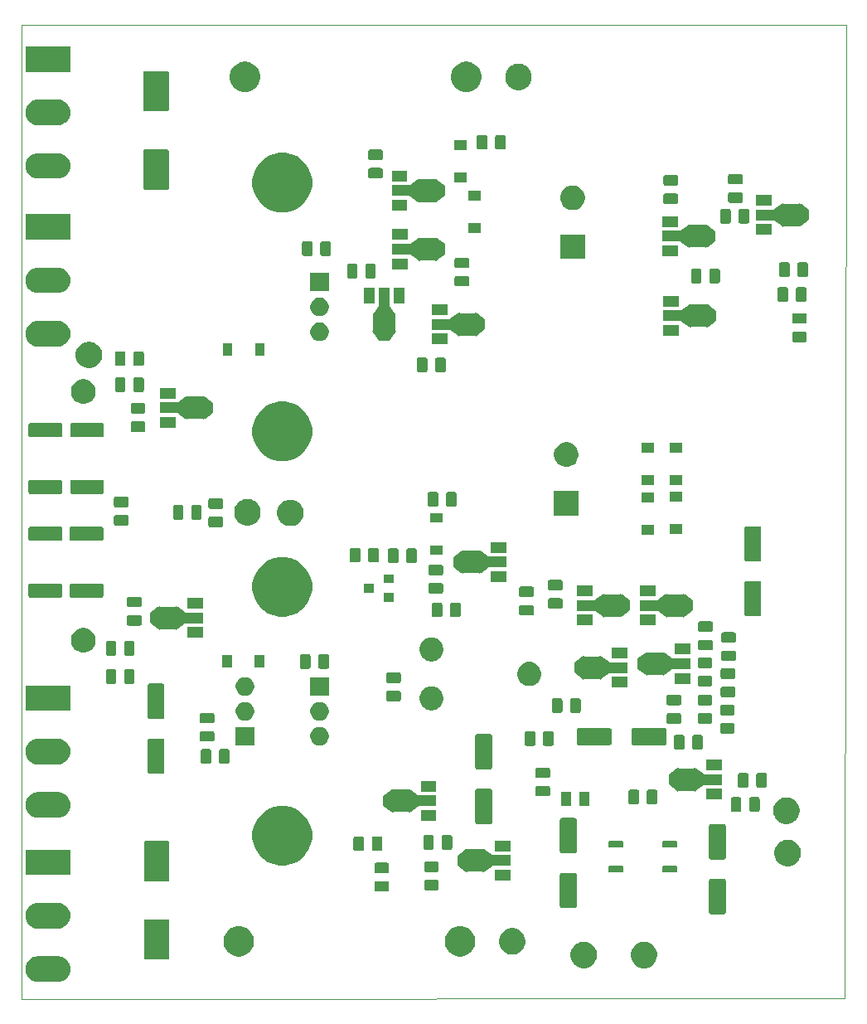
<source format=gts>
%TF.GenerationSoftware,KiCad,Pcbnew,5.1.5-52549c5~84~ubuntu18.04.1*%
%TF.CreationDate,2020-04-30T17:46:21+12:00*%
%TF.ProjectId,Trimodal SMD Cheap,5472696d-6f64-4616-9c20-534d44204368,rev?*%
%TF.SameCoordinates,Original*%
%TF.FileFunction,Soldermask,Top*%
%TF.FilePolarity,Negative*%
%FSLAX46Y46*%
G04 Gerber Fmt 4.6, Leading zero omitted, Abs format (unit mm)*
G04 Created by KiCad (PCBNEW 5.1.5-52549c5~84~ubuntu18.04.1) date 2020-04-30 17:46:21*
%MOMM*%
%LPD*%
G04 APERTURE LIST*
%ADD10C,0.100000*%
%ADD11C,0.150000*%
G04 APERTURE END LIST*
D10*
X146494500Y-32131000D02*
X146367500Y-131572000D01*
X62230000Y-32194500D02*
X146494500Y-32131000D01*
X62293500Y-131635500D02*
X62230000Y-32194500D01*
X146367500Y-131572000D02*
X62293500Y-131635500D01*
D11*
G36*
X66119972Y-127273912D02*
G01*
X66215540Y-127283325D01*
X66460780Y-127357718D01*
X66686794Y-127478525D01*
X66738399Y-127520876D01*
X66884897Y-127641103D01*
X66988165Y-127766937D01*
X67047475Y-127839206D01*
X67168282Y-128065220D01*
X67242675Y-128310460D01*
X67267794Y-128565500D01*
X67242675Y-128820540D01*
X67168282Y-129065780D01*
X67047475Y-129291794D01*
X67005124Y-129343399D01*
X66884897Y-129489897D01*
X66738399Y-129610124D01*
X66686794Y-129652475D01*
X66460780Y-129773282D01*
X66215540Y-129847675D01*
X66119973Y-129857087D01*
X66024406Y-129866500D01*
X63896594Y-129866500D01*
X63801027Y-129857087D01*
X63705460Y-129847675D01*
X63460220Y-129773282D01*
X63234206Y-129652475D01*
X63182601Y-129610124D01*
X63036103Y-129489897D01*
X62915876Y-129343399D01*
X62873525Y-129291794D01*
X62752718Y-129065780D01*
X62678325Y-128820540D01*
X62653206Y-128565500D01*
X62678325Y-128310460D01*
X62752718Y-128065220D01*
X62873525Y-127839206D01*
X62932835Y-127766937D01*
X63036103Y-127641103D01*
X63182601Y-127520876D01*
X63234206Y-127478525D01*
X63460220Y-127357718D01*
X63705460Y-127283325D01*
X63801028Y-127273912D01*
X63896594Y-127264500D01*
X66024406Y-127264500D01*
X66119972Y-127273912D01*
G37*
G36*
X126251072Y-125827918D02*
G01*
X126383476Y-125882761D01*
X126496939Y-125929759D01*
X126608328Y-126004187D01*
X126718211Y-126077609D01*
X126906391Y-126265789D01*
X127054242Y-126487063D01*
X127156082Y-126732928D01*
X127194734Y-126927242D01*
X127208000Y-126993938D01*
X127208000Y-127260062D01*
X127156082Y-127521072D01*
X127054241Y-127766939D01*
X126906390Y-127988212D01*
X126718212Y-128176390D01*
X126496939Y-128324241D01*
X126496938Y-128324242D01*
X126496937Y-128324242D01*
X126251072Y-128426082D01*
X125990063Y-128478000D01*
X125723937Y-128478000D01*
X125462928Y-128426082D01*
X125217063Y-128324242D01*
X125217062Y-128324242D01*
X125217061Y-128324241D01*
X124995788Y-128176390D01*
X124807610Y-127988212D01*
X124659759Y-127766939D01*
X124557918Y-127521072D01*
X124506000Y-127260062D01*
X124506000Y-126993938D01*
X124519267Y-126927242D01*
X124557918Y-126732928D01*
X124659758Y-126487063D01*
X124807609Y-126265789D01*
X124995789Y-126077609D01*
X125105672Y-126004187D01*
X125217061Y-125929759D01*
X125330525Y-125882761D01*
X125462928Y-125827918D01*
X125723937Y-125776000D01*
X125990063Y-125776000D01*
X126251072Y-125827918D01*
G37*
G36*
X120091572Y-125827918D02*
G01*
X120223976Y-125882761D01*
X120337439Y-125929759D01*
X120448828Y-126004187D01*
X120558711Y-126077609D01*
X120746891Y-126265789D01*
X120894742Y-126487063D01*
X120996582Y-126732928D01*
X121035234Y-126927242D01*
X121048500Y-126993938D01*
X121048500Y-127260062D01*
X120996582Y-127521072D01*
X120894741Y-127766939D01*
X120746890Y-127988212D01*
X120558712Y-128176390D01*
X120337439Y-128324241D01*
X120337438Y-128324242D01*
X120337437Y-128324242D01*
X120091572Y-128426082D01*
X119830563Y-128478000D01*
X119564437Y-128478000D01*
X119303428Y-128426082D01*
X119057563Y-128324242D01*
X119057562Y-128324242D01*
X119057561Y-128324241D01*
X118836288Y-128176390D01*
X118648110Y-127988212D01*
X118500259Y-127766939D01*
X118398418Y-127521072D01*
X118346500Y-127260062D01*
X118346500Y-126993938D01*
X118359767Y-126927242D01*
X118398418Y-126732928D01*
X118500258Y-126487063D01*
X118648109Y-126265789D01*
X118836289Y-126077609D01*
X118946172Y-126004187D01*
X119057561Y-125929759D01*
X119171025Y-125882761D01*
X119303428Y-125827918D01*
X119564437Y-125776000D01*
X119830563Y-125776000D01*
X120091572Y-125827918D01*
G37*
G36*
X77244934Y-123491171D02*
G01*
X77274877Y-123500254D01*
X77302465Y-123515000D01*
X77326651Y-123534849D01*
X77346500Y-123559035D01*
X77361246Y-123586623D01*
X77370329Y-123616566D01*
X77374000Y-123653840D01*
X77374000Y-127423160D01*
X77370329Y-127460434D01*
X77361246Y-127490377D01*
X77346500Y-127517965D01*
X77326651Y-127542151D01*
X77302465Y-127562000D01*
X77274877Y-127576746D01*
X77244934Y-127585829D01*
X77207660Y-127589500D01*
X74938340Y-127589500D01*
X74901066Y-127585829D01*
X74871123Y-127576746D01*
X74843535Y-127562000D01*
X74819349Y-127542151D01*
X74799500Y-127517965D01*
X74784754Y-127490377D01*
X74775671Y-127460434D01*
X74772000Y-127423160D01*
X74772000Y-123653840D01*
X74775671Y-123616566D01*
X74784754Y-123586623D01*
X74799500Y-123559035D01*
X74819349Y-123534849D01*
X74843535Y-123515000D01*
X74871123Y-123500254D01*
X74901066Y-123491171D01*
X74938340Y-123487500D01*
X77207660Y-123487500D01*
X77244934Y-123491171D01*
G37*
G36*
X107325777Y-124202475D02*
G01*
X107507410Y-124238604D01*
X107789674Y-124355521D01*
X108043705Y-124525259D01*
X108259741Y-124741295D01*
X108429479Y-124995326D01*
X108546396Y-125277590D01*
X108606000Y-125577240D01*
X108606000Y-125882760D01*
X108546396Y-126182410D01*
X108429479Y-126464674D01*
X108259741Y-126718705D01*
X108043705Y-126934741D01*
X107789674Y-127104479D01*
X107507410Y-127221396D01*
X107357585Y-127251198D01*
X107207761Y-127281000D01*
X106902239Y-127281000D01*
X106752415Y-127251198D01*
X106602590Y-127221396D01*
X106320326Y-127104479D01*
X106066295Y-126934741D01*
X105850259Y-126718705D01*
X105680521Y-126464674D01*
X105563604Y-126182410D01*
X105504000Y-125882760D01*
X105504000Y-125577240D01*
X105563604Y-125277590D01*
X105680521Y-124995326D01*
X105850259Y-124741295D01*
X106066295Y-124525259D01*
X106320326Y-124355521D01*
X106602590Y-124238604D01*
X106784223Y-124202475D01*
X106902239Y-124179000D01*
X107207761Y-124179000D01*
X107325777Y-124202475D01*
G37*
G36*
X84725777Y-124202475D02*
G01*
X84907410Y-124238604D01*
X85189674Y-124355521D01*
X85443705Y-124525259D01*
X85659741Y-124741295D01*
X85829479Y-124995326D01*
X85946396Y-125277590D01*
X86006000Y-125577240D01*
X86006000Y-125882760D01*
X85946396Y-126182410D01*
X85829479Y-126464674D01*
X85659741Y-126718705D01*
X85443705Y-126934741D01*
X85189674Y-127104479D01*
X84907410Y-127221396D01*
X84757585Y-127251198D01*
X84607761Y-127281000D01*
X84302239Y-127281000D01*
X84152415Y-127251198D01*
X84002590Y-127221396D01*
X83720326Y-127104479D01*
X83466295Y-126934741D01*
X83250259Y-126718705D01*
X83080521Y-126464674D01*
X82963604Y-126182410D01*
X82904000Y-125882760D01*
X82904000Y-125577240D01*
X82963604Y-125277590D01*
X83080521Y-124995326D01*
X83250259Y-124741295D01*
X83466295Y-124525259D01*
X83720326Y-124355521D01*
X84002590Y-124238604D01*
X84184223Y-124202475D01*
X84302239Y-124179000D01*
X84607761Y-124179000D01*
X84725777Y-124202475D01*
G37*
G36*
X112789072Y-124430918D02*
G01*
X113016833Y-124525259D01*
X113034939Y-124532759D01*
X113146328Y-124607187D01*
X113256211Y-124680609D01*
X113444391Y-124868789D01*
X113592242Y-125090063D01*
X113694082Y-125335928D01*
X113746000Y-125596937D01*
X113746000Y-125863063D01*
X113732733Y-125929759D01*
X113694082Y-126124072D01*
X113592241Y-126369939D01*
X113444390Y-126591212D01*
X113256212Y-126779390D01*
X113034939Y-126927241D01*
X113034938Y-126927242D01*
X113034937Y-126927242D01*
X112789072Y-127029082D01*
X112528063Y-127081000D01*
X112261937Y-127081000D01*
X112000928Y-127029082D01*
X111755063Y-126927242D01*
X111755062Y-126927242D01*
X111755061Y-126927241D01*
X111533788Y-126779390D01*
X111345610Y-126591212D01*
X111197759Y-126369939D01*
X111095918Y-126124072D01*
X111057267Y-125929759D01*
X111044000Y-125863063D01*
X111044000Y-125596937D01*
X111095918Y-125335928D01*
X111197758Y-125090063D01*
X111345609Y-124868789D01*
X111533789Y-124680609D01*
X111643672Y-124607187D01*
X111755061Y-124532759D01*
X111773168Y-124525259D01*
X112000928Y-124430918D01*
X112261937Y-124379000D01*
X112528063Y-124379000D01*
X112789072Y-124430918D01*
G37*
G36*
X66119973Y-121823913D02*
G01*
X66215540Y-121833325D01*
X66460780Y-121907718D01*
X66686794Y-122028525D01*
X66737408Y-122070063D01*
X66884897Y-122191103D01*
X66987197Y-122315757D01*
X67047475Y-122389206D01*
X67168282Y-122615220D01*
X67242675Y-122860460D01*
X67267794Y-123115500D01*
X67242675Y-123370540D01*
X67168282Y-123615780D01*
X67047475Y-123841794D01*
X67005124Y-123893399D01*
X66884897Y-124039897D01*
X66738399Y-124160124D01*
X66686794Y-124202475D01*
X66460780Y-124323282D01*
X66215540Y-124397675D01*
X66119973Y-124407087D01*
X66024406Y-124416500D01*
X63896594Y-124416500D01*
X63801027Y-124407087D01*
X63705460Y-124397675D01*
X63460220Y-124323282D01*
X63234206Y-124202475D01*
X63182601Y-124160124D01*
X63036103Y-124039897D01*
X62915876Y-123893399D01*
X62873525Y-123841794D01*
X62752718Y-123615780D01*
X62678325Y-123370540D01*
X62653206Y-123115500D01*
X62678325Y-122860460D01*
X62752718Y-122615220D01*
X62873525Y-122389206D01*
X62933803Y-122315757D01*
X63036103Y-122191103D01*
X63183592Y-122070063D01*
X63234206Y-122028525D01*
X63460220Y-121907718D01*
X63705460Y-121833325D01*
X63801027Y-121823913D01*
X63896594Y-121814500D01*
X66024406Y-121814500D01*
X66119973Y-121823913D01*
G37*
G36*
X134055997Y-119373051D02*
G01*
X134089652Y-119383261D01*
X134120665Y-119399838D01*
X134147851Y-119422149D01*
X134170162Y-119449335D01*
X134186739Y-119480348D01*
X134196949Y-119514003D01*
X134201000Y-119555138D01*
X134201000Y-122784862D01*
X134196949Y-122825997D01*
X134186739Y-122859652D01*
X134170162Y-122890665D01*
X134147851Y-122917851D01*
X134120665Y-122940162D01*
X134089652Y-122956739D01*
X134055997Y-122966949D01*
X134014862Y-122971000D01*
X132685138Y-122971000D01*
X132644003Y-122966949D01*
X132610348Y-122956739D01*
X132579335Y-122940162D01*
X132552149Y-122917851D01*
X132529838Y-122890665D01*
X132513261Y-122859652D01*
X132503051Y-122825997D01*
X132499000Y-122784862D01*
X132499000Y-119555138D01*
X132503051Y-119514003D01*
X132513261Y-119480348D01*
X132529838Y-119449335D01*
X132552149Y-119422149D01*
X132579335Y-119399838D01*
X132610348Y-119383261D01*
X132644003Y-119373051D01*
X132685138Y-119369000D01*
X134014862Y-119369000D01*
X134055997Y-119373051D01*
G37*
G36*
X118815997Y-118738051D02*
G01*
X118849652Y-118748261D01*
X118880665Y-118764838D01*
X118907851Y-118787149D01*
X118930162Y-118814335D01*
X118946739Y-118845348D01*
X118956949Y-118879003D01*
X118961000Y-118920138D01*
X118961000Y-122149862D01*
X118956949Y-122190997D01*
X118946739Y-122224652D01*
X118930162Y-122255665D01*
X118907851Y-122282851D01*
X118880665Y-122305162D01*
X118849652Y-122321739D01*
X118815997Y-122331949D01*
X118774862Y-122336000D01*
X117445138Y-122336000D01*
X117404003Y-122331949D01*
X117370348Y-122321739D01*
X117339335Y-122305162D01*
X117312149Y-122282851D01*
X117289838Y-122255665D01*
X117273261Y-122224652D01*
X117263051Y-122190997D01*
X117259000Y-122149862D01*
X117259000Y-118920138D01*
X117263051Y-118879003D01*
X117273261Y-118845348D01*
X117289838Y-118814335D01*
X117312149Y-118787149D01*
X117339335Y-118764838D01*
X117370348Y-118748261D01*
X117404003Y-118738051D01*
X117445138Y-118734000D01*
X118774862Y-118734000D01*
X118815997Y-118738051D01*
G37*
G36*
X99644468Y-119578065D02*
G01*
X99683138Y-119589796D01*
X99718777Y-119608846D01*
X99750017Y-119634483D01*
X99775654Y-119665723D01*
X99794704Y-119701362D01*
X99806435Y-119740032D01*
X99811000Y-119786388D01*
X99811000Y-120437612D01*
X99806435Y-120483968D01*
X99794704Y-120522638D01*
X99775654Y-120558277D01*
X99750017Y-120589517D01*
X99718777Y-120615154D01*
X99683138Y-120634204D01*
X99644468Y-120645935D01*
X99598112Y-120650500D01*
X98521888Y-120650500D01*
X98475532Y-120645935D01*
X98436862Y-120634204D01*
X98401223Y-120615154D01*
X98369983Y-120589517D01*
X98344346Y-120558277D01*
X98325296Y-120522638D01*
X98313565Y-120483968D01*
X98309000Y-120437612D01*
X98309000Y-119786388D01*
X98313565Y-119740032D01*
X98325296Y-119701362D01*
X98344346Y-119665723D01*
X98369983Y-119634483D01*
X98401223Y-119608846D01*
X98436862Y-119589796D01*
X98475532Y-119578065D01*
X98521888Y-119573500D01*
X99598112Y-119573500D01*
X99644468Y-119578065D01*
G37*
G36*
X104724468Y-119451065D02*
G01*
X104763138Y-119462796D01*
X104798777Y-119481846D01*
X104830017Y-119507483D01*
X104855654Y-119538723D01*
X104874704Y-119574362D01*
X104886435Y-119613032D01*
X104891000Y-119659388D01*
X104891000Y-120310612D01*
X104886435Y-120356968D01*
X104874704Y-120395638D01*
X104855654Y-120431277D01*
X104830017Y-120462517D01*
X104798777Y-120488154D01*
X104763138Y-120507204D01*
X104724468Y-120518935D01*
X104678112Y-120523500D01*
X103601888Y-120523500D01*
X103555532Y-120518935D01*
X103516862Y-120507204D01*
X103481223Y-120488154D01*
X103449983Y-120462517D01*
X103424346Y-120431277D01*
X103405296Y-120395638D01*
X103393565Y-120356968D01*
X103389000Y-120310612D01*
X103389000Y-119659388D01*
X103393565Y-119613032D01*
X103405296Y-119574362D01*
X103424346Y-119538723D01*
X103449983Y-119507483D01*
X103481223Y-119481846D01*
X103516862Y-119462796D01*
X103555532Y-119451065D01*
X103601888Y-119446500D01*
X104678112Y-119446500D01*
X104724468Y-119451065D01*
G37*
G36*
X77244934Y-115491171D02*
G01*
X77274877Y-115500254D01*
X77302465Y-115515000D01*
X77326651Y-115534849D01*
X77346500Y-115559035D01*
X77361246Y-115586623D01*
X77370329Y-115616566D01*
X77374000Y-115653840D01*
X77374000Y-119423160D01*
X77370329Y-119460434D01*
X77361246Y-119490377D01*
X77346500Y-119517965D01*
X77326651Y-119542151D01*
X77302465Y-119562000D01*
X77274877Y-119576746D01*
X77244934Y-119585829D01*
X77207660Y-119589500D01*
X74938340Y-119589500D01*
X74901066Y-119585829D01*
X74871123Y-119576746D01*
X74843535Y-119562000D01*
X74819349Y-119542151D01*
X74799500Y-119517965D01*
X74784754Y-119490377D01*
X74775671Y-119460434D01*
X74772000Y-119423160D01*
X74772000Y-115653840D01*
X74775671Y-115616566D01*
X74784754Y-115586623D01*
X74799500Y-115559035D01*
X74819349Y-115534849D01*
X74843535Y-115515000D01*
X74871123Y-115500254D01*
X74901066Y-115491171D01*
X74938340Y-115487500D01*
X77207660Y-115487500D01*
X77244934Y-115491171D01*
G37*
G36*
X112199500Y-119526000D02*
G01*
X110597500Y-119526000D01*
X110597500Y-118424000D01*
X112199500Y-118424000D01*
X112199500Y-119526000D01*
G37*
G36*
X67261500Y-118966500D02*
G01*
X62659500Y-118966500D01*
X62659500Y-116364500D01*
X67261500Y-116364500D01*
X67261500Y-118966500D01*
G37*
G36*
X99644468Y-117703065D02*
G01*
X99683138Y-117714796D01*
X99718777Y-117733846D01*
X99750017Y-117759483D01*
X99775654Y-117790723D01*
X99794704Y-117826362D01*
X99806435Y-117865032D01*
X99811000Y-117911388D01*
X99811000Y-118562612D01*
X99806435Y-118608968D01*
X99794704Y-118647638D01*
X99775654Y-118683277D01*
X99750017Y-118714517D01*
X99718777Y-118740154D01*
X99683138Y-118759204D01*
X99644468Y-118770935D01*
X99598112Y-118775500D01*
X98521888Y-118775500D01*
X98475532Y-118770935D01*
X98436862Y-118759204D01*
X98401223Y-118740154D01*
X98369983Y-118714517D01*
X98344346Y-118683277D01*
X98325296Y-118647638D01*
X98313565Y-118608968D01*
X98309000Y-118562612D01*
X98309000Y-117911388D01*
X98313565Y-117865032D01*
X98325296Y-117826362D01*
X98344346Y-117790723D01*
X98369983Y-117759483D01*
X98401223Y-117733846D01*
X98436862Y-117714796D01*
X98475532Y-117703065D01*
X98521888Y-117698500D01*
X99598112Y-117698500D01*
X99644468Y-117703065D01*
G37*
G36*
X123674987Y-118040524D02*
G01*
X123693730Y-118046210D01*
X123710997Y-118055439D01*
X123726136Y-118067864D01*
X123738561Y-118083003D01*
X123747790Y-118100270D01*
X123753476Y-118119013D01*
X123756000Y-118144640D01*
X123756000Y-118583360D01*
X123753476Y-118608987D01*
X123747790Y-118627730D01*
X123738561Y-118644997D01*
X123726136Y-118660136D01*
X123710997Y-118672561D01*
X123693730Y-118681790D01*
X123674987Y-118687476D01*
X123649360Y-118690000D01*
X122310640Y-118690000D01*
X122285013Y-118687476D01*
X122266270Y-118681790D01*
X122249003Y-118672561D01*
X122233864Y-118660136D01*
X122221439Y-118644997D01*
X122212210Y-118627730D01*
X122206524Y-118608987D01*
X122204000Y-118583360D01*
X122204000Y-118144640D01*
X122206524Y-118119013D01*
X122212210Y-118100270D01*
X122221439Y-118083003D01*
X122233864Y-118067864D01*
X122249003Y-118055439D01*
X122266270Y-118046210D01*
X122285013Y-118040524D01*
X122310640Y-118038000D01*
X123649360Y-118038000D01*
X123674987Y-118040524D01*
G37*
G36*
X129174987Y-118040524D02*
G01*
X129193730Y-118046210D01*
X129210997Y-118055439D01*
X129226136Y-118067864D01*
X129238561Y-118083003D01*
X129247790Y-118100270D01*
X129253476Y-118119013D01*
X129256000Y-118144640D01*
X129256000Y-118583360D01*
X129253476Y-118608987D01*
X129247790Y-118627730D01*
X129238561Y-118644997D01*
X129226136Y-118660136D01*
X129210997Y-118672561D01*
X129193730Y-118681790D01*
X129174987Y-118687476D01*
X129149360Y-118690000D01*
X127810640Y-118690000D01*
X127785013Y-118687476D01*
X127766270Y-118681790D01*
X127749003Y-118672561D01*
X127733864Y-118660136D01*
X127721439Y-118644997D01*
X127712210Y-118627730D01*
X127706524Y-118608987D01*
X127704000Y-118583360D01*
X127704000Y-118144640D01*
X127706524Y-118119013D01*
X127712210Y-118100270D01*
X127721439Y-118083003D01*
X127733864Y-118067864D01*
X127749003Y-118055439D01*
X127766270Y-118046210D01*
X127785013Y-118040524D01*
X127810640Y-118038000D01*
X129149360Y-118038000D01*
X129174987Y-118040524D01*
G37*
G36*
X107748566Y-116268447D02*
G01*
X107764111Y-116287389D01*
X107783053Y-116302934D01*
X107804664Y-116314485D01*
X107828113Y-116321598D01*
X107852499Y-116324000D01*
X109318701Y-116324000D01*
X109343087Y-116321598D01*
X109366536Y-116314485D01*
X109388147Y-116302934D01*
X109407089Y-116287389D01*
X109422634Y-116268447D01*
X109425025Y-116263974D01*
X109478496Y-116301404D01*
X109499851Y-116313421D01*
X109523140Y-116321041D01*
X109550178Y-116324000D01*
X109561144Y-116324000D01*
X109565515Y-116338410D01*
X109577066Y-116360021D01*
X109592611Y-116378963D01*
X109609317Y-116392978D01*
X110335640Y-116901404D01*
X110356995Y-116913421D01*
X110380284Y-116921041D01*
X110407322Y-116924000D01*
X112203000Y-116924000D01*
X112203000Y-118026000D01*
X110407322Y-118026000D01*
X110382936Y-118028402D01*
X110359487Y-118035515D01*
X110335640Y-118048596D01*
X109609317Y-118557022D01*
X109590716Y-118572974D01*
X109575585Y-118592248D01*
X109564505Y-118614104D01*
X109561176Y-118626000D01*
X109550178Y-118626000D01*
X109525792Y-118628402D01*
X109502343Y-118635515D01*
X109478496Y-118648596D01*
X109425025Y-118686026D01*
X109422634Y-118681553D01*
X109407089Y-118662611D01*
X109388147Y-118647066D01*
X109366536Y-118635515D01*
X109343087Y-118628402D01*
X109318701Y-118626000D01*
X107852499Y-118626000D01*
X107828113Y-118628402D01*
X107804664Y-118635515D01*
X107783053Y-118647066D01*
X107764111Y-118662611D01*
X107748566Y-118681553D01*
X107745949Y-118686450D01*
X107692724Y-118648879D01*
X107671416Y-118636778D01*
X107648157Y-118629067D01*
X107620639Y-118626000D01*
X107609265Y-118626000D01*
X107604485Y-118610243D01*
X107592934Y-118588632D01*
X107577389Y-118569690D01*
X107561086Y-118555958D01*
X106775500Y-118001426D01*
X106775500Y-116948574D01*
X107561086Y-116394042D01*
X107579623Y-116378017D01*
X107594678Y-116358683D01*
X107605672Y-116336784D01*
X107609195Y-116324000D01*
X107620639Y-116324000D01*
X107645025Y-116321598D01*
X107668474Y-116314485D01*
X107692724Y-116301121D01*
X107745949Y-116263550D01*
X107748566Y-116268447D01*
G37*
G36*
X104724468Y-117576065D02*
G01*
X104763138Y-117587796D01*
X104798777Y-117606846D01*
X104830017Y-117632483D01*
X104855654Y-117663723D01*
X104874704Y-117699362D01*
X104886435Y-117738032D01*
X104891000Y-117784388D01*
X104891000Y-118435612D01*
X104886435Y-118481968D01*
X104874704Y-118520638D01*
X104855654Y-118556277D01*
X104830017Y-118587517D01*
X104798777Y-118613154D01*
X104763138Y-118632204D01*
X104724468Y-118643935D01*
X104678112Y-118648500D01*
X103601888Y-118648500D01*
X103555532Y-118643935D01*
X103516862Y-118632204D01*
X103481223Y-118613154D01*
X103449983Y-118587517D01*
X103424346Y-118556277D01*
X103405296Y-118520638D01*
X103393565Y-118481968D01*
X103389000Y-118435612D01*
X103389000Y-117784388D01*
X103393565Y-117738032D01*
X103405296Y-117699362D01*
X103424346Y-117663723D01*
X103449983Y-117632483D01*
X103481223Y-117606846D01*
X103516862Y-117587796D01*
X103555532Y-117576065D01*
X103601888Y-117571500D01*
X104678112Y-117571500D01*
X104724468Y-117576065D01*
G37*
G36*
X140919572Y-115413918D02*
G01*
X141164667Y-115515439D01*
X141165439Y-115515759D01*
X141232054Y-115560270D01*
X141372091Y-115653840D01*
X141386712Y-115663610D01*
X141574890Y-115851788D01*
X141720019Y-116068987D01*
X141722742Y-116073063D01*
X141824582Y-116318928D01*
X141876500Y-116579937D01*
X141876500Y-116846063D01*
X141824582Y-117107072D01*
X141728034Y-117340162D01*
X141722741Y-117352939D01*
X141710673Y-117371000D01*
X141574891Y-117574211D01*
X141386711Y-117762391D01*
X141290972Y-117826362D01*
X141165439Y-117910241D01*
X141165438Y-117910242D01*
X141165437Y-117910242D01*
X140919572Y-118012082D01*
X140658563Y-118064000D01*
X140392437Y-118064000D01*
X140131428Y-118012082D01*
X139885563Y-117910242D01*
X139885562Y-117910242D01*
X139885561Y-117910241D01*
X139760028Y-117826362D01*
X139664289Y-117762391D01*
X139476109Y-117574211D01*
X139340327Y-117371000D01*
X139328259Y-117352939D01*
X139322967Y-117340162D01*
X139226418Y-117107072D01*
X139174500Y-116846063D01*
X139174500Y-116579937D01*
X139226418Y-116318928D01*
X139328258Y-116073063D01*
X139330982Y-116068987D01*
X139476110Y-115851788D01*
X139664288Y-115663610D01*
X139678910Y-115653840D01*
X139818946Y-115560270D01*
X139885561Y-115515759D01*
X139886334Y-115515439D01*
X140131428Y-115413918D01*
X140392437Y-115362000D01*
X140658563Y-115362000D01*
X140919572Y-115413918D01*
G37*
G36*
X89789943Y-112001248D02*
G01*
X90345189Y-112231238D01*
X90450762Y-112301780D01*
X90844899Y-112565134D01*
X91269866Y-112990101D01*
X91395963Y-113178818D01*
X91603762Y-113489811D01*
X91833752Y-114045057D01*
X91951000Y-114634501D01*
X91951000Y-115235499D01*
X91833752Y-115824943D01*
X91603762Y-116380189D01*
X91509043Y-116521945D01*
X91269866Y-116879899D01*
X90844899Y-117304866D01*
X90593347Y-117472948D01*
X90345189Y-117638762D01*
X89789943Y-117868752D01*
X89200499Y-117986000D01*
X88599501Y-117986000D01*
X88010057Y-117868752D01*
X87454811Y-117638762D01*
X87206653Y-117472948D01*
X86955101Y-117304866D01*
X86530134Y-116879899D01*
X86290957Y-116521945D01*
X86196238Y-116380189D01*
X85966248Y-115824943D01*
X85849000Y-115235499D01*
X85849000Y-114634501D01*
X85966248Y-114045057D01*
X86196238Y-113489811D01*
X86404037Y-113178818D01*
X86530134Y-112990101D01*
X86955101Y-112565134D01*
X87349238Y-112301780D01*
X87454811Y-112231238D01*
X88010057Y-112001248D01*
X88599501Y-111884000D01*
X89200499Y-111884000D01*
X89789943Y-112001248D01*
G37*
G36*
X134055997Y-113773051D02*
G01*
X134089652Y-113783261D01*
X134120665Y-113799838D01*
X134147851Y-113822149D01*
X134170162Y-113849335D01*
X134186739Y-113880348D01*
X134196949Y-113914003D01*
X134201000Y-113955138D01*
X134201000Y-117184862D01*
X134196949Y-117225997D01*
X134186739Y-117259652D01*
X134170162Y-117290665D01*
X134147851Y-117317851D01*
X134120665Y-117340162D01*
X134089652Y-117356739D01*
X134055997Y-117366949D01*
X134014862Y-117371000D01*
X132685138Y-117371000D01*
X132644003Y-117366949D01*
X132610348Y-117356739D01*
X132579335Y-117340162D01*
X132552149Y-117317851D01*
X132529838Y-117290665D01*
X132513261Y-117259652D01*
X132503051Y-117225997D01*
X132499000Y-117184862D01*
X132499000Y-113955138D01*
X132503051Y-113914003D01*
X132513261Y-113880348D01*
X132529838Y-113849335D01*
X132552149Y-113822149D01*
X132579335Y-113799838D01*
X132610348Y-113783261D01*
X132644003Y-113773051D01*
X132685138Y-113769000D01*
X134014862Y-113769000D01*
X134055997Y-113773051D01*
G37*
G36*
X118815997Y-113138051D02*
G01*
X118849652Y-113148261D01*
X118880665Y-113164838D01*
X118907851Y-113187149D01*
X118930162Y-113214335D01*
X118946739Y-113245348D01*
X118956949Y-113279003D01*
X118961000Y-113320138D01*
X118961000Y-116549862D01*
X118956949Y-116590997D01*
X118946739Y-116624652D01*
X118930162Y-116655665D01*
X118907851Y-116682851D01*
X118880665Y-116705162D01*
X118849652Y-116721739D01*
X118815997Y-116731949D01*
X118774862Y-116736000D01*
X117445138Y-116736000D01*
X117404003Y-116731949D01*
X117370348Y-116721739D01*
X117339335Y-116705162D01*
X117312149Y-116682851D01*
X117289838Y-116655665D01*
X117273261Y-116624652D01*
X117263051Y-116590997D01*
X117259000Y-116549862D01*
X117259000Y-113320138D01*
X117263051Y-113279003D01*
X117273261Y-113245348D01*
X117289838Y-113214335D01*
X117312149Y-113187149D01*
X117339335Y-113164838D01*
X117370348Y-113148261D01*
X117404003Y-113138051D01*
X117445138Y-113134000D01*
X118774862Y-113134000D01*
X118815997Y-113138051D01*
G37*
G36*
X112199500Y-116526000D02*
G01*
X110597500Y-116526000D01*
X110597500Y-115424000D01*
X112199500Y-115424000D01*
X112199500Y-116526000D01*
G37*
G36*
X97082468Y-115014065D02*
G01*
X97121138Y-115025796D01*
X97156777Y-115044846D01*
X97188017Y-115070483D01*
X97213654Y-115101723D01*
X97232704Y-115137362D01*
X97244435Y-115176032D01*
X97249000Y-115222388D01*
X97249000Y-116298612D01*
X97244435Y-116344968D01*
X97232704Y-116383638D01*
X97213654Y-116419277D01*
X97188017Y-116450517D01*
X97156777Y-116476154D01*
X97121138Y-116495204D01*
X97082468Y-116506935D01*
X97036112Y-116511500D01*
X96384888Y-116511500D01*
X96338532Y-116506935D01*
X96299862Y-116495204D01*
X96264223Y-116476154D01*
X96232983Y-116450517D01*
X96207346Y-116419277D01*
X96188296Y-116383638D01*
X96176565Y-116344968D01*
X96172000Y-116298612D01*
X96172000Y-115222388D01*
X96176565Y-115176032D01*
X96188296Y-115137362D01*
X96207346Y-115101723D01*
X96232983Y-115070483D01*
X96264223Y-115044846D01*
X96299862Y-115025796D01*
X96338532Y-115014065D01*
X96384888Y-115009500D01*
X97036112Y-115009500D01*
X97082468Y-115014065D01*
G37*
G36*
X98957468Y-115014065D02*
G01*
X98996138Y-115025796D01*
X99031777Y-115044846D01*
X99063017Y-115070483D01*
X99088654Y-115101723D01*
X99107704Y-115137362D01*
X99119435Y-115176032D01*
X99124000Y-115222388D01*
X99124000Y-116298612D01*
X99119435Y-116344968D01*
X99107704Y-116383638D01*
X99088654Y-116419277D01*
X99063017Y-116450517D01*
X99031777Y-116476154D01*
X98996138Y-116495204D01*
X98957468Y-116506935D01*
X98911112Y-116511500D01*
X98259888Y-116511500D01*
X98213532Y-116506935D01*
X98174862Y-116495204D01*
X98139223Y-116476154D01*
X98107983Y-116450517D01*
X98082346Y-116419277D01*
X98063296Y-116383638D01*
X98051565Y-116344968D01*
X98047000Y-116298612D01*
X98047000Y-115222388D01*
X98051565Y-115176032D01*
X98063296Y-115137362D01*
X98082346Y-115101723D01*
X98107983Y-115070483D01*
X98139223Y-115044846D01*
X98174862Y-115025796D01*
X98213532Y-115014065D01*
X98259888Y-115009500D01*
X98911112Y-115009500D01*
X98957468Y-115014065D01*
G37*
G36*
X104224468Y-114887065D02*
G01*
X104263138Y-114898796D01*
X104298777Y-114917846D01*
X104330017Y-114943483D01*
X104355654Y-114974723D01*
X104374704Y-115010362D01*
X104386435Y-115049032D01*
X104391000Y-115095388D01*
X104391000Y-116171612D01*
X104386435Y-116217968D01*
X104374704Y-116256638D01*
X104355654Y-116292277D01*
X104330017Y-116323517D01*
X104298777Y-116349154D01*
X104263138Y-116368204D01*
X104224468Y-116379935D01*
X104178112Y-116384500D01*
X103526888Y-116384500D01*
X103480532Y-116379935D01*
X103441862Y-116368204D01*
X103406223Y-116349154D01*
X103374983Y-116323517D01*
X103349346Y-116292277D01*
X103330296Y-116256638D01*
X103318565Y-116217968D01*
X103314000Y-116171612D01*
X103314000Y-115095388D01*
X103318565Y-115049032D01*
X103330296Y-115010362D01*
X103349346Y-114974723D01*
X103374983Y-114943483D01*
X103406223Y-114917846D01*
X103441862Y-114898796D01*
X103480532Y-114887065D01*
X103526888Y-114882500D01*
X104178112Y-114882500D01*
X104224468Y-114887065D01*
G37*
G36*
X106099468Y-114887065D02*
G01*
X106138138Y-114898796D01*
X106173777Y-114917846D01*
X106205017Y-114943483D01*
X106230654Y-114974723D01*
X106249704Y-115010362D01*
X106261435Y-115049032D01*
X106266000Y-115095388D01*
X106266000Y-116171612D01*
X106261435Y-116217968D01*
X106249704Y-116256638D01*
X106230654Y-116292277D01*
X106205017Y-116323517D01*
X106173777Y-116349154D01*
X106138138Y-116368204D01*
X106099468Y-116379935D01*
X106053112Y-116384500D01*
X105401888Y-116384500D01*
X105355532Y-116379935D01*
X105316862Y-116368204D01*
X105281223Y-116349154D01*
X105249983Y-116323517D01*
X105224346Y-116292277D01*
X105205296Y-116256638D01*
X105193565Y-116217968D01*
X105189000Y-116171612D01*
X105189000Y-115095388D01*
X105193565Y-115049032D01*
X105205296Y-115010362D01*
X105224346Y-114974723D01*
X105249983Y-114943483D01*
X105281223Y-114917846D01*
X105316862Y-114898796D01*
X105355532Y-114887065D01*
X105401888Y-114882500D01*
X106053112Y-114882500D01*
X106099468Y-114887065D01*
G37*
G36*
X129174987Y-115500524D02*
G01*
X129193730Y-115506210D01*
X129210997Y-115515439D01*
X129226136Y-115527864D01*
X129238561Y-115543003D01*
X129247790Y-115560270D01*
X129253476Y-115579013D01*
X129256000Y-115604640D01*
X129256000Y-116043360D01*
X129253476Y-116068987D01*
X129247790Y-116087730D01*
X129238561Y-116104997D01*
X129226136Y-116120136D01*
X129210997Y-116132561D01*
X129193730Y-116141790D01*
X129174987Y-116147476D01*
X129149360Y-116150000D01*
X127810640Y-116150000D01*
X127785013Y-116147476D01*
X127766270Y-116141790D01*
X127749003Y-116132561D01*
X127733864Y-116120136D01*
X127721439Y-116104997D01*
X127712210Y-116087730D01*
X127706524Y-116068987D01*
X127704000Y-116043360D01*
X127704000Y-115604640D01*
X127706524Y-115579013D01*
X127712210Y-115560270D01*
X127721439Y-115543003D01*
X127733864Y-115527864D01*
X127749003Y-115515439D01*
X127766270Y-115506210D01*
X127785013Y-115500524D01*
X127810640Y-115498000D01*
X129149360Y-115498000D01*
X129174987Y-115500524D01*
G37*
G36*
X123674987Y-115500524D02*
G01*
X123693730Y-115506210D01*
X123710997Y-115515439D01*
X123726136Y-115527864D01*
X123738561Y-115543003D01*
X123747790Y-115560270D01*
X123753476Y-115579013D01*
X123756000Y-115604640D01*
X123756000Y-116043360D01*
X123753476Y-116068987D01*
X123747790Y-116087730D01*
X123738561Y-116104997D01*
X123726136Y-116120136D01*
X123710997Y-116132561D01*
X123693730Y-116141790D01*
X123674987Y-116147476D01*
X123649360Y-116150000D01*
X122310640Y-116150000D01*
X122285013Y-116147476D01*
X122266270Y-116141790D01*
X122249003Y-116132561D01*
X122233864Y-116120136D01*
X122221439Y-116104997D01*
X122212210Y-116087730D01*
X122206524Y-116068987D01*
X122204000Y-116043360D01*
X122204000Y-115604640D01*
X122206524Y-115579013D01*
X122212210Y-115560270D01*
X122221439Y-115543003D01*
X122233864Y-115527864D01*
X122249003Y-115515439D01*
X122266270Y-115506210D01*
X122285013Y-115500524D01*
X122310640Y-115498000D01*
X123649360Y-115498000D01*
X123674987Y-115500524D01*
G37*
G36*
X110179997Y-110159551D02*
G01*
X110213652Y-110169761D01*
X110244665Y-110186338D01*
X110271851Y-110208649D01*
X110294162Y-110235835D01*
X110310739Y-110266848D01*
X110320949Y-110300503D01*
X110325000Y-110341638D01*
X110325000Y-113571362D01*
X110320949Y-113612497D01*
X110310739Y-113646152D01*
X110294162Y-113677165D01*
X110271851Y-113704351D01*
X110244665Y-113726662D01*
X110213652Y-113743239D01*
X110179997Y-113753449D01*
X110138862Y-113757500D01*
X108809138Y-113757500D01*
X108768003Y-113753449D01*
X108734348Y-113743239D01*
X108703335Y-113726662D01*
X108676149Y-113704351D01*
X108653838Y-113677165D01*
X108637261Y-113646152D01*
X108627051Y-113612497D01*
X108623000Y-113571362D01*
X108623000Y-110341638D01*
X108627051Y-110300503D01*
X108637261Y-110266848D01*
X108653838Y-110235835D01*
X108676149Y-110208649D01*
X108703335Y-110186338D01*
X108734348Y-110169761D01*
X108768003Y-110159551D01*
X108809138Y-110155500D01*
X110138862Y-110155500D01*
X110179997Y-110159551D01*
G37*
G36*
X140792572Y-111095918D02*
G01*
X140984006Y-111175212D01*
X141038439Y-111197759D01*
X141074550Y-111221888D01*
X141259711Y-111345609D01*
X141447891Y-111533789D01*
X141456358Y-111546461D01*
X141577997Y-111728505D01*
X141595742Y-111755063D01*
X141697582Y-112000928D01*
X141749500Y-112261937D01*
X141749500Y-112528063D01*
X141697582Y-112789072D01*
X141595742Y-113034937D01*
X141450578Y-113252190D01*
X141447890Y-113256212D01*
X141259712Y-113444390D01*
X141038439Y-113592241D01*
X141038438Y-113592242D01*
X141038437Y-113592242D01*
X140792572Y-113694082D01*
X140531563Y-113746000D01*
X140265437Y-113746000D01*
X140004428Y-113694082D01*
X139758563Y-113592242D01*
X139758562Y-113592242D01*
X139758561Y-113592241D01*
X139537288Y-113444390D01*
X139349110Y-113256212D01*
X139346423Y-113252190D01*
X139201258Y-113034937D01*
X139099418Y-112789072D01*
X139047500Y-112528063D01*
X139047500Y-112261937D01*
X139099418Y-112000928D01*
X139201258Y-111755063D01*
X139219004Y-111728505D01*
X139340642Y-111546461D01*
X139349109Y-111533789D01*
X139537289Y-111345609D01*
X139722450Y-111221888D01*
X139758561Y-111197759D01*
X139812995Y-111175212D01*
X140004428Y-111095918D01*
X140265437Y-111044000D01*
X140531563Y-111044000D01*
X140792572Y-111095918D01*
G37*
G36*
X104643000Y-113430000D02*
G01*
X103041000Y-113430000D01*
X103041000Y-112328000D01*
X104643000Y-112328000D01*
X104643000Y-113430000D01*
G37*
G36*
X66119973Y-110509913D02*
G01*
X66215540Y-110519325D01*
X66460780Y-110593718D01*
X66460782Y-110593719D01*
X66480076Y-110604032D01*
X66686794Y-110714525D01*
X66738399Y-110756876D01*
X66884897Y-110877103D01*
X66993141Y-111009000D01*
X67047475Y-111075206D01*
X67047476Y-111075208D01*
X67127928Y-111225722D01*
X67168282Y-111301220D01*
X67242675Y-111546460D01*
X67267794Y-111801500D01*
X67242675Y-112056540D01*
X67168282Y-112301780D01*
X67047475Y-112527794D01*
X67007131Y-112576953D01*
X66884897Y-112725897D01*
X66738399Y-112846124D01*
X66686794Y-112888475D01*
X66460780Y-113009282D01*
X66215540Y-113083675D01*
X66119973Y-113093087D01*
X66024406Y-113102500D01*
X63896594Y-113102500D01*
X63801027Y-113093087D01*
X63705460Y-113083675D01*
X63460220Y-113009282D01*
X63234206Y-112888475D01*
X63182601Y-112846124D01*
X63036103Y-112725897D01*
X62913869Y-112576953D01*
X62873525Y-112527794D01*
X62752718Y-112301780D01*
X62678325Y-112056540D01*
X62653206Y-111801500D01*
X62678325Y-111546460D01*
X62752718Y-111301220D01*
X62793073Y-111225722D01*
X62873524Y-111075208D01*
X62873525Y-111075206D01*
X62927859Y-111009000D01*
X63036103Y-110877103D01*
X63182601Y-110756876D01*
X63234206Y-110714525D01*
X63440924Y-110604032D01*
X63460218Y-110593719D01*
X63460220Y-110593718D01*
X63705460Y-110519325D01*
X63801027Y-110509913D01*
X63896594Y-110500500D01*
X66024406Y-110500500D01*
X66119973Y-110509913D01*
G37*
G36*
X100192066Y-110172447D02*
G01*
X100207611Y-110191389D01*
X100226553Y-110206934D01*
X100248164Y-110218485D01*
X100271613Y-110225598D01*
X100295999Y-110228000D01*
X101762201Y-110228000D01*
X101786587Y-110225598D01*
X101810036Y-110218485D01*
X101831647Y-110206934D01*
X101850589Y-110191389D01*
X101866134Y-110172447D01*
X101868525Y-110167974D01*
X101921996Y-110205404D01*
X101943351Y-110217421D01*
X101966640Y-110225041D01*
X101993678Y-110228000D01*
X102004644Y-110228000D01*
X102009015Y-110242410D01*
X102020566Y-110264021D01*
X102036111Y-110282963D01*
X102052817Y-110296978D01*
X102779140Y-110805404D01*
X102800495Y-110817421D01*
X102823784Y-110825041D01*
X102850822Y-110828000D01*
X104646500Y-110828000D01*
X104646500Y-111930000D01*
X102850822Y-111930000D01*
X102826436Y-111932402D01*
X102802987Y-111939515D01*
X102779140Y-111952596D01*
X102052817Y-112461022D01*
X102034216Y-112476974D01*
X102019085Y-112496248D01*
X102008005Y-112518104D01*
X102004676Y-112530000D01*
X101993678Y-112530000D01*
X101969292Y-112532402D01*
X101945843Y-112539515D01*
X101921996Y-112552596D01*
X101868525Y-112590026D01*
X101866134Y-112585553D01*
X101850589Y-112566611D01*
X101831647Y-112551066D01*
X101810036Y-112539515D01*
X101786587Y-112532402D01*
X101762201Y-112530000D01*
X100295999Y-112530000D01*
X100271613Y-112532402D01*
X100248164Y-112539515D01*
X100226553Y-112551066D01*
X100207611Y-112566611D01*
X100192066Y-112585553D01*
X100189449Y-112590450D01*
X100136224Y-112552879D01*
X100114916Y-112540778D01*
X100091657Y-112533067D01*
X100064139Y-112530000D01*
X100052765Y-112530000D01*
X100047985Y-112514243D01*
X100036434Y-112492632D01*
X100020889Y-112473690D01*
X100004586Y-112459958D01*
X99219000Y-111905426D01*
X99219000Y-110852574D01*
X100004586Y-110298042D01*
X100023123Y-110282017D01*
X100038178Y-110262683D01*
X100049172Y-110240784D01*
X100052695Y-110228000D01*
X100064139Y-110228000D01*
X100088525Y-110225598D01*
X100111974Y-110218485D01*
X100136224Y-110205121D01*
X100189449Y-110167550D01*
X100192066Y-110172447D01*
G37*
G36*
X137501968Y-111013565D02*
G01*
X137540638Y-111025296D01*
X137576277Y-111044346D01*
X137607517Y-111069983D01*
X137633154Y-111101223D01*
X137652204Y-111136862D01*
X137663935Y-111175532D01*
X137668500Y-111221888D01*
X137668500Y-112298112D01*
X137663935Y-112344468D01*
X137652204Y-112383138D01*
X137633154Y-112418777D01*
X137607517Y-112450017D01*
X137576277Y-112475654D01*
X137540638Y-112494704D01*
X137501968Y-112506435D01*
X137455612Y-112511000D01*
X136804388Y-112511000D01*
X136758032Y-112506435D01*
X136719362Y-112494704D01*
X136683723Y-112475654D01*
X136652483Y-112450017D01*
X136626846Y-112418777D01*
X136607796Y-112383138D01*
X136596065Y-112344468D01*
X136591500Y-112298112D01*
X136591500Y-111221888D01*
X136596065Y-111175532D01*
X136607796Y-111136862D01*
X136626846Y-111101223D01*
X136652483Y-111069983D01*
X136683723Y-111044346D01*
X136719362Y-111025296D01*
X136758032Y-111013565D01*
X136804388Y-111009000D01*
X137455612Y-111009000D01*
X137501968Y-111013565D01*
G37*
G36*
X135626968Y-111013565D02*
G01*
X135665638Y-111025296D01*
X135701277Y-111044346D01*
X135732517Y-111069983D01*
X135758154Y-111101223D01*
X135777204Y-111136862D01*
X135788935Y-111175532D01*
X135793500Y-111221888D01*
X135793500Y-112298112D01*
X135788935Y-112344468D01*
X135777204Y-112383138D01*
X135758154Y-112418777D01*
X135732517Y-112450017D01*
X135701277Y-112475654D01*
X135665638Y-112494704D01*
X135626968Y-112506435D01*
X135580612Y-112511000D01*
X134929388Y-112511000D01*
X134883032Y-112506435D01*
X134844362Y-112494704D01*
X134808723Y-112475654D01*
X134777483Y-112450017D01*
X134751846Y-112418777D01*
X134732796Y-112383138D01*
X134721065Y-112344468D01*
X134716500Y-112298112D01*
X134716500Y-111221888D01*
X134721065Y-111175532D01*
X134732796Y-111136862D01*
X134751846Y-111101223D01*
X134777483Y-111069983D01*
X134808723Y-111044346D01*
X134844362Y-111025296D01*
X134883032Y-111013565D01*
X134929388Y-111009000D01*
X135580612Y-111009000D01*
X135626968Y-111013565D01*
G37*
G36*
X120132968Y-110442065D02*
G01*
X120171638Y-110453796D01*
X120207277Y-110472846D01*
X120238517Y-110498483D01*
X120264154Y-110529723D01*
X120283204Y-110565362D01*
X120294935Y-110604032D01*
X120299500Y-110650388D01*
X120299500Y-111726612D01*
X120294935Y-111772968D01*
X120283204Y-111811638D01*
X120264154Y-111847277D01*
X120238517Y-111878517D01*
X120207277Y-111904154D01*
X120171638Y-111923204D01*
X120132968Y-111934935D01*
X120086612Y-111939500D01*
X119435388Y-111939500D01*
X119389032Y-111934935D01*
X119350362Y-111923204D01*
X119314723Y-111904154D01*
X119283483Y-111878517D01*
X119257846Y-111847277D01*
X119238796Y-111811638D01*
X119227065Y-111772968D01*
X119222500Y-111726612D01*
X119222500Y-110650388D01*
X119227065Y-110604032D01*
X119238796Y-110565362D01*
X119257846Y-110529723D01*
X119283483Y-110498483D01*
X119314723Y-110472846D01*
X119350362Y-110453796D01*
X119389032Y-110442065D01*
X119435388Y-110437500D01*
X120086612Y-110437500D01*
X120132968Y-110442065D01*
G37*
G36*
X118257968Y-110442065D02*
G01*
X118296638Y-110453796D01*
X118332277Y-110472846D01*
X118363517Y-110498483D01*
X118389154Y-110529723D01*
X118408204Y-110565362D01*
X118419935Y-110604032D01*
X118424500Y-110650388D01*
X118424500Y-111726612D01*
X118419935Y-111772968D01*
X118408204Y-111811638D01*
X118389154Y-111847277D01*
X118363517Y-111878517D01*
X118332277Y-111904154D01*
X118296638Y-111923204D01*
X118257968Y-111934935D01*
X118211612Y-111939500D01*
X117560388Y-111939500D01*
X117514032Y-111934935D01*
X117475362Y-111923204D01*
X117439723Y-111904154D01*
X117408483Y-111878517D01*
X117382846Y-111847277D01*
X117363796Y-111811638D01*
X117352065Y-111772968D01*
X117347500Y-111726612D01*
X117347500Y-110650388D01*
X117352065Y-110604032D01*
X117363796Y-110565362D01*
X117382846Y-110529723D01*
X117408483Y-110498483D01*
X117439723Y-110472846D01*
X117475362Y-110453796D01*
X117514032Y-110442065D01*
X117560388Y-110437500D01*
X118211612Y-110437500D01*
X118257968Y-110442065D01*
G37*
G36*
X127054468Y-110251565D02*
G01*
X127093138Y-110263296D01*
X127128777Y-110282346D01*
X127160017Y-110307983D01*
X127185654Y-110339223D01*
X127204704Y-110374862D01*
X127216435Y-110413532D01*
X127221000Y-110459888D01*
X127221000Y-111536112D01*
X127216435Y-111582468D01*
X127204704Y-111621138D01*
X127185654Y-111656777D01*
X127160017Y-111688017D01*
X127128777Y-111713654D01*
X127093138Y-111732704D01*
X127054468Y-111744435D01*
X127008112Y-111749000D01*
X126356888Y-111749000D01*
X126310532Y-111744435D01*
X126271862Y-111732704D01*
X126236223Y-111713654D01*
X126204983Y-111688017D01*
X126179346Y-111656777D01*
X126160296Y-111621138D01*
X126148565Y-111582468D01*
X126144000Y-111536112D01*
X126144000Y-110459888D01*
X126148565Y-110413532D01*
X126160296Y-110374862D01*
X126179346Y-110339223D01*
X126204983Y-110307983D01*
X126236223Y-110282346D01*
X126271862Y-110263296D01*
X126310532Y-110251565D01*
X126356888Y-110247000D01*
X127008112Y-110247000D01*
X127054468Y-110251565D01*
G37*
G36*
X125179468Y-110251565D02*
G01*
X125218138Y-110263296D01*
X125253777Y-110282346D01*
X125285017Y-110307983D01*
X125310654Y-110339223D01*
X125329704Y-110374862D01*
X125341435Y-110413532D01*
X125346000Y-110459888D01*
X125346000Y-111536112D01*
X125341435Y-111582468D01*
X125329704Y-111621138D01*
X125310654Y-111656777D01*
X125285017Y-111688017D01*
X125253777Y-111713654D01*
X125218138Y-111732704D01*
X125179468Y-111744435D01*
X125133112Y-111749000D01*
X124481888Y-111749000D01*
X124435532Y-111744435D01*
X124396862Y-111732704D01*
X124361223Y-111713654D01*
X124329983Y-111688017D01*
X124304346Y-111656777D01*
X124285296Y-111621138D01*
X124273565Y-111582468D01*
X124269000Y-111536112D01*
X124269000Y-110459888D01*
X124273565Y-110413532D01*
X124285296Y-110374862D01*
X124304346Y-110339223D01*
X124329983Y-110307983D01*
X124361223Y-110282346D01*
X124396862Y-110263296D01*
X124435532Y-110251565D01*
X124481888Y-110247000D01*
X125133112Y-110247000D01*
X125179468Y-110251565D01*
G37*
G36*
X133789500Y-111271000D02*
G01*
X132187500Y-111271000D01*
X132187500Y-110169000D01*
X133789500Y-110169000D01*
X133789500Y-111271000D01*
G37*
G36*
X116090968Y-109862565D02*
G01*
X116129638Y-109874296D01*
X116165277Y-109893346D01*
X116196517Y-109918983D01*
X116222154Y-109950223D01*
X116241204Y-109985862D01*
X116252935Y-110024532D01*
X116257500Y-110070888D01*
X116257500Y-110722112D01*
X116252935Y-110768468D01*
X116241204Y-110807138D01*
X116222154Y-110842777D01*
X116196517Y-110874017D01*
X116165277Y-110899654D01*
X116129638Y-110918704D01*
X116090968Y-110930435D01*
X116044612Y-110935000D01*
X114968388Y-110935000D01*
X114922032Y-110930435D01*
X114883362Y-110918704D01*
X114847723Y-110899654D01*
X114816483Y-110874017D01*
X114790846Y-110842777D01*
X114771796Y-110807138D01*
X114760065Y-110768468D01*
X114755500Y-110722112D01*
X114755500Y-110070888D01*
X114760065Y-110024532D01*
X114771796Y-109985862D01*
X114790846Y-109950223D01*
X114816483Y-109918983D01*
X114847723Y-109893346D01*
X114883362Y-109874296D01*
X114922032Y-109862565D01*
X114968388Y-109858000D01*
X116044612Y-109858000D01*
X116090968Y-109862565D01*
G37*
G36*
X129338566Y-108013447D02*
G01*
X129354111Y-108032389D01*
X129373053Y-108047934D01*
X129394664Y-108059485D01*
X129418113Y-108066598D01*
X129442499Y-108069000D01*
X130908701Y-108069000D01*
X130933087Y-108066598D01*
X130956536Y-108059485D01*
X130978147Y-108047934D01*
X130997089Y-108032389D01*
X131012634Y-108013447D01*
X131015025Y-108008974D01*
X131068496Y-108046404D01*
X131089851Y-108058421D01*
X131113140Y-108066041D01*
X131140178Y-108069000D01*
X131151144Y-108069000D01*
X131155515Y-108083410D01*
X131167066Y-108105021D01*
X131182611Y-108123963D01*
X131199317Y-108137978D01*
X131925640Y-108646404D01*
X131946995Y-108658421D01*
X131970284Y-108666041D01*
X131997322Y-108669000D01*
X133793000Y-108669000D01*
X133793000Y-109771000D01*
X131997322Y-109771000D01*
X131972936Y-109773402D01*
X131949487Y-109780515D01*
X131925640Y-109793596D01*
X131199317Y-110302022D01*
X131180716Y-110317974D01*
X131165585Y-110337248D01*
X131154505Y-110359104D01*
X131151176Y-110371000D01*
X131140178Y-110371000D01*
X131115792Y-110373402D01*
X131092343Y-110380515D01*
X131068496Y-110393596D01*
X131015025Y-110431026D01*
X131012634Y-110426553D01*
X130997089Y-110407611D01*
X130978147Y-110392066D01*
X130956536Y-110380515D01*
X130933087Y-110373402D01*
X130908701Y-110371000D01*
X129442499Y-110371000D01*
X129418113Y-110373402D01*
X129394664Y-110380515D01*
X129373053Y-110392066D01*
X129354111Y-110407611D01*
X129338566Y-110426553D01*
X129335949Y-110431450D01*
X129282724Y-110393879D01*
X129261416Y-110381778D01*
X129238157Y-110374067D01*
X129210639Y-110371000D01*
X129199265Y-110371000D01*
X129194485Y-110355243D01*
X129182934Y-110333632D01*
X129167389Y-110314690D01*
X129151086Y-110300958D01*
X128365500Y-109746426D01*
X128365500Y-108693574D01*
X129151086Y-108139042D01*
X129169623Y-108123017D01*
X129184678Y-108103683D01*
X129195672Y-108081784D01*
X129199195Y-108069000D01*
X129210639Y-108069000D01*
X129235025Y-108066598D01*
X129258474Y-108059485D01*
X129282724Y-108046121D01*
X129335949Y-108008550D01*
X129338566Y-108013447D01*
G37*
G36*
X104643000Y-110430000D02*
G01*
X103041000Y-110430000D01*
X103041000Y-109328000D01*
X104643000Y-109328000D01*
X104643000Y-110430000D01*
G37*
G36*
X138230468Y-108537065D02*
G01*
X138269138Y-108548796D01*
X138304777Y-108567846D01*
X138336017Y-108593483D01*
X138361654Y-108624723D01*
X138380704Y-108660362D01*
X138392435Y-108699032D01*
X138397000Y-108745388D01*
X138397000Y-109821612D01*
X138392435Y-109867968D01*
X138380704Y-109906638D01*
X138361654Y-109942277D01*
X138336017Y-109973517D01*
X138304777Y-109999154D01*
X138269138Y-110018204D01*
X138230468Y-110029935D01*
X138184112Y-110034500D01*
X137532888Y-110034500D01*
X137486532Y-110029935D01*
X137447862Y-110018204D01*
X137412223Y-109999154D01*
X137380983Y-109973517D01*
X137355346Y-109942277D01*
X137336296Y-109906638D01*
X137324565Y-109867968D01*
X137320000Y-109821612D01*
X137320000Y-108745388D01*
X137324565Y-108699032D01*
X137336296Y-108660362D01*
X137355346Y-108624723D01*
X137380983Y-108593483D01*
X137412223Y-108567846D01*
X137447862Y-108548796D01*
X137486532Y-108537065D01*
X137532888Y-108532500D01*
X138184112Y-108532500D01*
X138230468Y-108537065D01*
G37*
G36*
X136355468Y-108537065D02*
G01*
X136394138Y-108548796D01*
X136429777Y-108567846D01*
X136461017Y-108593483D01*
X136486654Y-108624723D01*
X136505704Y-108660362D01*
X136517435Y-108699032D01*
X136522000Y-108745388D01*
X136522000Y-109821612D01*
X136517435Y-109867968D01*
X136505704Y-109906638D01*
X136486654Y-109942277D01*
X136461017Y-109973517D01*
X136429777Y-109999154D01*
X136394138Y-110018204D01*
X136355468Y-110029935D01*
X136309112Y-110034500D01*
X135657888Y-110034500D01*
X135611532Y-110029935D01*
X135572862Y-110018204D01*
X135537223Y-109999154D01*
X135505983Y-109973517D01*
X135480346Y-109942277D01*
X135461296Y-109906638D01*
X135449565Y-109867968D01*
X135445000Y-109821612D01*
X135445000Y-108745388D01*
X135449565Y-108699032D01*
X135461296Y-108660362D01*
X135480346Y-108624723D01*
X135505983Y-108593483D01*
X135537223Y-108567846D01*
X135572862Y-108548796D01*
X135611532Y-108537065D01*
X135657888Y-108532500D01*
X136309112Y-108532500D01*
X136355468Y-108537065D01*
G37*
G36*
X116090968Y-107987565D02*
G01*
X116129638Y-107999296D01*
X116165277Y-108018346D01*
X116196517Y-108043983D01*
X116222154Y-108075223D01*
X116241204Y-108110862D01*
X116252935Y-108149532D01*
X116257500Y-108195888D01*
X116257500Y-108847112D01*
X116252935Y-108893468D01*
X116241204Y-108932138D01*
X116222154Y-108967777D01*
X116196517Y-108999017D01*
X116165277Y-109024654D01*
X116129638Y-109043704D01*
X116090968Y-109055435D01*
X116044612Y-109060000D01*
X114968388Y-109060000D01*
X114922032Y-109055435D01*
X114883362Y-109043704D01*
X114847723Y-109024654D01*
X114816483Y-108999017D01*
X114790846Y-108967777D01*
X114771796Y-108932138D01*
X114760065Y-108893468D01*
X114755500Y-108847112D01*
X114755500Y-108195888D01*
X114760065Y-108149532D01*
X114771796Y-108110862D01*
X114790846Y-108075223D01*
X114816483Y-108043983D01*
X114847723Y-108018346D01*
X114883362Y-107999296D01*
X114922032Y-107987565D01*
X114968388Y-107983000D01*
X116044612Y-107983000D01*
X116090968Y-107987565D01*
G37*
G36*
X76715497Y-105022051D02*
G01*
X76749152Y-105032261D01*
X76780165Y-105048838D01*
X76807351Y-105071149D01*
X76829662Y-105098335D01*
X76846239Y-105129348D01*
X76856449Y-105163003D01*
X76860500Y-105204138D01*
X76860500Y-108433862D01*
X76856449Y-108474997D01*
X76846239Y-108508652D01*
X76829662Y-108539665D01*
X76807351Y-108566851D01*
X76780165Y-108589162D01*
X76749152Y-108605739D01*
X76715497Y-108615949D01*
X76674362Y-108620000D01*
X75344638Y-108620000D01*
X75303503Y-108615949D01*
X75269848Y-108605739D01*
X75238835Y-108589162D01*
X75211649Y-108566851D01*
X75189338Y-108539665D01*
X75172761Y-108508652D01*
X75162551Y-108474997D01*
X75158500Y-108433862D01*
X75158500Y-105204138D01*
X75162551Y-105163003D01*
X75172761Y-105129348D01*
X75189338Y-105098335D01*
X75211649Y-105071149D01*
X75238835Y-105048838D01*
X75269848Y-105032261D01*
X75303503Y-105022051D01*
X75344638Y-105018000D01*
X76674362Y-105018000D01*
X76715497Y-105022051D01*
G37*
G36*
X133789500Y-108271000D02*
G01*
X132187500Y-108271000D01*
X132187500Y-107169000D01*
X133789500Y-107169000D01*
X133789500Y-108271000D01*
G37*
G36*
X110179997Y-104559551D02*
G01*
X110213652Y-104569761D01*
X110244665Y-104586338D01*
X110271851Y-104608649D01*
X110294162Y-104635835D01*
X110310739Y-104666848D01*
X110320949Y-104700503D01*
X110325000Y-104741638D01*
X110325000Y-107971362D01*
X110320949Y-108012497D01*
X110310739Y-108046152D01*
X110294162Y-108077165D01*
X110271851Y-108104351D01*
X110244665Y-108126662D01*
X110213652Y-108143239D01*
X110179997Y-108153449D01*
X110138862Y-108157500D01*
X108809138Y-108157500D01*
X108768003Y-108153449D01*
X108734348Y-108143239D01*
X108703335Y-108126662D01*
X108676149Y-108104351D01*
X108653838Y-108077165D01*
X108637261Y-108046152D01*
X108627051Y-108012497D01*
X108623000Y-107971362D01*
X108623000Y-104741638D01*
X108627051Y-104700503D01*
X108637261Y-104666848D01*
X108653838Y-104635835D01*
X108676149Y-104608649D01*
X108703335Y-104586338D01*
X108734348Y-104569761D01*
X108768003Y-104559551D01*
X108809138Y-104555500D01*
X110138862Y-104555500D01*
X110179997Y-104559551D01*
G37*
G36*
X66043656Y-105052396D02*
G01*
X66215540Y-105069325D01*
X66460780Y-105143718D01*
X66686794Y-105264525D01*
X66710447Y-105283937D01*
X66884897Y-105427103D01*
X66996652Y-105563278D01*
X67047475Y-105625206D01*
X67168282Y-105851220D01*
X67242675Y-106096460D01*
X67267794Y-106351500D01*
X67242675Y-106606540D01*
X67168282Y-106851780D01*
X67047475Y-107077794D01*
X67005124Y-107129399D01*
X66884897Y-107275897D01*
X66746131Y-107389778D01*
X66686794Y-107438475D01*
X66460780Y-107559282D01*
X66215540Y-107633675D01*
X66119973Y-107643087D01*
X66024406Y-107652500D01*
X63896594Y-107652500D01*
X63801027Y-107643087D01*
X63705460Y-107633675D01*
X63460220Y-107559282D01*
X63234206Y-107438475D01*
X63174869Y-107389778D01*
X63036103Y-107275897D01*
X62915876Y-107129399D01*
X62873525Y-107077794D01*
X62752718Y-106851780D01*
X62678325Y-106606540D01*
X62653206Y-106351500D01*
X62678325Y-106096460D01*
X62752718Y-105851220D01*
X62873525Y-105625206D01*
X62924348Y-105563278D01*
X63036103Y-105427103D01*
X63210553Y-105283937D01*
X63234206Y-105264525D01*
X63460220Y-105143718D01*
X63705460Y-105069325D01*
X63877344Y-105052396D01*
X63896594Y-105050500D01*
X66024406Y-105050500D01*
X66043656Y-105052396D01*
G37*
G36*
X83366468Y-106109065D02*
G01*
X83405138Y-106120796D01*
X83440777Y-106139846D01*
X83472017Y-106165483D01*
X83497654Y-106196723D01*
X83516704Y-106232362D01*
X83528435Y-106271032D01*
X83533000Y-106317388D01*
X83533000Y-107393612D01*
X83528435Y-107439968D01*
X83516704Y-107478638D01*
X83497654Y-107514277D01*
X83472017Y-107545517D01*
X83440777Y-107571154D01*
X83405138Y-107590204D01*
X83366468Y-107601935D01*
X83320112Y-107606500D01*
X82668888Y-107606500D01*
X82622532Y-107601935D01*
X82583862Y-107590204D01*
X82548223Y-107571154D01*
X82516983Y-107545517D01*
X82491346Y-107514277D01*
X82472296Y-107478638D01*
X82460565Y-107439968D01*
X82456000Y-107393612D01*
X82456000Y-106317388D01*
X82460565Y-106271032D01*
X82472296Y-106232362D01*
X82491346Y-106196723D01*
X82516983Y-106165483D01*
X82548223Y-106139846D01*
X82583862Y-106120796D01*
X82622532Y-106109065D01*
X82668888Y-106104500D01*
X83320112Y-106104500D01*
X83366468Y-106109065D01*
G37*
G36*
X81491468Y-106109065D02*
G01*
X81530138Y-106120796D01*
X81565777Y-106139846D01*
X81597017Y-106165483D01*
X81622654Y-106196723D01*
X81641704Y-106232362D01*
X81653435Y-106271032D01*
X81658000Y-106317388D01*
X81658000Y-107393612D01*
X81653435Y-107439968D01*
X81641704Y-107478638D01*
X81622654Y-107514277D01*
X81597017Y-107545517D01*
X81565777Y-107571154D01*
X81530138Y-107590204D01*
X81491468Y-107601935D01*
X81445112Y-107606500D01*
X80793888Y-107606500D01*
X80747532Y-107601935D01*
X80708862Y-107590204D01*
X80673223Y-107571154D01*
X80641983Y-107545517D01*
X80616346Y-107514277D01*
X80597296Y-107478638D01*
X80585565Y-107439968D01*
X80581000Y-107393612D01*
X80581000Y-106317388D01*
X80585565Y-106271032D01*
X80597296Y-106232362D01*
X80616346Y-106196723D01*
X80641983Y-106165483D01*
X80673223Y-106139846D01*
X80708862Y-106120796D01*
X80747532Y-106109065D01*
X80793888Y-106104500D01*
X81445112Y-106104500D01*
X81491468Y-106109065D01*
G37*
G36*
X131689968Y-104663565D02*
G01*
X131728638Y-104675296D01*
X131764277Y-104694346D01*
X131795517Y-104719983D01*
X131821154Y-104751223D01*
X131840204Y-104786862D01*
X131851935Y-104825532D01*
X131856500Y-104871888D01*
X131856500Y-105948112D01*
X131851935Y-105994468D01*
X131840204Y-106033138D01*
X131821154Y-106068777D01*
X131795517Y-106100017D01*
X131764277Y-106125654D01*
X131728638Y-106144704D01*
X131689968Y-106156435D01*
X131643612Y-106161000D01*
X130992388Y-106161000D01*
X130946032Y-106156435D01*
X130907362Y-106144704D01*
X130871723Y-106125654D01*
X130840483Y-106100017D01*
X130814846Y-106068777D01*
X130795796Y-106033138D01*
X130784065Y-105994468D01*
X130779500Y-105948112D01*
X130779500Y-104871888D01*
X130784065Y-104825532D01*
X130795796Y-104786862D01*
X130814846Y-104751223D01*
X130840483Y-104719983D01*
X130871723Y-104694346D01*
X130907362Y-104675296D01*
X130946032Y-104663565D01*
X130992388Y-104659000D01*
X131643612Y-104659000D01*
X131689968Y-104663565D01*
G37*
G36*
X129814968Y-104663565D02*
G01*
X129853638Y-104675296D01*
X129889277Y-104694346D01*
X129920517Y-104719983D01*
X129946154Y-104751223D01*
X129965204Y-104786862D01*
X129976935Y-104825532D01*
X129981500Y-104871888D01*
X129981500Y-105948112D01*
X129976935Y-105994468D01*
X129965204Y-106033138D01*
X129946154Y-106068777D01*
X129920517Y-106100017D01*
X129889277Y-106125654D01*
X129853638Y-106144704D01*
X129814968Y-106156435D01*
X129768612Y-106161000D01*
X129117388Y-106161000D01*
X129071032Y-106156435D01*
X129032362Y-106144704D01*
X128996723Y-106125654D01*
X128965483Y-106100017D01*
X128939846Y-106068777D01*
X128920796Y-106033138D01*
X128909065Y-105994468D01*
X128904500Y-105948112D01*
X128904500Y-104871888D01*
X128909065Y-104825532D01*
X128920796Y-104786862D01*
X128939846Y-104751223D01*
X128965483Y-104719983D01*
X128996723Y-104694346D01*
X129032362Y-104675296D01*
X129071032Y-104663565D01*
X129117388Y-104659000D01*
X129768612Y-104659000D01*
X129814968Y-104663565D01*
G37*
G36*
X114574968Y-104282565D02*
G01*
X114613638Y-104294296D01*
X114649277Y-104313346D01*
X114680517Y-104338983D01*
X114706154Y-104370223D01*
X114725204Y-104405862D01*
X114736935Y-104444532D01*
X114741500Y-104490888D01*
X114741500Y-105567112D01*
X114736935Y-105613468D01*
X114725204Y-105652138D01*
X114706154Y-105687777D01*
X114680517Y-105719017D01*
X114649277Y-105744654D01*
X114613638Y-105763704D01*
X114574968Y-105775435D01*
X114528612Y-105780000D01*
X113877388Y-105780000D01*
X113831032Y-105775435D01*
X113792362Y-105763704D01*
X113756723Y-105744654D01*
X113725483Y-105719017D01*
X113699846Y-105687777D01*
X113680796Y-105652138D01*
X113669065Y-105613468D01*
X113664500Y-105567112D01*
X113664500Y-104490888D01*
X113669065Y-104444532D01*
X113680796Y-104405862D01*
X113699846Y-104370223D01*
X113725483Y-104338983D01*
X113756723Y-104313346D01*
X113792362Y-104294296D01*
X113831032Y-104282565D01*
X113877388Y-104278000D01*
X114528612Y-104278000D01*
X114574968Y-104282565D01*
G37*
G36*
X116449968Y-104282565D02*
G01*
X116488638Y-104294296D01*
X116524277Y-104313346D01*
X116555517Y-104338983D01*
X116581154Y-104370223D01*
X116600204Y-104405862D01*
X116611935Y-104444532D01*
X116616500Y-104490888D01*
X116616500Y-105567112D01*
X116611935Y-105613468D01*
X116600204Y-105652138D01*
X116581154Y-105687777D01*
X116555517Y-105719017D01*
X116524277Y-105744654D01*
X116488638Y-105763704D01*
X116449968Y-105775435D01*
X116403612Y-105780000D01*
X115752388Y-105780000D01*
X115706032Y-105775435D01*
X115667362Y-105763704D01*
X115631723Y-105744654D01*
X115600483Y-105719017D01*
X115574846Y-105687777D01*
X115555796Y-105652138D01*
X115544065Y-105613468D01*
X115539500Y-105567112D01*
X115539500Y-104490888D01*
X115544065Y-104444532D01*
X115555796Y-104405862D01*
X115574846Y-104370223D01*
X115600483Y-104338983D01*
X115631723Y-104313346D01*
X115667362Y-104294296D01*
X115706032Y-104282565D01*
X115752388Y-104278000D01*
X116403612Y-104278000D01*
X116449968Y-104282565D01*
G37*
G36*
X86041000Y-105726000D02*
G01*
X84139000Y-105726000D01*
X84139000Y-103824000D01*
X86041000Y-103824000D01*
X86041000Y-105726000D01*
G37*
G36*
X92987395Y-103860546D02*
G01*
X93160466Y-103932234D01*
X93160467Y-103932235D01*
X93316227Y-104036310D01*
X93448690Y-104168773D01*
X93470594Y-104201555D01*
X93552766Y-104324534D01*
X93624454Y-104497605D01*
X93661000Y-104681333D01*
X93661000Y-104868667D01*
X93624454Y-105052395D01*
X93552766Y-105225466D01*
X93524253Y-105268139D01*
X93448690Y-105381227D01*
X93316227Y-105513690D01*
X93298802Y-105525333D01*
X93160466Y-105617766D01*
X92987395Y-105689454D01*
X92803667Y-105726000D01*
X92616333Y-105726000D01*
X92432605Y-105689454D01*
X92259534Y-105617766D01*
X92121198Y-105525333D01*
X92103773Y-105513690D01*
X91971310Y-105381227D01*
X91895747Y-105268139D01*
X91867234Y-105225466D01*
X91795546Y-105052395D01*
X91759000Y-104868667D01*
X91759000Y-104681333D01*
X91795546Y-104497605D01*
X91867234Y-104324534D01*
X91949406Y-104201555D01*
X91971310Y-104168773D01*
X92103773Y-104036310D01*
X92259533Y-103932235D01*
X92259534Y-103932234D01*
X92432605Y-103860546D01*
X92616333Y-103824000D01*
X92803667Y-103824000D01*
X92987395Y-103860546D01*
G37*
G36*
X122420997Y-103991551D02*
G01*
X122454652Y-104001761D01*
X122485665Y-104018338D01*
X122512851Y-104040649D01*
X122535162Y-104067835D01*
X122551739Y-104098848D01*
X122561949Y-104132503D01*
X122566000Y-104173638D01*
X122566000Y-105503362D01*
X122561949Y-105544497D01*
X122551739Y-105578152D01*
X122535162Y-105609165D01*
X122512851Y-105636351D01*
X122485665Y-105658662D01*
X122454652Y-105675239D01*
X122420997Y-105685449D01*
X122379862Y-105689500D01*
X119150138Y-105689500D01*
X119109003Y-105685449D01*
X119075348Y-105675239D01*
X119044335Y-105658662D01*
X119017149Y-105636351D01*
X118994838Y-105609165D01*
X118978261Y-105578152D01*
X118968051Y-105544497D01*
X118964000Y-105503362D01*
X118964000Y-104173638D01*
X118968051Y-104132503D01*
X118978261Y-104098848D01*
X118994838Y-104067835D01*
X119017149Y-104040649D01*
X119044335Y-104018338D01*
X119075348Y-104001761D01*
X119109003Y-103991551D01*
X119150138Y-103987500D01*
X122379862Y-103987500D01*
X122420997Y-103991551D01*
G37*
G36*
X128020997Y-103991551D02*
G01*
X128054652Y-104001761D01*
X128085665Y-104018338D01*
X128112851Y-104040649D01*
X128135162Y-104067835D01*
X128151739Y-104098848D01*
X128161949Y-104132503D01*
X128166000Y-104173638D01*
X128166000Y-105503362D01*
X128161949Y-105544497D01*
X128151739Y-105578152D01*
X128135162Y-105609165D01*
X128112851Y-105636351D01*
X128085665Y-105658662D01*
X128054652Y-105675239D01*
X128020997Y-105685449D01*
X127979862Y-105689500D01*
X124750138Y-105689500D01*
X124709003Y-105685449D01*
X124675348Y-105675239D01*
X124644335Y-105658662D01*
X124617149Y-105636351D01*
X124594838Y-105609165D01*
X124578261Y-105578152D01*
X124568051Y-105544497D01*
X124564000Y-105503362D01*
X124564000Y-104173638D01*
X124568051Y-104132503D01*
X124578261Y-104098848D01*
X124594838Y-104067835D01*
X124617149Y-104040649D01*
X124644335Y-104018338D01*
X124675348Y-104001761D01*
X124709003Y-103991551D01*
X124750138Y-103987500D01*
X127979862Y-103987500D01*
X128020997Y-103991551D01*
G37*
G36*
X81800968Y-104274565D02*
G01*
X81839638Y-104286296D01*
X81875277Y-104305346D01*
X81906517Y-104330983D01*
X81932154Y-104362223D01*
X81951204Y-104397862D01*
X81962935Y-104436532D01*
X81967500Y-104482888D01*
X81967500Y-105134112D01*
X81962935Y-105180468D01*
X81951204Y-105219138D01*
X81932154Y-105254777D01*
X81906517Y-105286017D01*
X81875277Y-105311654D01*
X81839638Y-105330704D01*
X81800968Y-105342435D01*
X81754612Y-105347000D01*
X80678388Y-105347000D01*
X80632032Y-105342435D01*
X80593362Y-105330704D01*
X80557723Y-105311654D01*
X80526483Y-105286017D01*
X80500846Y-105254777D01*
X80481796Y-105219138D01*
X80470065Y-105180468D01*
X80465500Y-105134112D01*
X80465500Y-104482888D01*
X80470065Y-104436532D01*
X80481796Y-104397862D01*
X80500846Y-104362223D01*
X80526483Y-104330983D01*
X80557723Y-104305346D01*
X80593362Y-104286296D01*
X80632032Y-104274565D01*
X80678388Y-104270000D01*
X81754612Y-104270000D01*
X81800968Y-104274565D01*
G37*
G36*
X134950468Y-103449065D02*
G01*
X134989138Y-103460796D01*
X135024777Y-103479846D01*
X135056017Y-103505483D01*
X135081654Y-103536723D01*
X135100704Y-103572362D01*
X135112435Y-103611032D01*
X135117000Y-103657388D01*
X135117000Y-104308612D01*
X135112435Y-104354968D01*
X135100704Y-104393638D01*
X135081654Y-104429277D01*
X135056017Y-104460517D01*
X135024777Y-104486154D01*
X134989138Y-104505204D01*
X134950468Y-104516935D01*
X134904112Y-104521500D01*
X133827888Y-104521500D01*
X133781532Y-104516935D01*
X133742862Y-104505204D01*
X133707223Y-104486154D01*
X133675983Y-104460517D01*
X133650346Y-104429277D01*
X133631296Y-104393638D01*
X133619565Y-104354968D01*
X133615000Y-104308612D01*
X133615000Y-103657388D01*
X133619565Y-103611032D01*
X133631296Y-103572362D01*
X133650346Y-103536723D01*
X133675983Y-103505483D01*
X133707223Y-103479846D01*
X133742862Y-103460796D01*
X133781532Y-103449065D01*
X133827888Y-103444500D01*
X134904112Y-103444500D01*
X134950468Y-103449065D01*
G37*
G36*
X129489468Y-102433065D02*
G01*
X129528138Y-102444796D01*
X129563777Y-102463846D01*
X129595017Y-102489483D01*
X129620654Y-102520723D01*
X129639704Y-102556362D01*
X129651435Y-102595032D01*
X129656000Y-102641388D01*
X129656000Y-103292612D01*
X129651435Y-103338968D01*
X129639704Y-103377638D01*
X129620654Y-103413277D01*
X129595017Y-103444517D01*
X129563777Y-103470154D01*
X129528138Y-103489204D01*
X129489468Y-103500935D01*
X129443112Y-103505500D01*
X128366888Y-103505500D01*
X128320532Y-103500935D01*
X128281862Y-103489204D01*
X128246223Y-103470154D01*
X128214983Y-103444517D01*
X128189346Y-103413277D01*
X128170296Y-103377638D01*
X128158565Y-103338968D01*
X128154000Y-103292612D01*
X128154000Y-102641388D01*
X128158565Y-102595032D01*
X128170296Y-102556362D01*
X128189346Y-102520723D01*
X128214983Y-102489483D01*
X128246223Y-102463846D01*
X128281862Y-102444796D01*
X128320532Y-102433065D01*
X128366888Y-102428500D01*
X129443112Y-102428500D01*
X129489468Y-102433065D01*
G37*
G36*
X132664468Y-102433065D02*
G01*
X132703138Y-102444796D01*
X132738777Y-102463846D01*
X132770017Y-102489483D01*
X132795654Y-102520723D01*
X132814704Y-102556362D01*
X132826435Y-102595032D01*
X132831000Y-102641388D01*
X132831000Y-103292612D01*
X132826435Y-103338968D01*
X132814704Y-103377638D01*
X132795654Y-103413277D01*
X132770017Y-103444517D01*
X132738777Y-103470154D01*
X132703138Y-103489204D01*
X132664468Y-103500935D01*
X132618112Y-103505500D01*
X131541888Y-103505500D01*
X131495532Y-103500935D01*
X131456862Y-103489204D01*
X131421223Y-103470154D01*
X131389983Y-103444517D01*
X131364346Y-103413277D01*
X131345296Y-103377638D01*
X131333565Y-103338968D01*
X131329000Y-103292612D01*
X131329000Y-102641388D01*
X131333565Y-102595032D01*
X131345296Y-102556362D01*
X131364346Y-102520723D01*
X131389983Y-102489483D01*
X131421223Y-102463846D01*
X131456862Y-102444796D01*
X131495532Y-102433065D01*
X131541888Y-102428500D01*
X132618112Y-102428500D01*
X132664468Y-102433065D01*
G37*
G36*
X81800968Y-102399565D02*
G01*
X81839638Y-102411296D01*
X81875277Y-102430346D01*
X81906517Y-102455983D01*
X81932154Y-102487223D01*
X81951204Y-102522862D01*
X81962935Y-102561532D01*
X81967500Y-102607888D01*
X81967500Y-103259112D01*
X81962935Y-103305468D01*
X81951204Y-103344138D01*
X81932154Y-103379777D01*
X81906517Y-103411017D01*
X81875277Y-103436654D01*
X81839638Y-103455704D01*
X81800968Y-103467435D01*
X81754612Y-103472000D01*
X80678388Y-103472000D01*
X80632032Y-103467435D01*
X80593362Y-103455704D01*
X80557723Y-103436654D01*
X80526483Y-103411017D01*
X80500846Y-103379777D01*
X80481796Y-103344138D01*
X80470065Y-103305468D01*
X80465500Y-103259112D01*
X80465500Y-102607888D01*
X80470065Y-102561532D01*
X80481796Y-102522862D01*
X80500846Y-102487223D01*
X80526483Y-102455983D01*
X80557723Y-102430346D01*
X80593362Y-102411296D01*
X80632032Y-102399565D01*
X80678388Y-102395000D01*
X81754612Y-102395000D01*
X81800968Y-102399565D01*
G37*
G36*
X85367395Y-101320546D02*
G01*
X85540466Y-101392234D01*
X85540467Y-101392235D01*
X85696227Y-101496310D01*
X85828690Y-101628773D01*
X85829844Y-101630500D01*
X85932766Y-101784534D01*
X86004454Y-101957605D01*
X86041000Y-102141333D01*
X86041000Y-102328667D01*
X86004454Y-102512395D01*
X85932766Y-102685466D01*
X85932765Y-102685467D01*
X85828690Y-102841227D01*
X85696227Y-102973690D01*
X85632982Y-103015949D01*
X85540466Y-103077766D01*
X85367395Y-103149454D01*
X85183667Y-103186000D01*
X84996333Y-103186000D01*
X84812605Y-103149454D01*
X84639534Y-103077766D01*
X84547018Y-103015949D01*
X84483773Y-102973690D01*
X84351310Y-102841227D01*
X84247235Y-102685467D01*
X84247234Y-102685466D01*
X84175546Y-102512395D01*
X84139000Y-102328667D01*
X84139000Y-102141333D01*
X84175546Y-101957605D01*
X84247234Y-101784534D01*
X84350156Y-101630500D01*
X84351310Y-101628773D01*
X84483773Y-101496310D01*
X84639533Y-101392235D01*
X84639534Y-101392234D01*
X84812605Y-101320546D01*
X84996333Y-101284000D01*
X85183667Y-101284000D01*
X85367395Y-101320546D01*
G37*
G36*
X92987395Y-101320546D02*
G01*
X93160466Y-101392234D01*
X93160467Y-101392235D01*
X93316227Y-101496310D01*
X93448690Y-101628773D01*
X93449844Y-101630500D01*
X93552766Y-101784534D01*
X93624454Y-101957605D01*
X93661000Y-102141333D01*
X93661000Y-102328667D01*
X93624454Y-102512395D01*
X93552766Y-102685466D01*
X93552765Y-102685467D01*
X93448690Y-102841227D01*
X93316227Y-102973690D01*
X93252982Y-103015949D01*
X93160466Y-103077766D01*
X92987395Y-103149454D01*
X92803667Y-103186000D01*
X92616333Y-103186000D01*
X92432605Y-103149454D01*
X92259534Y-103077766D01*
X92167018Y-103015949D01*
X92103773Y-102973690D01*
X91971310Y-102841227D01*
X91867235Y-102685467D01*
X91867234Y-102685466D01*
X91795546Y-102512395D01*
X91759000Y-102328667D01*
X91759000Y-102141333D01*
X91795546Y-101957605D01*
X91867234Y-101784534D01*
X91970156Y-101630500D01*
X91971310Y-101628773D01*
X92103773Y-101496310D01*
X92259533Y-101392235D01*
X92259534Y-101392234D01*
X92432605Y-101320546D01*
X92616333Y-101284000D01*
X92803667Y-101284000D01*
X92987395Y-101320546D01*
G37*
G36*
X76715497Y-99422051D02*
G01*
X76749152Y-99432261D01*
X76780165Y-99448838D01*
X76807351Y-99471149D01*
X76829662Y-99498335D01*
X76846239Y-99529348D01*
X76856449Y-99563003D01*
X76860500Y-99604138D01*
X76860500Y-102833862D01*
X76856449Y-102874997D01*
X76846239Y-102908652D01*
X76829662Y-102939665D01*
X76807353Y-102966850D01*
X76780165Y-102989162D01*
X76749152Y-103005739D01*
X76715497Y-103015949D01*
X76674362Y-103020000D01*
X75344638Y-103020000D01*
X75303503Y-103015949D01*
X75269848Y-103005739D01*
X75238835Y-102989162D01*
X75211647Y-102966850D01*
X75189338Y-102939665D01*
X75172761Y-102908652D01*
X75162551Y-102874997D01*
X75158500Y-102833862D01*
X75158500Y-99604138D01*
X75162551Y-99563003D01*
X75172761Y-99529348D01*
X75189338Y-99498335D01*
X75211649Y-99471149D01*
X75238835Y-99448838D01*
X75269848Y-99432261D01*
X75303503Y-99422051D01*
X75344638Y-99418000D01*
X76674362Y-99418000D01*
X76715497Y-99422051D01*
G37*
G36*
X134950468Y-101574065D02*
G01*
X134989138Y-101585796D01*
X135024777Y-101604846D01*
X135056017Y-101630483D01*
X135081654Y-101661723D01*
X135100704Y-101697362D01*
X135112435Y-101736032D01*
X135117000Y-101782388D01*
X135117000Y-102433612D01*
X135112435Y-102479966D01*
X135100704Y-102518638D01*
X135081654Y-102554277D01*
X135056017Y-102585517D01*
X135024777Y-102611154D01*
X134989138Y-102630204D01*
X134950468Y-102641935D01*
X134904112Y-102646500D01*
X133827888Y-102646500D01*
X133781532Y-102641935D01*
X133742862Y-102630204D01*
X133707223Y-102611154D01*
X133675983Y-102585517D01*
X133650346Y-102554277D01*
X133631296Y-102518638D01*
X133619565Y-102479966D01*
X133615000Y-102433612D01*
X133615000Y-101782388D01*
X133619565Y-101736032D01*
X133631296Y-101697362D01*
X133650346Y-101661723D01*
X133675983Y-101630483D01*
X133707223Y-101604846D01*
X133742862Y-101585796D01*
X133781532Y-101574065D01*
X133827888Y-101569500D01*
X134904112Y-101569500D01*
X134950468Y-101574065D01*
G37*
G36*
X119228968Y-100917065D02*
G01*
X119267638Y-100928796D01*
X119303277Y-100947846D01*
X119334517Y-100973483D01*
X119360154Y-101004723D01*
X119379204Y-101040362D01*
X119390935Y-101079032D01*
X119395500Y-101125388D01*
X119395500Y-102201612D01*
X119390935Y-102247968D01*
X119379204Y-102286638D01*
X119360154Y-102322277D01*
X119334517Y-102353517D01*
X119303277Y-102379154D01*
X119267638Y-102398204D01*
X119228968Y-102409935D01*
X119182612Y-102414500D01*
X118531388Y-102414500D01*
X118485032Y-102409935D01*
X118446362Y-102398204D01*
X118410723Y-102379154D01*
X118379483Y-102353517D01*
X118353846Y-102322277D01*
X118334796Y-102286638D01*
X118323065Y-102247968D01*
X118318500Y-102201612D01*
X118318500Y-101125388D01*
X118323065Y-101079032D01*
X118334796Y-101040362D01*
X118353846Y-101004723D01*
X118379483Y-100973483D01*
X118410723Y-100947846D01*
X118446362Y-100928796D01*
X118485032Y-100917065D01*
X118531388Y-100912500D01*
X119182612Y-100912500D01*
X119228968Y-100917065D01*
G37*
G36*
X117353968Y-100917065D02*
G01*
X117392638Y-100928796D01*
X117428277Y-100947846D01*
X117459517Y-100973483D01*
X117485154Y-101004723D01*
X117504204Y-101040362D01*
X117515935Y-101079032D01*
X117520500Y-101125388D01*
X117520500Y-102201612D01*
X117515935Y-102247968D01*
X117504204Y-102286638D01*
X117485154Y-102322277D01*
X117459517Y-102353517D01*
X117428277Y-102379154D01*
X117392638Y-102398204D01*
X117353968Y-102409935D01*
X117307612Y-102414500D01*
X116656388Y-102414500D01*
X116610032Y-102409935D01*
X116571362Y-102398204D01*
X116535723Y-102379154D01*
X116504483Y-102353517D01*
X116478846Y-102322277D01*
X116459796Y-102286638D01*
X116448065Y-102247968D01*
X116443500Y-102201612D01*
X116443500Y-101125388D01*
X116448065Y-101079032D01*
X116459796Y-101040362D01*
X116478846Y-101004723D01*
X116504483Y-100973483D01*
X116535723Y-100947846D01*
X116571362Y-100928796D01*
X116610032Y-100917065D01*
X116656388Y-100912500D01*
X117307612Y-100912500D01*
X117353968Y-100917065D01*
G37*
G36*
X67261500Y-102202500D02*
G01*
X62659500Y-102202500D01*
X62659500Y-99600500D01*
X67261500Y-99600500D01*
X67261500Y-102202500D01*
G37*
G36*
X104378205Y-99727461D02*
G01*
X104496153Y-99750922D01*
X104587272Y-99788665D01*
X104718359Y-99842963D01*
X104918342Y-99976587D01*
X105088413Y-100146658D01*
X105222037Y-100346641D01*
X105231873Y-100370388D01*
X105314078Y-100568847D01*
X105361000Y-100804742D01*
X105361000Y-101045258D01*
X105314078Y-101281153D01*
X105297760Y-101320547D01*
X105222037Y-101503359D01*
X105088413Y-101703342D01*
X104918342Y-101873413D01*
X104718359Y-102007037D01*
X104588194Y-102060953D01*
X104496153Y-102099078D01*
X104378205Y-102122539D01*
X104260259Y-102146000D01*
X104019741Y-102146000D01*
X103901795Y-102122539D01*
X103783847Y-102099078D01*
X103691806Y-102060953D01*
X103561641Y-102007037D01*
X103361658Y-101873413D01*
X103191587Y-101703342D01*
X103057963Y-101503359D01*
X102982240Y-101320547D01*
X102965922Y-101281153D01*
X102919000Y-101045258D01*
X102919000Y-100804742D01*
X102965922Y-100568847D01*
X103048127Y-100370388D01*
X103057963Y-100346641D01*
X103191587Y-100146658D01*
X103361658Y-99976587D01*
X103561641Y-99842963D01*
X103692728Y-99788665D01*
X103783847Y-99750922D01*
X103901795Y-99727461D01*
X104019741Y-99704000D01*
X104260259Y-99704000D01*
X104378205Y-99727461D01*
G37*
G36*
X132664468Y-100558065D02*
G01*
X132703138Y-100569796D01*
X132738777Y-100588846D01*
X132770017Y-100614483D01*
X132795654Y-100645723D01*
X132814704Y-100681362D01*
X132826435Y-100720032D01*
X132831000Y-100766388D01*
X132831000Y-101417612D01*
X132826435Y-101463968D01*
X132814704Y-101502638D01*
X132795654Y-101538277D01*
X132770017Y-101569517D01*
X132738777Y-101595154D01*
X132703138Y-101614204D01*
X132664468Y-101625935D01*
X132618112Y-101630500D01*
X131541888Y-101630500D01*
X131495532Y-101625935D01*
X131456862Y-101614204D01*
X131421223Y-101595154D01*
X131389983Y-101569517D01*
X131364346Y-101538277D01*
X131345296Y-101502638D01*
X131333565Y-101463968D01*
X131329000Y-101417612D01*
X131329000Y-100766388D01*
X131333565Y-100720032D01*
X131345296Y-100681362D01*
X131364346Y-100645723D01*
X131389983Y-100614483D01*
X131421223Y-100588846D01*
X131456862Y-100569796D01*
X131495532Y-100558065D01*
X131541888Y-100553500D01*
X132618112Y-100553500D01*
X132664468Y-100558065D01*
G37*
G36*
X129489468Y-100558065D02*
G01*
X129528138Y-100569796D01*
X129563777Y-100588846D01*
X129595017Y-100614483D01*
X129620654Y-100645723D01*
X129639704Y-100681362D01*
X129651435Y-100720032D01*
X129656000Y-100766388D01*
X129656000Y-101417612D01*
X129651435Y-101463968D01*
X129639704Y-101502638D01*
X129620654Y-101538277D01*
X129595017Y-101569517D01*
X129563777Y-101595154D01*
X129528138Y-101614204D01*
X129489468Y-101625935D01*
X129443112Y-101630500D01*
X128366888Y-101630500D01*
X128320532Y-101625935D01*
X128281862Y-101614204D01*
X128246223Y-101595154D01*
X128214983Y-101569517D01*
X128189346Y-101538277D01*
X128170296Y-101502638D01*
X128158565Y-101463968D01*
X128154000Y-101417612D01*
X128154000Y-100766388D01*
X128158565Y-100720032D01*
X128170296Y-100681362D01*
X128189346Y-100645723D01*
X128214983Y-100614483D01*
X128246223Y-100588846D01*
X128281862Y-100569796D01*
X128320532Y-100558065D01*
X128366888Y-100553500D01*
X129443112Y-100553500D01*
X129489468Y-100558065D01*
G37*
G36*
X100850968Y-100162065D02*
G01*
X100889638Y-100173796D01*
X100925277Y-100192846D01*
X100956517Y-100218483D01*
X100982154Y-100249723D01*
X101001204Y-100285362D01*
X101012935Y-100324032D01*
X101017500Y-100370388D01*
X101017500Y-101021612D01*
X101012935Y-101067968D01*
X101001204Y-101106638D01*
X100982154Y-101142277D01*
X100956517Y-101173517D01*
X100925277Y-101199154D01*
X100889638Y-101218204D01*
X100850968Y-101229935D01*
X100804612Y-101234500D01*
X99728388Y-101234500D01*
X99682032Y-101229935D01*
X99643362Y-101218204D01*
X99607723Y-101199154D01*
X99576483Y-101173517D01*
X99550846Y-101142277D01*
X99531796Y-101106638D01*
X99520065Y-101067968D01*
X99515500Y-101021612D01*
X99515500Y-100370388D01*
X99520065Y-100324032D01*
X99531796Y-100285362D01*
X99550846Y-100249723D01*
X99576483Y-100218483D01*
X99607723Y-100192846D01*
X99643362Y-100173796D01*
X99682032Y-100162065D01*
X99728388Y-100157500D01*
X100804612Y-100157500D01*
X100850968Y-100162065D01*
G37*
G36*
X135013968Y-99732565D02*
G01*
X135052638Y-99744296D01*
X135088277Y-99763346D01*
X135119517Y-99788983D01*
X135145154Y-99820223D01*
X135164204Y-99855862D01*
X135175935Y-99894532D01*
X135180500Y-99940888D01*
X135180500Y-100592112D01*
X135175935Y-100638468D01*
X135164204Y-100677138D01*
X135145154Y-100712777D01*
X135119517Y-100744017D01*
X135088277Y-100769654D01*
X135052638Y-100788704D01*
X135013968Y-100800435D01*
X134967612Y-100805000D01*
X133891388Y-100805000D01*
X133845032Y-100800435D01*
X133806362Y-100788704D01*
X133770723Y-100769654D01*
X133739483Y-100744017D01*
X133713846Y-100712777D01*
X133694796Y-100677138D01*
X133683065Y-100638468D01*
X133678500Y-100592112D01*
X133678500Y-99940888D01*
X133683065Y-99894532D01*
X133694796Y-99855862D01*
X133713846Y-99820223D01*
X133739483Y-99788983D01*
X133770723Y-99763346D01*
X133806362Y-99744296D01*
X133845032Y-99732565D01*
X133891388Y-99728000D01*
X134967612Y-99728000D01*
X135013968Y-99732565D01*
G37*
G36*
X85367395Y-98780546D02*
G01*
X85540466Y-98852234D01*
X85603952Y-98894654D01*
X85696227Y-98956310D01*
X85828690Y-99088773D01*
X85828691Y-99088775D01*
X85932766Y-99244534D01*
X86004454Y-99417605D01*
X86041000Y-99601333D01*
X86041000Y-99788667D01*
X86004454Y-99972395D01*
X85932766Y-100145466D01*
X85924725Y-100157500D01*
X85828690Y-100301227D01*
X85696227Y-100433690D01*
X85617818Y-100486081D01*
X85540466Y-100537766D01*
X85367395Y-100609454D01*
X85183667Y-100646000D01*
X84996333Y-100646000D01*
X84812605Y-100609454D01*
X84639534Y-100537766D01*
X84562182Y-100486081D01*
X84483773Y-100433690D01*
X84351310Y-100301227D01*
X84255275Y-100157500D01*
X84247234Y-100145466D01*
X84175546Y-99972395D01*
X84139000Y-99788667D01*
X84139000Y-99601333D01*
X84175546Y-99417605D01*
X84247234Y-99244534D01*
X84351309Y-99088775D01*
X84351310Y-99088773D01*
X84483773Y-98956310D01*
X84576048Y-98894654D01*
X84639534Y-98852234D01*
X84812605Y-98780546D01*
X84996333Y-98744000D01*
X85183667Y-98744000D01*
X85367395Y-98780546D01*
G37*
G36*
X93661000Y-100646000D02*
G01*
X91759000Y-100646000D01*
X91759000Y-98744000D01*
X93661000Y-98744000D01*
X93661000Y-100646000D01*
G37*
G36*
X124137500Y-99841000D02*
G01*
X122535500Y-99841000D01*
X122535500Y-98739000D01*
X124137500Y-98739000D01*
X124137500Y-99841000D01*
G37*
G36*
X132664468Y-98623065D02*
G01*
X132703138Y-98634796D01*
X132738777Y-98653846D01*
X132770017Y-98679483D01*
X132795654Y-98710723D01*
X132814704Y-98746362D01*
X132826435Y-98785032D01*
X132831000Y-98831388D01*
X132831000Y-99482612D01*
X132826435Y-99528968D01*
X132814704Y-99567638D01*
X132795654Y-99603277D01*
X132770017Y-99634517D01*
X132738777Y-99660154D01*
X132703138Y-99679204D01*
X132664468Y-99690935D01*
X132618112Y-99695500D01*
X131541888Y-99695500D01*
X131495532Y-99690935D01*
X131456862Y-99679204D01*
X131421223Y-99660154D01*
X131389983Y-99634517D01*
X131364346Y-99603277D01*
X131345296Y-99567638D01*
X131333565Y-99528968D01*
X131329000Y-99482612D01*
X131329000Y-98831388D01*
X131333565Y-98785032D01*
X131345296Y-98746362D01*
X131364346Y-98710723D01*
X131389983Y-98679483D01*
X131421223Y-98653846D01*
X131456862Y-98634796D01*
X131495532Y-98623065D01*
X131541888Y-98618500D01*
X132618112Y-98618500D01*
X132664468Y-98623065D01*
G37*
G36*
X114322618Y-97216404D02*
G01*
X114496153Y-97250922D01*
X114526697Y-97263574D01*
X114718359Y-97342963D01*
X114918342Y-97476587D01*
X115088413Y-97646658D01*
X115222037Y-97846641D01*
X115314078Y-98068848D01*
X115361000Y-98304741D01*
X115361000Y-98545259D01*
X115350902Y-98596026D01*
X115314078Y-98781153D01*
X115284635Y-98852234D01*
X115222037Y-99003359D01*
X115088413Y-99203342D01*
X114918342Y-99373413D01*
X114718359Y-99507037D01*
X114664495Y-99529348D01*
X114496153Y-99599078D01*
X114470714Y-99604138D01*
X114260259Y-99646000D01*
X114019741Y-99646000D01*
X113809286Y-99604138D01*
X113783847Y-99599078D01*
X113615505Y-99529348D01*
X113561641Y-99507037D01*
X113361658Y-99373413D01*
X113191587Y-99203342D01*
X113057963Y-99003359D01*
X112995365Y-98852234D01*
X112965922Y-98781153D01*
X112929098Y-98596026D01*
X112919000Y-98545259D01*
X112919000Y-98304741D01*
X112965922Y-98068848D01*
X113057963Y-97846641D01*
X113191587Y-97646658D01*
X113361658Y-97476587D01*
X113561641Y-97342963D01*
X113753303Y-97263574D01*
X113783847Y-97250922D01*
X113957382Y-97216404D01*
X114019741Y-97204000D01*
X114260259Y-97204000D01*
X114322618Y-97216404D01*
G37*
G36*
X130614500Y-99436000D02*
G01*
X129012500Y-99436000D01*
X129012500Y-98334000D01*
X130614500Y-98334000D01*
X130614500Y-99436000D01*
G37*
G36*
X73650968Y-97932565D02*
G01*
X73689638Y-97944296D01*
X73725277Y-97963346D01*
X73756517Y-97988983D01*
X73782154Y-98020223D01*
X73801204Y-98055862D01*
X73812935Y-98094532D01*
X73817500Y-98140888D01*
X73817500Y-99217112D01*
X73812935Y-99263468D01*
X73801204Y-99302138D01*
X73782154Y-99337777D01*
X73756517Y-99369017D01*
X73725277Y-99394654D01*
X73689638Y-99413704D01*
X73650968Y-99425435D01*
X73604612Y-99430000D01*
X72953388Y-99430000D01*
X72907032Y-99425435D01*
X72868362Y-99413704D01*
X72832723Y-99394654D01*
X72801483Y-99369017D01*
X72775846Y-99337777D01*
X72756796Y-99302138D01*
X72745065Y-99263468D01*
X72740500Y-99217112D01*
X72740500Y-98140888D01*
X72745065Y-98094532D01*
X72756796Y-98055862D01*
X72775846Y-98020223D01*
X72801483Y-97988983D01*
X72832723Y-97963346D01*
X72868362Y-97944296D01*
X72907032Y-97932565D01*
X72953388Y-97928000D01*
X73604612Y-97928000D01*
X73650968Y-97932565D01*
G37*
G36*
X71775968Y-97932565D02*
G01*
X71814638Y-97944296D01*
X71850277Y-97963346D01*
X71881517Y-97988983D01*
X71907154Y-98020223D01*
X71926204Y-98055862D01*
X71937935Y-98094532D01*
X71942500Y-98140888D01*
X71942500Y-99217112D01*
X71937935Y-99263468D01*
X71926204Y-99302138D01*
X71907154Y-99337777D01*
X71881517Y-99369017D01*
X71850277Y-99394654D01*
X71814638Y-99413704D01*
X71775968Y-99425435D01*
X71729612Y-99430000D01*
X71078388Y-99430000D01*
X71032032Y-99425435D01*
X70993362Y-99413704D01*
X70957723Y-99394654D01*
X70926483Y-99369017D01*
X70900846Y-99337777D01*
X70881796Y-99302138D01*
X70870065Y-99263468D01*
X70865500Y-99217112D01*
X70865500Y-98140888D01*
X70870065Y-98094532D01*
X70881796Y-98055862D01*
X70900846Y-98020223D01*
X70926483Y-97988983D01*
X70957723Y-97963346D01*
X70993362Y-97944296D01*
X71032032Y-97932565D01*
X71078388Y-97928000D01*
X71729612Y-97928000D01*
X71775968Y-97932565D01*
G37*
G36*
X100850968Y-98287065D02*
G01*
X100889638Y-98298796D01*
X100925277Y-98317846D01*
X100956517Y-98343483D01*
X100982154Y-98374723D01*
X101001204Y-98410362D01*
X101012935Y-98449032D01*
X101017500Y-98495388D01*
X101017500Y-99146612D01*
X101012935Y-99192968D01*
X101001204Y-99231638D01*
X100982154Y-99267277D01*
X100956517Y-99298517D01*
X100925277Y-99324154D01*
X100889638Y-99343204D01*
X100850968Y-99354935D01*
X100804612Y-99359500D01*
X99728388Y-99359500D01*
X99682032Y-99354935D01*
X99643362Y-99343204D01*
X99607723Y-99324154D01*
X99576483Y-99298517D01*
X99550846Y-99267277D01*
X99531796Y-99231638D01*
X99520065Y-99192968D01*
X99515500Y-99146612D01*
X99515500Y-98495388D01*
X99520065Y-98449032D01*
X99531796Y-98410362D01*
X99550846Y-98374723D01*
X99576483Y-98343483D01*
X99607723Y-98317846D01*
X99643362Y-98298796D01*
X99682032Y-98287065D01*
X99728388Y-98282500D01*
X100804612Y-98282500D01*
X100850968Y-98287065D01*
G37*
G36*
X119686566Y-96583447D02*
G01*
X119702111Y-96602389D01*
X119721053Y-96617934D01*
X119742664Y-96629485D01*
X119766113Y-96636598D01*
X119790499Y-96639000D01*
X121256701Y-96639000D01*
X121281087Y-96636598D01*
X121304536Y-96629485D01*
X121326147Y-96617934D01*
X121345089Y-96602389D01*
X121360634Y-96583447D01*
X121363025Y-96578974D01*
X121416496Y-96616404D01*
X121437851Y-96628421D01*
X121461140Y-96636041D01*
X121488178Y-96639000D01*
X121499144Y-96639000D01*
X121503515Y-96653410D01*
X121515066Y-96675021D01*
X121530611Y-96693963D01*
X121547317Y-96707978D01*
X122273640Y-97216404D01*
X122294995Y-97228421D01*
X122318284Y-97236041D01*
X122345322Y-97239000D01*
X124141000Y-97239000D01*
X124141000Y-98341000D01*
X122345322Y-98341000D01*
X122320936Y-98343402D01*
X122297487Y-98350515D01*
X122273640Y-98363596D01*
X121547317Y-98872022D01*
X121528716Y-98887974D01*
X121513585Y-98907248D01*
X121502505Y-98929104D01*
X121499176Y-98941000D01*
X121488178Y-98941000D01*
X121463792Y-98943402D01*
X121440343Y-98950515D01*
X121416496Y-98963596D01*
X121363025Y-99001026D01*
X121360634Y-98996553D01*
X121345089Y-98977611D01*
X121326147Y-98962066D01*
X121304536Y-98950515D01*
X121281087Y-98943402D01*
X121256701Y-98941000D01*
X119790499Y-98941000D01*
X119766113Y-98943402D01*
X119742664Y-98950515D01*
X119721053Y-98962066D01*
X119702111Y-98977611D01*
X119686566Y-98996553D01*
X119683949Y-99001450D01*
X119630724Y-98963879D01*
X119609416Y-98951778D01*
X119586157Y-98944067D01*
X119558639Y-98941000D01*
X119547265Y-98941000D01*
X119542485Y-98925243D01*
X119530934Y-98903632D01*
X119515389Y-98884690D01*
X119499086Y-98870958D01*
X118713500Y-98316426D01*
X118713500Y-97263574D01*
X119499086Y-96709042D01*
X119517623Y-96693017D01*
X119532678Y-96673683D01*
X119543672Y-96651784D01*
X119547195Y-96639000D01*
X119558639Y-96639000D01*
X119583025Y-96636598D01*
X119606474Y-96629485D01*
X119630724Y-96616121D01*
X119683949Y-96578550D01*
X119686566Y-96583447D01*
G37*
G36*
X135013968Y-97857565D02*
G01*
X135052638Y-97869296D01*
X135088277Y-97888346D01*
X135119517Y-97913983D01*
X135145154Y-97945223D01*
X135164204Y-97980862D01*
X135175935Y-98019532D01*
X135180500Y-98065888D01*
X135180500Y-98717112D01*
X135175935Y-98763468D01*
X135164204Y-98802138D01*
X135145154Y-98837777D01*
X135119517Y-98869017D01*
X135088277Y-98894654D01*
X135052638Y-98913704D01*
X135013968Y-98925435D01*
X134967612Y-98930000D01*
X133891388Y-98930000D01*
X133845032Y-98925435D01*
X133806362Y-98913704D01*
X133770723Y-98894654D01*
X133739483Y-98869017D01*
X133713846Y-98837777D01*
X133694796Y-98802138D01*
X133683065Y-98763468D01*
X133678500Y-98717112D01*
X133678500Y-98065888D01*
X133683065Y-98019532D01*
X133694796Y-97980862D01*
X133713846Y-97945223D01*
X133739483Y-97913983D01*
X133770723Y-97888346D01*
X133806362Y-97869296D01*
X133845032Y-97857565D01*
X133891388Y-97853000D01*
X134967612Y-97853000D01*
X135013968Y-97857565D01*
G37*
G36*
X126163566Y-96178447D02*
G01*
X126179111Y-96197389D01*
X126198053Y-96212934D01*
X126219664Y-96224485D01*
X126243113Y-96231598D01*
X126267499Y-96234000D01*
X127733701Y-96234000D01*
X127758087Y-96231598D01*
X127781536Y-96224485D01*
X127803147Y-96212934D01*
X127822089Y-96197389D01*
X127837634Y-96178447D01*
X127840025Y-96173974D01*
X127893496Y-96211404D01*
X127914851Y-96223421D01*
X127938140Y-96231041D01*
X127965178Y-96234000D01*
X127976144Y-96234000D01*
X127980515Y-96248410D01*
X127992066Y-96270021D01*
X128007611Y-96288963D01*
X128024317Y-96302978D01*
X128750640Y-96811404D01*
X128771995Y-96823421D01*
X128795284Y-96831041D01*
X128822322Y-96834000D01*
X130618000Y-96834000D01*
X130618000Y-97936000D01*
X128822322Y-97936000D01*
X128797936Y-97938402D01*
X128774487Y-97945515D01*
X128750640Y-97958596D01*
X128024317Y-98467022D01*
X128005716Y-98482974D01*
X127990585Y-98502248D01*
X127979505Y-98524104D01*
X127976176Y-98536000D01*
X127965178Y-98536000D01*
X127940792Y-98538402D01*
X127917343Y-98545515D01*
X127893496Y-98558596D01*
X127840025Y-98596026D01*
X127837634Y-98591553D01*
X127822089Y-98572611D01*
X127803147Y-98557066D01*
X127781536Y-98545515D01*
X127758087Y-98538402D01*
X127733701Y-98536000D01*
X126267499Y-98536000D01*
X126243113Y-98538402D01*
X126219664Y-98545515D01*
X126198053Y-98557066D01*
X126179111Y-98572611D01*
X126163566Y-98591553D01*
X126160949Y-98596450D01*
X126107724Y-98558879D01*
X126086416Y-98546778D01*
X126063157Y-98539067D01*
X126035639Y-98536000D01*
X126024265Y-98536000D01*
X126019485Y-98520243D01*
X126007934Y-98498632D01*
X125992389Y-98479690D01*
X125976086Y-98465958D01*
X125190500Y-97911426D01*
X125190500Y-96858574D01*
X125976086Y-96304042D01*
X125994623Y-96288017D01*
X126009678Y-96268683D01*
X126020672Y-96246784D01*
X126024195Y-96234000D01*
X126035639Y-96234000D01*
X126060025Y-96231598D01*
X126083474Y-96224485D01*
X126107724Y-96211121D01*
X126160949Y-96173550D01*
X126163566Y-96178447D01*
G37*
G36*
X91621468Y-96408565D02*
G01*
X91660138Y-96420296D01*
X91695777Y-96439346D01*
X91727017Y-96464983D01*
X91752654Y-96496223D01*
X91771704Y-96531862D01*
X91783435Y-96570532D01*
X91788000Y-96616888D01*
X91788000Y-97693112D01*
X91783435Y-97739468D01*
X91771704Y-97778138D01*
X91752654Y-97813777D01*
X91727017Y-97845017D01*
X91695777Y-97870654D01*
X91660138Y-97889704D01*
X91621468Y-97901435D01*
X91575112Y-97906000D01*
X90923888Y-97906000D01*
X90877532Y-97901435D01*
X90838862Y-97889704D01*
X90803223Y-97870654D01*
X90771983Y-97845017D01*
X90746346Y-97813777D01*
X90727296Y-97778138D01*
X90715565Y-97739468D01*
X90711000Y-97693112D01*
X90711000Y-96616888D01*
X90715565Y-96570532D01*
X90727296Y-96531862D01*
X90746346Y-96496223D01*
X90771983Y-96464983D01*
X90803223Y-96439346D01*
X90838862Y-96420296D01*
X90877532Y-96408565D01*
X90923888Y-96404000D01*
X91575112Y-96404000D01*
X91621468Y-96408565D01*
G37*
G36*
X93496468Y-96408565D02*
G01*
X93535138Y-96420296D01*
X93570777Y-96439346D01*
X93602017Y-96464983D01*
X93627654Y-96496223D01*
X93646704Y-96531862D01*
X93658435Y-96570532D01*
X93663000Y-96616888D01*
X93663000Y-97693112D01*
X93658435Y-97739468D01*
X93646704Y-97778138D01*
X93627654Y-97813777D01*
X93602017Y-97845017D01*
X93570777Y-97870654D01*
X93535138Y-97889704D01*
X93496468Y-97901435D01*
X93450112Y-97906000D01*
X92798888Y-97906000D01*
X92752532Y-97901435D01*
X92713862Y-97889704D01*
X92678223Y-97870654D01*
X92646983Y-97845017D01*
X92621346Y-97813777D01*
X92602296Y-97778138D01*
X92590565Y-97739468D01*
X92586000Y-97693112D01*
X92586000Y-96616888D01*
X92590565Y-96570532D01*
X92602296Y-96531862D01*
X92621346Y-96496223D01*
X92646983Y-96464983D01*
X92678223Y-96439346D01*
X92713862Y-96420296D01*
X92752532Y-96408565D01*
X92798888Y-96404000D01*
X93450112Y-96404000D01*
X93496468Y-96408565D01*
G37*
G36*
X132664468Y-96748065D02*
G01*
X132703138Y-96759796D01*
X132738777Y-96778846D01*
X132770017Y-96804483D01*
X132795654Y-96835723D01*
X132814704Y-96871362D01*
X132826435Y-96910032D01*
X132831000Y-96956388D01*
X132831000Y-97607612D01*
X132826435Y-97653968D01*
X132814704Y-97692638D01*
X132795654Y-97728277D01*
X132770017Y-97759517D01*
X132738777Y-97785154D01*
X132703138Y-97804204D01*
X132664468Y-97815935D01*
X132618112Y-97820500D01*
X131541888Y-97820500D01*
X131495532Y-97815935D01*
X131456862Y-97804204D01*
X131421223Y-97785154D01*
X131389983Y-97759517D01*
X131364346Y-97728277D01*
X131345296Y-97692638D01*
X131333565Y-97653968D01*
X131329000Y-97607612D01*
X131329000Y-96956388D01*
X131333565Y-96910032D01*
X131345296Y-96871362D01*
X131364346Y-96835723D01*
X131389983Y-96804483D01*
X131421223Y-96778846D01*
X131456862Y-96759796D01*
X131495532Y-96748065D01*
X131541888Y-96743500D01*
X132618112Y-96743500D01*
X132664468Y-96748065D01*
G37*
G36*
X87051500Y-97806000D02*
G01*
X86049500Y-97806000D01*
X86049500Y-96504000D01*
X87051500Y-96504000D01*
X87051500Y-97806000D01*
G37*
G36*
X83751500Y-97806000D02*
G01*
X82749500Y-97806000D01*
X82749500Y-96504000D01*
X83751500Y-96504000D01*
X83751500Y-97806000D01*
G37*
G36*
X104378205Y-94727461D02*
G01*
X104496153Y-94750922D01*
X104588194Y-94789047D01*
X104718359Y-94842963D01*
X104918342Y-94976587D01*
X105088413Y-95146658D01*
X105222037Y-95346641D01*
X105275953Y-95476806D01*
X105314078Y-95568847D01*
X105361000Y-95804742D01*
X105361000Y-96045258D01*
X105314078Y-96281153D01*
X105283167Y-96355778D01*
X105222037Y-96503359D01*
X105088413Y-96703342D01*
X104918342Y-96873413D01*
X104718359Y-97007037D01*
X104588194Y-97060953D01*
X104496153Y-97099078D01*
X104406927Y-97116826D01*
X104260259Y-97146000D01*
X104019741Y-97146000D01*
X103873073Y-97116826D01*
X103783847Y-97099078D01*
X103691806Y-97060953D01*
X103561641Y-97007037D01*
X103361658Y-96873413D01*
X103191587Y-96703342D01*
X103057963Y-96503359D01*
X102996833Y-96355778D01*
X102965922Y-96281153D01*
X102919000Y-96045258D01*
X102919000Y-95804742D01*
X102965922Y-95568847D01*
X103004047Y-95476806D01*
X103057963Y-95346641D01*
X103191587Y-95146658D01*
X103361658Y-94976587D01*
X103561641Y-94842963D01*
X103691806Y-94789047D01*
X103783847Y-94750922D01*
X103901795Y-94727461D01*
X104019741Y-94704000D01*
X104260259Y-94704000D01*
X104378205Y-94727461D01*
G37*
G36*
X135077468Y-96049565D02*
G01*
X135116138Y-96061296D01*
X135151777Y-96080346D01*
X135183017Y-96105983D01*
X135208654Y-96137223D01*
X135227704Y-96172862D01*
X135239435Y-96211532D01*
X135244000Y-96257888D01*
X135244000Y-96909112D01*
X135239435Y-96955468D01*
X135227704Y-96994138D01*
X135208654Y-97029777D01*
X135183017Y-97061017D01*
X135151777Y-97086654D01*
X135116138Y-97105704D01*
X135077468Y-97117435D01*
X135031112Y-97122000D01*
X133954888Y-97122000D01*
X133908532Y-97117435D01*
X133869862Y-97105704D01*
X133834223Y-97086654D01*
X133802983Y-97061017D01*
X133777346Y-97029777D01*
X133758296Y-96994138D01*
X133746565Y-96955468D01*
X133742000Y-96909112D01*
X133742000Y-96257888D01*
X133746565Y-96211532D01*
X133758296Y-96172862D01*
X133777346Y-96137223D01*
X133802983Y-96105983D01*
X133834223Y-96080346D01*
X133869862Y-96061296D01*
X133908532Y-96049565D01*
X133954888Y-96045000D01*
X135031112Y-96045000D01*
X135077468Y-96049565D01*
G37*
G36*
X124137500Y-96841000D02*
G01*
X122535500Y-96841000D01*
X122535500Y-95739000D01*
X124137500Y-95739000D01*
X124137500Y-96841000D01*
G37*
G36*
X73650968Y-95075065D02*
G01*
X73689638Y-95086796D01*
X73725277Y-95105846D01*
X73756517Y-95131483D01*
X73782154Y-95162723D01*
X73801204Y-95198362D01*
X73812935Y-95237032D01*
X73817500Y-95283388D01*
X73817500Y-96359612D01*
X73812935Y-96405968D01*
X73801204Y-96444638D01*
X73782154Y-96480277D01*
X73756517Y-96511517D01*
X73725277Y-96537154D01*
X73689638Y-96556204D01*
X73650968Y-96567935D01*
X73604612Y-96572500D01*
X72953388Y-96572500D01*
X72907032Y-96567935D01*
X72868362Y-96556204D01*
X72832723Y-96537154D01*
X72801483Y-96511517D01*
X72775846Y-96480277D01*
X72756796Y-96444638D01*
X72745065Y-96405968D01*
X72740500Y-96359612D01*
X72740500Y-95283388D01*
X72745065Y-95237032D01*
X72756796Y-95198362D01*
X72775846Y-95162723D01*
X72801483Y-95131483D01*
X72832723Y-95105846D01*
X72868362Y-95086796D01*
X72907032Y-95075065D01*
X72953388Y-95070500D01*
X73604612Y-95070500D01*
X73650968Y-95075065D01*
G37*
G36*
X71775968Y-95075065D02*
G01*
X71814638Y-95086796D01*
X71850277Y-95105846D01*
X71881517Y-95131483D01*
X71907154Y-95162723D01*
X71926204Y-95198362D01*
X71937935Y-95237032D01*
X71942500Y-95283388D01*
X71942500Y-96359612D01*
X71937935Y-96405968D01*
X71926204Y-96444638D01*
X71907154Y-96480277D01*
X71881517Y-96511517D01*
X71850277Y-96537154D01*
X71814638Y-96556204D01*
X71775968Y-96567935D01*
X71729612Y-96572500D01*
X71078388Y-96572500D01*
X71032032Y-96567935D01*
X70993362Y-96556204D01*
X70957723Y-96537154D01*
X70926483Y-96511517D01*
X70900846Y-96480277D01*
X70881796Y-96444638D01*
X70870065Y-96405968D01*
X70865500Y-96359612D01*
X70865500Y-95283388D01*
X70870065Y-95237032D01*
X70881796Y-95198362D01*
X70900846Y-95162723D01*
X70926483Y-95131483D01*
X70957723Y-95105846D01*
X70993362Y-95086796D01*
X71032032Y-95075065D01*
X71078388Y-95070500D01*
X71729612Y-95070500D01*
X71775968Y-95075065D01*
G37*
G36*
X130614500Y-96436000D02*
G01*
X129012500Y-96436000D01*
X129012500Y-95334000D01*
X130614500Y-95334000D01*
X130614500Y-96436000D01*
G37*
G36*
X68944903Y-93793075D02*
G01*
X69163441Y-93883596D01*
X69172571Y-93887378D01*
X69377466Y-94024285D01*
X69551715Y-94198534D01*
X69688622Y-94403429D01*
X69688623Y-94403431D01*
X69782925Y-94631097D01*
X69831000Y-94872786D01*
X69831000Y-95119214D01*
X69806611Y-95241826D01*
X69782925Y-95360903D01*
X69688622Y-95588571D01*
X69551715Y-95793466D01*
X69377466Y-95967715D01*
X69172571Y-96104622D01*
X69172570Y-96104623D01*
X69172569Y-96104623D01*
X68944903Y-96198925D01*
X68703214Y-96247000D01*
X68456786Y-96247000D01*
X68215097Y-96198925D01*
X67987431Y-96104623D01*
X67987430Y-96104623D01*
X67987429Y-96104622D01*
X67782534Y-95967715D01*
X67608285Y-95793466D01*
X67471378Y-95588571D01*
X67377075Y-95360903D01*
X67353389Y-95241826D01*
X67329000Y-95119214D01*
X67329000Y-94872786D01*
X67377075Y-94631097D01*
X67471377Y-94403431D01*
X67471378Y-94403429D01*
X67608285Y-94198534D01*
X67782534Y-94024285D01*
X67987429Y-93887378D01*
X67996560Y-93883596D01*
X68215097Y-93793075D01*
X68456786Y-93745000D01*
X68703214Y-93745000D01*
X68944903Y-93793075D01*
G37*
G36*
X132727968Y-94940065D02*
G01*
X132766638Y-94951796D01*
X132802277Y-94970846D01*
X132833517Y-94996483D01*
X132859154Y-95027723D01*
X132878204Y-95063362D01*
X132889935Y-95102032D01*
X132894500Y-95148388D01*
X132894500Y-95799612D01*
X132889935Y-95845968D01*
X132878204Y-95884638D01*
X132859154Y-95920277D01*
X132833517Y-95951517D01*
X132802277Y-95977154D01*
X132766638Y-95996204D01*
X132727968Y-96007935D01*
X132681612Y-96012500D01*
X131605388Y-96012500D01*
X131559032Y-96007935D01*
X131520362Y-95996204D01*
X131484723Y-95977154D01*
X131453483Y-95951517D01*
X131427846Y-95920277D01*
X131408796Y-95884638D01*
X131397065Y-95845968D01*
X131392500Y-95799612D01*
X131392500Y-95148388D01*
X131397065Y-95102032D01*
X131408796Y-95063362D01*
X131427846Y-95027723D01*
X131453483Y-94996483D01*
X131484723Y-94970846D01*
X131520362Y-94951796D01*
X131559032Y-94940065D01*
X131605388Y-94935500D01*
X132681612Y-94935500D01*
X132727968Y-94940065D01*
G37*
G36*
X135077468Y-94174565D02*
G01*
X135116138Y-94186296D01*
X135151777Y-94205346D01*
X135183017Y-94230983D01*
X135208654Y-94262223D01*
X135227704Y-94297862D01*
X135239435Y-94336532D01*
X135244000Y-94382888D01*
X135244000Y-95034112D01*
X135239435Y-95080468D01*
X135227704Y-95119138D01*
X135208654Y-95154777D01*
X135183017Y-95186017D01*
X135151777Y-95211654D01*
X135116138Y-95230704D01*
X135077468Y-95242435D01*
X135031112Y-95247000D01*
X133954888Y-95247000D01*
X133908532Y-95242435D01*
X133869862Y-95230704D01*
X133834223Y-95211654D01*
X133802983Y-95186017D01*
X133777346Y-95154777D01*
X133758296Y-95119138D01*
X133746565Y-95080468D01*
X133742000Y-95034112D01*
X133742000Y-94382888D01*
X133746565Y-94336532D01*
X133758296Y-94297862D01*
X133777346Y-94262223D01*
X133802983Y-94230983D01*
X133834223Y-94205346D01*
X133869862Y-94186296D01*
X133908532Y-94174565D01*
X133954888Y-94170000D01*
X135031112Y-94170000D01*
X135077468Y-94174565D01*
G37*
G36*
X80830500Y-94761000D02*
G01*
X79228500Y-94761000D01*
X79228500Y-93659000D01*
X80830500Y-93659000D01*
X80830500Y-94761000D01*
G37*
G36*
X132727968Y-93065065D02*
G01*
X132766638Y-93076796D01*
X132802277Y-93095846D01*
X132833517Y-93121483D01*
X132859154Y-93152723D01*
X132878204Y-93188362D01*
X132889935Y-93227032D01*
X132894500Y-93273388D01*
X132894500Y-93924612D01*
X132889935Y-93970968D01*
X132878204Y-94009638D01*
X132859154Y-94045277D01*
X132833517Y-94076517D01*
X132802277Y-94102154D01*
X132766638Y-94121204D01*
X132727968Y-94132935D01*
X132681612Y-94137500D01*
X131605388Y-94137500D01*
X131559032Y-94132935D01*
X131520362Y-94121204D01*
X131484723Y-94102154D01*
X131453483Y-94076517D01*
X131427846Y-94045277D01*
X131408796Y-94009638D01*
X131397065Y-93970968D01*
X131392500Y-93924612D01*
X131392500Y-93273388D01*
X131397065Y-93227032D01*
X131408796Y-93188362D01*
X131427846Y-93152723D01*
X131453483Y-93121483D01*
X131484723Y-93095846D01*
X131520362Y-93076796D01*
X131559032Y-93065065D01*
X131605388Y-93060500D01*
X132681612Y-93060500D01*
X132727968Y-93065065D01*
G37*
G36*
X76379566Y-91503447D02*
G01*
X76395111Y-91522389D01*
X76414053Y-91537934D01*
X76435664Y-91549485D01*
X76459113Y-91556598D01*
X76483499Y-91559000D01*
X77949701Y-91559000D01*
X77974087Y-91556598D01*
X77997536Y-91549485D01*
X78019147Y-91537934D01*
X78038089Y-91522389D01*
X78053634Y-91503447D01*
X78056025Y-91498974D01*
X78109496Y-91536404D01*
X78130851Y-91548421D01*
X78154140Y-91556041D01*
X78181178Y-91559000D01*
X78192144Y-91559000D01*
X78196515Y-91573410D01*
X78208066Y-91595021D01*
X78223611Y-91613963D01*
X78240317Y-91627978D01*
X78966640Y-92136404D01*
X78987995Y-92148421D01*
X79011284Y-92156041D01*
X79038322Y-92159000D01*
X80834000Y-92159000D01*
X80834000Y-93261000D01*
X79038322Y-93261000D01*
X79013936Y-93263402D01*
X78990487Y-93270515D01*
X78966640Y-93283596D01*
X78240317Y-93792022D01*
X78221716Y-93807974D01*
X78206585Y-93827248D01*
X78195505Y-93849104D01*
X78192176Y-93861000D01*
X78181178Y-93861000D01*
X78156792Y-93863402D01*
X78133343Y-93870515D01*
X78109496Y-93883596D01*
X78056025Y-93921026D01*
X78053634Y-93916553D01*
X78038089Y-93897611D01*
X78019147Y-93882066D01*
X77997536Y-93870515D01*
X77974087Y-93863402D01*
X77949701Y-93861000D01*
X76483499Y-93861000D01*
X76459113Y-93863402D01*
X76435664Y-93870515D01*
X76414053Y-93882066D01*
X76395111Y-93897611D01*
X76379566Y-93916553D01*
X76376949Y-93921450D01*
X76323724Y-93883879D01*
X76302416Y-93871778D01*
X76279157Y-93864067D01*
X76251639Y-93861000D01*
X76240265Y-93861000D01*
X76235485Y-93845243D01*
X76223934Y-93823632D01*
X76208389Y-93804690D01*
X76192086Y-93790958D01*
X75406500Y-93236426D01*
X75406500Y-92183574D01*
X76192086Y-91629042D01*
X76210623Y-91613017D01*
X76225678Y-91593683D01*
X76236672Y-91571784D01*
X76240195Y-91559000D01*
X76251639Y-91559000D01*
X76276025Y-91556598D01*
X76299474Y-91549485D01*
X76323724Y-91536121D01*
X76376949Y-91498550D01*
X76379566Y-91503447D01*
G37*
G36*
X74371468Y-92430065D02*
G01*
X74410138Y-92441796D01*
X74445777Y-92460846D01*
X74477017Y-92486483D01*
X74502654Y-92517723D01*
X74521704Y-92553362D01*
X74533435Y-92592032D01*
X74538000Y-92638388D01*
X74538000Y-93289612D01*
X74533435Y-93335968D01*
X74521704Y-93374638D01*
X74502654Y-93410277D01*
X74477017Y-93441517D01*
X74445777Y-93467154D01*
X74410138Y-93486204D01*
X74371468Y-93497935D01*
X74325112Y-93502500D01*
X73248888Y-93502500D01*
X73202532Y-93497935D01*
X73163862Y-93486204D01*
X73128223Y-93467154D01*
X73096983Y-93441517D01*
X73071346Y-93410277D01*
X73052296Y-93374638D01*
X73040565Y-93335968D01*
X73036000Y-93289612D01*
X73036000Y-92638388D01*
X73040565Y-92592032D01*
X73052296Y-92553362D01*
X73071346Y-92517723D01*
X73096983Y-92486483D01*
X73128223Y-92460846D01*
X73163862Y-92441796D01*
X73202532Y-92430065D01*
X73248888Y-92425500D01*
X74325112Y-92425500D01*
X74371468Y-92430065D01*
G37*
G36*
X120606000Y-93491000D02*
G01*
X119004000Y-93491000D01*
X119004000Y-92389000D01*
X120606000Y-92389000D01*
X120606000Y-93491000D01*
G37*
G36*
X127019500Y-93491000D02*
G01*
X125417500Y-93491000D01*
X125417500Y-92389000D01*
X127019500Y-92389000D01*
X127019500Y-93491000D01*
G37*
G36*
X129924276Y-90266121D02*
G01*
X129945584Y-90278222D01*
X129968843Y-90285933D01*
X129996361Y-90289000D01*
X130007735Y-90289000D01*
X130012515Y-90304757D01*
X130024066Y-90326368D01*
X130039611Y-90345310D01*
X130055914Y-90359042D01*
X130841500Y-90913574D01*
X130841500Y-91966426D01*
X130055914Y-92520958D01*
X130037377Y-92536983D01*
X130022322Y-92556317D01*
X130011328Y-92578216D01*
X130007805Y-92591000D01*
X129996361Y-92591000D01*
X129971975Y-92593402D01*
X129948526Y-92600515D01*
X129924276Y-92613879D01*
X129871051Y-92651450D01*
X129868434Y-92646553D01*
X129852889Y-92627611D01*
X129833947Y-92612066D01*
X129812336Y-92600515D01*
X129788887Y-92593402D01*
X129764501Y-92591000D01*
X128298299Y-92591000D01*
X128273913Y-92593402D01*
X128250464Y-92600515D01*
X128228853Y-92612066D01*
X128209911Y-92627611D01*
X128194366Y-92646553D01*
X128191975Y-92651026D01*
X128138504Y-92613596D01*
X128117149Y-92601579D01*
X128093860Y-92593959D01*
X128066822Y-92591000D01*
X128055856Y-92591000D01*
X128051485Y-92576590D01*
X128039934Y-92554979D01*
X128024389Y-92536037D01*
X128007683Y-92522022D01*
X127281360Y-92013596D01*
X127260005Y-92001579D01*
X127236716Y-91993959D01*
X127209678Y-91991000D01*
X125414000Y-91991000D01*
X125414000Y-90889000D01*
X127209678Y-90889000D01*
X127234064Y-90886598D01*
X127257513Y-90879485D01*
X127281360Y-90866404D01*
X128007683Y-90357978D01*
X128026284Y-90342026D01*
X128041415Y-90322752D01*
X128052495Y-90300896D01*
X128055824Y-90289000D01*
X128066822Y-90289000D01*
X128091208Y-90286598D01*
X128114657Y-90279485D01*
X128138504Y-90266404D01*
X128191975Y-90228974D01*
X128194366Y-90233447D01*
X128209911Y-90252389D01*
X128228853Y-90267934D01*
X128250464Y-90279485D01*
X128273913Y-90286598D01*
X128298299Y-90289000D01*
X129764501Y-90289000D01*
X129788887Y-90286598D01*
X129812336Y-90279485D01*
X129833947Y-90267934D01*
X129852889Y-90252389D01*
X129868434Y-90233447D01*
X129871051Y-90228550D01*
X129924276Y-90266121D01*
G37*
G36*
X123510776Y-90266121D02*
G01*
X123532084Y-90278222D01*
X123555343Y-90285933D01*
X123582861Y-90289000D01*
X123594235Y-90289000D01*
X123599015Y-90304757D01*
X123610566Y-90326368D01*
X123626111Y-90345310D01*
X123642414Y-90359042D01*
X124428000Y-90913574D01*
X124428000Y-91966426D01*
X123642414Y-92520958D01*
X123623877Y-92536983D01*
X123608822Y-92556317D01*
X123597828Y-92578216D01*
X123594305Y-92591000D01*
X123582861Y-92591000D01*
X123558475Y-92593402D01*
X123535026Y-92600515D01*
X123510776Y-92613879D01*
X123457551Y-92651450D01*
X123454934Y-92646553D01*
X123439389Y-92627611D01*
X123420447Y-92612066D01*
X123398836Y-92600515D01*
X123375387Y-92593402D01*
X123351001Y-92591000D01*
X121884799Y-92591000D01*
X121860413Y-92593402D01*
X121836964Y-92600515D01*
X121815353Y-92612066D01*
X121796411Y-92627611D01*
X121780866Y-92646553D01*
X121778475Y-92651026D01*
X121725004Y-92613596D01*
X121703649Y-92601579D01*
X121680360Y-92593959D01*
X121653322Y-92591000D01*
X121642356Y-92591000D01*
X121637985Y-92576590D01*
X121626434Y-92554979D01*
X121610889Y-92536037D01*
X121594183Y-92522022D01*
X120867860Y-92013596D01*
X120846505Y-92001579D01*
X120823216Y-91993959D01*
X120796178Y-91991000D01*
X119000500Y-91991000D01*
X119000500Y-90889000D01*
X120796178Y-90889000D01*
X120820564Y-90886598D01*
X120844013Y-90879485D01*
X120867860Y-90866404D01*
X121594183Y-90357978D01*
X121612784Y-90342026D01*
X121627915Y-90322752D01*
X121638995Y-90300896D01*
X121642324Y-90289000D01*
X121653322Y-90289000D01*
X121677708Y-90286598D01*
X121701157Y-90279485D01*
X121725004Y-90266404D01*
X121778475Y-90228974D01*
X121780866Y-90233447D01*
X121796411Y-90252389D01*
X121815353Y-90267934D01*
X121836964Y-90279485D01*
X121860413Y-90286598D01*
X121884799Y-90289000D01*
X123351001Y-90289000D01*
X123375387Y-90286598D01*
X123398836Y-90279485D01*
X123420447Y-90267934D01*
X123439389Y-90252389D01*
X123454934Y-90233447D01*
X123457551Y-90228550D01*
X123510776Y-90266121D01*
G37*
G36*
X106958468Y-91138065D02*
G01*
X106997138Y-91149796D01*
X107032777Y-91168846D01*
X107064017Y-91194483D01*
X107089654Y-91225723D01*
X107108704Y-91261362D01*
X107120435Y-91300032D01*
X107125000Y-91346388D01*
X107125000Y-92422612D01*
X107120435Y-92468968D01*
X107108704Y-92507638D01*
X107089654Y-92543277D01*
X107064017Y-92574517D01*
X107032777Y-92600154D01*
X106997138Y-92619204D01*
X106958468Y-92630935D01*
X106912112Y-92635500D01*
X106260888Y-92635500D01*
X106214532Y-92630935D01*
X106175862Y-92619204D01*
X106140223Y-92600154D01*
X106108983Y-92574517D01*
X106083346Y-92543277D01*
X106064296Y-92507638D01*
X106052565Y-92468968D01*
X106048000Y-92422612D01*
X106048000Y-91346388D01*
X106052565Y-91300032D01*
X106064296Y-91261362D01*
X106083346Y-91225723D01*
X106108983Y-91194483D01*
X106140223Y-91168846D01*
X106175862Y-91149796D01*
X106214532Y-91138065D01*
X106260888Y-91133500D01*
X106912112Y-91133500D01*
X106958468Y-91138065D01*
G37*
G36*
X105083468Y-91138065D02*
G01*
X105122138Y-91149796D01*
X105157777Y-91168846D01*
X105189017Y-91194483D01*
X105214654Y-91225723D01*
X105233704Y-91261362D01*
X105245435Y-91300032D01*
X105250000Y-91346388D01*
X105250000Y-92422612D01*
X105245435Y-92468968D01*
X105233704Y-92507638D01*
X105214654Y-92543277D01*
X105189017Y-92574517D01*
X105157777Y-92600154D01*
X105122138Y-92619204D01*
X105083468Y-92630935D01*
X105037112Y-92635500D01*
X104385888Y-92635500D01*
X104339532Y-92630935D01*
X104300862Y-92619204D01*
X104265223Y-92600154D01*
X104233983Y-92574517D01*
X104208346Y-92543277D01*
X104189296Y-92507638D01*
X104177565Y-92468968D01*
X104173000Y-92422612D01*
X104173000Y-91346388D01*
X104177565Y-91300032D01*
X104189296Y-91261362D01*
X104208346Y-91225723D01*
X104233983Y-91194483D01*
X104265223Y-91168846D01*
X104300862Y-91149796D01*
X104339532Y-91138065D01*
X104385888Y-91133500D01*
X105037112Y-91133500D01*
X105083468Y-91138065D01*
G37*
G36*
X89789943Y-86601248D02*
G01*
X90345189Y-86831238D01*
X90523600Y-86950449D01*
X90844899Y-87165134D01*
X91269866Y-87590101D01*
X91269867Y-87590103D01*
X91603762Y-88089811D01*
X91833752Y-88645057D01*
X91951000Y-89234501D01*
X91951000Y-89835499D01*
X91833752Y-90424943D01*
X91603762Y-90980189D01*
X91498272Y-91138065D01*
X91269866Y-91479899D01*
X90844899Y-91904866D01*
X90752768Y-91966426D01*
X90345189Y-92238762D01*
X89789943Y-92468752D01*
X89200499Y-92586000D01*
X88599501Y-92586000D01*
X88010057Y-92468752D01*
X87454811Y-92238762D01*
X87047232Y-91966426D01*
X86955101Y-91904866D01*
X86530134Y-91479899D01*
X86301728Y-91138065D01*
X86196238Y-90980189D01*
X85966248Y-90424943D01*
X85849000Y-89835499D01*
X85849000Y-89234501D01*
X85966248Y-88645057D01*
X86196238Y-88089811D01*
X86530133Y-87590103D01*
X86530134Y-87590101D01*
X86955101Y-87165134D01*
X87276400Y-86950449D01*
X87454811Y-86831238D01*
X88010057Y-86601248D01*
X88599501Y-86484000D01*
X89200499Y-86484000D01*
X89789943Y-86601248D01*
G37*
G36*
X137675497Y-88956551D02*
G01*
X137709152Y-88966761D01*
X137740165Y-88983338D01*
X137767351Y-89005649D01*
X137789662Y-89032835D01*
X137806239Y-89063848D01*
X137816449Y-89097503D01*
X137820500Y-89138638D01*
X137820500Y-92368362D01*
X137816449Y-92409497D01*
X137806239Y-92443152D01*
X137789662Y-92474165D01*
X137767351Y-92501351D01*
X137740165Y-92523662D01*
X137709152Y-92540239D01*
X137675497Y-92550449D01*
X137634362Y-92554500D01*
X136304638Y-92554500D01*
X136263503Y-92550449D01*
X136229848Y-92540239D01*
X136198835Y-92523662D01*
X136171649Y-92501351D01*
X136149338Y-92474165D01*
X136132761Y-92443152D01*
X136122551Y-92409497D01*
X136118500Y-92368362D01*
X136118500Y-89138638D01*
X136122551Y-89097503D01*
X136132761Y-89063848D01*
X136149338Y-89032835D01*
X136171649Y-89005649D01*
X136198835Y-88983338D01*
X136229848Y-88966761D01*
X136263503Y-88956551D01*
X136304638Y-88952500D01*
X137634362Y-88952500D01*
X137675497Y-88956551D01*
G37*
G36*
X114439968Y-91384065D02*
G01*
X114478638Y-91395796D01*
X114514277Y-91414846D01*
X114545517Y-91440483D01*
X114571154Y-91471723D01*
X114590204Y-91507362D01*
X114601935Y-91546032D01*
X114606500Y-91592388D01*
X114606500Y-92243612D01*
X114601935Y-92289968D01*
X114590204Y-92328638D01*
X114571154Y-92364277D01*
X114545517Y-92395517D01*
X114514277Y-92421154D01*
X114478638Y-92440204D01*
X114439968Y-92451935D01*
X114393612Y-92456500D01*
X113317388Y-92456500D01*
X113271032Y-92451935D01*
X113232362Y-92440204D01*
X113196723Y-92421154D01*
X113165483Y-92395517D01*
X113139846Y-92364277D01*
X113120796Y-92328638D01*
X113109065Y-92289968D01*
X113104500Y-92243612D01*
X113104500Y-91592388D01*
X113109065Y-91546032D01*
X113120796Y-91507362D01*
X113139846Y-91471723D01*
X113165483Y-91440483D01*
X113196723Y-91414846D01*
X113232362Y-91395796D01*
X113271032Y-91384065D01*
X113317388Y-91379500D01*
X114393612Y-91379500D01*
X114439968Y-91384065D01*
G37*
G36*
X117360968Y-90700565D02*
G01*
X117399638Y-90712296D01*
X117435277Y-90731346D01*
X117466517Y-90756983D01*
X117492154Y-90788223D01*
X117511204Y-90823862D01*
X117522935Y-90862532D01*
X117527500Y-90908888D01*
X117527500Y-91560112D01*
X117522935Y-91606468D01*
X117511204Y-91645138D01*
X117492154Y-91680777D01*
X117466517Y-91712017D01*
X117435277Y-91737654D01*
X117399638Y-91756704D01*
X117360968Y-91768435D01*
X117314612Y-91773000D01*
X116238388Y-91773000D01*
X116192032Y-91768435D01*
X116153362Y-91756704D01*
X116117723Y-91737654D01*
X116086483Y-91712017D01*
X116060846Y-91680777D01*
X116041796Y-91645138D01*
X116030065Y-91606468D01*
X116025500Y-91560112D01*
X116025500Y-90908888D01*
X116030065Y-90862532D01*
X116041796Y-90823862D01*
X116060846Y-90788223D01*
X116086483Y-90756983D01*
X116117723Y-90731346D01*
X116153362Y-90712296D01*
X116192032Y-90700565D01*
X116238388Y-90696000D01*
X117314612Y-90696000D01*
X117360968Y-90700565D01*
G37*
G36*
X80830500Y-91761000D02*
G01*
X79228500Y-91761000D01*
X79228500Y-90659000D01*
X80830500Y-90659000D01*
X80830500Y-91761000D01*
G37*
G36*
X74371468Y-90555065D02*
G01*
X74410138Y-90566796D01*
X74445777Y-90585846D01*
X74477017Y-90611483D01*
X74502654Y-90642723D01*
X74521704Y-90678362D01*
X74533435Y-90717032D01*
X74538000Y-90763388D01*
X74538000Y-91414612D01*
X74533435Y-91460968D01*
X74521704Y-91499638D01*
X74502654Y-91535277D01*
X74477017Y-91566517D01*
X74445777Y-91592154D01*
X74410138Y-91611204D01*
X74371468Y-91622935D01*
X74325112Y-91627500D01*
X73248888Y-91627500D01*
X73202532Y-91622935D01*
X73163862Y-91611204D01*
X73128223Y-91592154D01*
X73096983Y-91566517D01*
X73071346Y-91535277D01*
X73052296Y-91499638D01*
X73040565Y-91460968D01*
X73036000Y-91414612D01*
X73036000Y-90763388D01*
X73040565Y-90717032D01*
X73052296Y-90678362D01*
X73071346Y-90642723D01*
X73096983Y-90611483D01*
X73128223Y-90585846D01*
X73163862Y-90566796D01*
X73202532Y-90555065D01*
X73248888Y-90550500D01*
X74325112Y-90550500D01*
X74371468Y-90555065D01*
G37*
G36*
X100259500Y-91060500D02*
G01*
X99257500Y-91060500D01*
X99257500Y-90158500D01*
X100259500Y-90158500D01*
X100259500Y-91060500D01*
G37*
G36*
X70470298Y-89194247D02*
G01*
X70505867Y-89205037D01*
X70538639Y-89222554D01*
X70567369Y-89246131D01*
X70590946Y-89274861D01*
X70608463Y-89307633D01*
X70619253Y-89343202D01*
X70623500Y-89386325D01*
X70623500Y-90445675D01*
X70619253Y-90488798D01*
X70608463Y-90524367D01*
X70590946Y-90557139D01*
X70567369Y-90585869D01*
X70538639Y-90609446D01*
X70505867Y-90626963D01*
X70470298Y-90637753D01*
X70427175Y-90642000D01*
X67367825Y-90642000D01*
X67324702Y-90637753D01*
X67289133Y-90626963D01*
X67256361Y-90609446D01*
X67227631Y-90585869D01*
X67204054Y-90557139D01*
X67186537Y-90524367D01*
X67175747Y-90488798D01*
X67171500Y-90445675D01*
X67171500Y-89386325D01*
X67175747Y-89343202D01*
X67186537Y-89307633D01*
X67204054Y-89274861D01*
X67227631Y-89246131D01*
X67256361Y-89222554D01*
X67289133Y-89205037D01*
X67324702Y-89194247D01*
X67367825Y-89190000D01*
X70427175Y-89190000D01*
X70470298Y-89194247D01*
G37*
G36*
X66279298Y-89194247D02*
G01*
X66314867Y-89205037D01*
X66347639Y-89222554D01*
X66376369Y-89246131D01*
X66399946Y-89274861D01*
X66417463Y-89307633D01*
X66428253Y-89343202D01*
X66432500Y-89386325D01*
X66432500Y-90445675D01*
X66428253Y-90488798D01*
X66417463Y-90524367D01*
X66399946Y-90557139D01*
X66376369Y-90585869D01*
X66347639Y-90609446D01*
X66314867Y-90626963D01*
X66279298Y-90637753D01*
X66236175Y-90642000D01*
X63176825Y-90642000D01*
X63133702Y-90637753D01*
X63098133Y-90626963D01*
X63065361Y-90609446D01*
X63036631Y-90585869D01*
X63013054Y-90557139D01*
X62995537Y-90524367D01*
X62984747Y-90488798D01*
X62980500Y-90445675D01*
X62980500Y-89386325D01*
X62984747Y-89343202D01*
X62995537Y-89307633D01*
X63013054Y-89274861D01*
X63036631Y-89246131D01*
X63065361Y-89222554D01*
X63098133Y-89205037D01*
X63133702Y-89194247D01*
X63176825Y-89190000D01*
X66236175Y-89190000D01*
X66279298Y-89194247D01*
G37*
G36*
X114439968Y-89509065D02*
G01*
X114478638Y-89520796D01*
X114514277Y-89539846D01*
X114545517Y-89565483D01*
X114571154Y-89596723D01*
X114590204Y-89632362D01*
X114601935Y-89671032D01*
X114606500Y-89717388D01*
X114606500Y-90368612D01*
X114601935Y-90414968D01*
X114590204Y-90453638D01*
X114571154Y-90489277D01*
X114545517Y-90520517D01*
X114514277Y-90546154D01*
X114478638Y-90565204D01*
X114439968Y-90576935D01*
X114393612Y-90581500D01*
X113317388Y-90581500D01*
X113271032Y-90576935D01*
X113232362Y-90565204D01*
X113196723Y-90546154D01*
X113165483Y-90520517D01*
X113139846Y-90489277D01*
X113120796Y-90453638D01*
X113109065Y-90414968D01*
X113104500Y-90368612D01*
X113104500Y-89717388D01*
X113109065Y-89671032D01*
X113120796Y-89632362D01*
X113139846Y-89596723D01*
X113165483Y-89565483D01*
X113196723Y-89539846D01*
X113232362Y-89520796D01*
X113271032Y-89509065D01*
X113317388Y-89504500D01*
X114393612Y-89504500D01*
X114439968Y-89509065D01*
G37*
G36*
X127019500Y-90491000D02*
G01*
X125417500Y-90491000D01*
X125417500Y-89389000D01*
X127019500Y-89389000D01*
X127019500Y-90491000D01*
G37*
G36*
X120606000Y-90491000D02*
G01*
X119004000Y-90491000D01*
X119004000Y-89389000D01*
X120606000Y-89389000D01*
X120606000Y-90491000D01*
G37*
G36*
X105168968Y-89161565D02*
G01*
X105207638Y-89173296D01*
X105243277Y-89192346D01*
X105274517Y-89217983D01*
X105300154Y-89249223D01*
X105319204Y-89284862D01*
X105330935Y-89323532D01*
X105335500Y-89369888D01*
X105335500Y-90021112D01*
X105330935Y-90067468D01*
X105319204Y-90106138D01*
X105300154Y-90141777D01*
X105274517Y-90173017D01*
X105243277Y-90198654D01*
X105207638Y-90217704D01*
X105168968Y-90229435D01*
X105122612Y-90234000D01*
X104046388Y-90234000D01*
X104000032Y-90229435D01*
X103961362Y-90217704D01*
X103925723Y-90198654D01*
X103894483Y-90173017D01*
X103868846Y-90141777D01*
X103849796Y-90106138D01*
X103838065Y-90067468D01*
X103833500Y-90021112D01*
X103833500Y-89369888D01*
X103838065Y-89323532D01*
X103849796Y-89284862D01*
X103868846Y-89249223D01*
X103894483Y-89217983D01*
X103925723Y-89192346D01*
X103961362Y-89173296D01*
X104000032Y-89161565D01*
X104046388Y-89157000D01*
X105122612Y-89157000D01*
X105168968Y-89161565D01*
G37*
G36*
X98259500Y-90110500D02*
G01*
X97257500Y-90110500D01*
X97257500Y-89208500D01*
X98259500Y-89208500D01*
X98259500Y-90110500D01*
G37*
G36*
X117360968Y-88825565D02*
G01*
X117399638Y-88837296D01*
X117435277Y-88856346D01*
X117466517Y-88881983D01*
X117492154Y-88913223D01*
X117511204Y-88948862D01*
X117522935Y-88987532D01*
X117527500Y-89033888D01*
X117527500Y-89685112D01*
X117522935Y-89731468D01*
X117511204Y-89770138D01*
X117492154Y-89805777D01*
X117466517Y-89837017D01*
X117435277Y-89862654D01*
X117399638Y-89881704D01*
X117360968Y-89893435D01*
X117314612Y-89898000D01*
X116238388Y-89898000D01*
X116192032Y-89893435D01*
X116153362Y-89881704D01*
X116117723Y-89862654D01*
X116086483Y-89837017D01*
X116060846Y-89805777D01*
X116041796Y-89770138D01*
X116030065Y-89731468D01*
X116025500Y-89685112D01*
X116025500Y-89033888D01*
X116030065Y-88987532D01*
X116041796Y-88948862D01*
X116060846Y-88913223D01*
X116086483Y-88881983D01*
X116117723Y-88856346D01*
X116153362Y-88837296D01*
X116192032Y-88825565D01*
X116238388Y-88821000D01*
X117314612Y-88821000D01*
X117360968Y-88825565D01*
G37*
G36*
X100259500Y-89160500D02*
G01*
X99257500Y-89160500D01*
X99257500Y-88258500D01*
X100259500Y-88258500D01*
X100259500Y-89160500D01*
G37*
G36*
X111818500Y-89046000D02*
G01*
X110216500Y-89046000D01*
X110216500Y-87944000D01*
X111818500Y-87944000D01*
X111818500Y-89046000D01*
G37*
G36*
X105168968Y-87286565D02*
G01*
X105207638Y-87298296D01*
X105243277Y-87317346D01*
X105274517Y-87342983D01*
X105300154Y-87374223D01*
X105319204Y-87409862D01*
X105330935Y-87448532D01*
X105335500Y-87494888D01*
X105335500Y-88146112D01*
X105330935Y-88192468D01*
X105319204Y-88231138D01*
X105300154Y-88266777D01*
X105274517Y-88298017D01*
X105243277Y-88323654D01*
X105207638Y-88342704D01*
X105168968Y-88354435D01*
X105122612Y-88359000D01*
X104046388Y-88359000D01*
X104000032Y-88354435D01*
X103961362Y-88342704D01*
X103925723Y-88323654D01*
X103894483Y-88298017D01*
X103868846Y-88266777D01*
X103849796Y-88231138D01*
X103838065Y-88192468D01*
X103833500Y-88146112D01*
X103833500Y-87494888D01*
X103838065Y-87448532D01*
X103849796Y-87409862D01*
X103868846Y-87374223D01*
X103894483Y-87342983D01*
X103925723Y-87317346D01*
X103961362Y-87298296D01*
X104000032Y-87286565D01*
X104046388Y-87282000D01*
X105122612Y-87282000D01*
X105168968Y-87286565D01*
G37*
G36*
X107367566Y-85788447D02*
G01*
X107383111Y-85807389D01*
X107402053Y-85822934D01*
X107423664Y-85834485D01*
X107447113Y-85841598D01*
X107471499Y-85844000D01*
X108937701Y-85844000D01*
X108962087Y-85841598D01*
X108985536Y-85834485D01*
X109007147Y-85822934D01*
X109026089Y-85807389D01*
X109041634Y-85788447D01*
X109044025Y-85783974D01*
X109097496Y-85821404D01*
X109118851Y-85833421D01*
X109142140Y-85841041D01*
X109169178Y-85844000D01*
X109180144Y-85844000D01*
X109184515Y-85858410D01*
X109196066Y-85880021D01*
X109211611Y-85898963D01*
X109228317Y-85912978D01*
X109954640Y-86421404D01*
X109975995Y-86433421D01*
X109999284Y-86441041D01*
X110026322Y-86444000D01*
X111822000Y-86444000D01*
X111822000Y-87546000D01*
X110026322Y-87546000D01*
X110001936Y-87548402D01*
X109978487Y-87555515D01*
X109954640Y-87568596D01*
X109228317Y-88077022D01*
X109209716Y-88092974D01*
X109194585Y-88112248D01*
X109183505Y-88134104D01*
X109180176Y-88146000D01*
X109169178Y-88146000D01*
X109144792Y-88148402D01*
X109121343Y-88155515D01*
X109097496Y-88168596D01*
X109044025Y-88206026D01*
X109041634Y-88201553D01*
X109026089Y-88182611D01*
X109007147Y-88167066D01*
X108985536Y-88155515D01*
X108962087Y-88148402D01*
X108937701Y-88146000D01*
X107471499Y-88146000D01*
X107447113Y-88148402D01*
X107423664Y-88155515D01*
X107402053Y-88167066D01*
X107383111Y-88182611D01*
X107367566Y-88201553D01*
X107364949Y-88206450D01*
X107311724Y-88168879D01*
X107290416Y-88156778D01*
X107267157Y-88149067D01*
X107239639Y-88146000D01*
X107228265Y-88146000D01*
X107223485Y-88130243D01*
X107211934Y-88108632D01*
X107196389Y-88089690D01*
X107180086Y-88075958D01*
X106394500Y-87521426D01*
X106394500Y-86468574D01*
X107180086Y-85914042D01*
X107198623Y-85898017D01*
X107213678Y-85878683D01*
X107224672Y-85856784D01*
X107228195Y-85844000D01*
X107239639Y-85844000D01*
X107264025Y-85841598D01*
X107287474Y-85834485D01*
X107311724Y-85821121D01*
X107364949Y-85783550D01*
X107367566Y-85788447D01*
G37*
G36*
X100604968Y-85613565D02*
G01*
X100643638Y-85625296D01*
X100679277Y-85644346D01*
X100710517Y-85669983D01*
X100736154Y-85701223D01*
X100755204Y-85736862D01*
X100766935Y-85775532D01*
X100771500Y-85821888D01*
X100771500Y-86898112D01*
X100766935Y-86944468D01*
X100755204Y-86983138D01*
X100736154Y-87018777D01*
X100710517Y-87050017D01*
X100679277Y-87075654D01*
X100643638Y-87094704D01*
X100604968Y-87106435D01*
X100558612Y-87111000D01*
X99907388Y-87111000D01*
X99861032Y-87106435D01*
X99822362Y-87094704D01*
X99786723Y-87075654D01*
X99755483Y-87050017D01*
X99729846Y-87018777D01*
X99710796Y-86983138D01*
X99699065Y-86944468D01*
X99694500Y-86898112D01*
X99694500Y-85821888D01*
X99699065Y-85775532D01*
X99710796Y-85736862D01*
X99729846Y-85701223D01*
X99755483Y-85669983D01*
X99786723Y-85644346D01*
X99822362Y-85625296D01*
X99861032Y-85613565D01*
X99907388Y-85609000D01*
X100558612Y-85609000D01*
X100604968Y-85613565D01*
G37*
G36*
X102479968Y-85613565D02*
G01*
X102518638Y-85625296D01*
X102554277Y-85644346D01*
X102585517Y-85669983D01*
X102611154Y-85701223D01*
X102630204Y-85736862D01*
X102641935Y-85775532D01*
X102646500Y-85821888D01*
X102646500Y-86898112D01*
X102641935Y-86944468D01*
X102630204Y-86983138D01*
X102611154Y-87018777D01*
X102585517Y-87050017D01*
X102554277Y-87075654D01*
X102518638Y-87094704D01*
X102479968Y-87106435D01*
X102433612Y-87111000D01*
X101782388Y-87111000D01*
X101736032Y-87106435D01*
X101697362Y-87094704D01*
X101661723Y-87075654D01*
X101630483Y-87050017D01*
X101604846Y-87018777D01*
X101585796Y-86983138D01*
X101574065Y-86944468D01*
X101569500Y-86898112D01*
X101569500Y-85821888D01*
X101574065Y-85775532D01*
X101585796Y-85736862D01*
X101604846Y-85701223D01*
X101630483Y-85669983D01*
X101661723Y-85644346D01*
X101697362Y-85625296D01*
X101736032Y-85613565D01*
X101782388Y-85609000D01*
X102433612Y-85609000D01*
X102479968Y-85613565D01*
G37*
G36*
X96716468Y-85550065D02*
G01*
X96755138Y-85561796D01*
X96790777Y-85580846D01*
X96822017Y-85606483D01*
X96847654Y-85637723D01*
X96866704Y-85673362D01*
X96878435Y-85712032D01*
X96883000Y-85758388D01*
X96883000Y-86834612D01*
X96878435Y-86880968D01*
X96866704Y-86919638D01*
X96847654Y-86955277D01*
X96822017Y-86986517D01*
X96790777Y-87012154D01*
X96755138Y-87031204D01*
X96716468Y-87042935D01*
X96670112Y-87047500D01*
X96018888Y-87047500D01*
X95972532Y-87042935D01*
X95933862Y-87031204D01*
X95898223Y-87012154D01*
X95866983Y-86986517D01*
X95841346Y-86955277D01*
X95822296Y-86919638D01*
X95810565Y-86880968D01*
X95806000Y-86834612D01*
X95806000Y-85758388D01*
X95810565Y-85712032D01*
X95822296Y-85673362D01*
X95841346Y-85637723D01*
X95866983Y-85606483D01*
X95898223Y-85580846D01*
X95933862Y-85561796D01*
X95972532Y-85550065D01*
X96018888Y-85545500D01*
X96670112Y-85545500D01*
X96716468Y-85550065D01*
G37*
G36*
X98591468Y-85550065D02*
G01*
X98630138Y-85561796D01*
X98665777Y-85580846D01*
X98697017Y-85606483D01*
X98722654Y-85637723D01*
X98741704Y-85673362D01*
X98753435Y-85712032D01*
X98758000Y-85758388D01*
X98758000Y-86834612D01*
X98753435Y-86880968D01*
X98741704Y-86919638D01*
X98722654Y-86955277D01*
X98697017Y-86986517D01*
X98665777Y-87012154D01*
X98630138Y-87031204D01*
X98591468Y-87042935D01*
X98545112Y-87047500D01*
X97893888Y-87047500D01*
X97847532Y-87042935D01*
X97808862Y-87031204D01*
X97773223Y-87012154D01*
X97741983Y-86986517D01*
X97716346Y-86955277D01*
X97697296Y-86919638D01*
X97685565Y-86880968D01*
X97681000Y-86834612D01*
X97681000Y-85758388D01*
X97685565Y-85712032D01*
X97697296Y-85673362D01*
X97716346Y-85637723D01*
X97741983Y-85606483D01*
X97773223Y-85580846D01*
X97808862Y-85561796D01*
X97847532Y-85550065D01*
X97893888Y-85545500D01*
X98545112Y-85545500D01*
X98591468Y-85550065D01*
G37*
G36*
X137675497Y-83356551D02*
G01*
X137709152Y-83366761D01*
X137740165Y-83383338D01*
X137767351Y-83405649D01*
X137789662Y-83432835D01*
X137806239Y-83463848D01*
X137816449Y-83497503D01*
X137820500Y-83538638D01*
X137820500Y-86768362D01*
X137816449Y-86809497D01*
X137806239Y-86843152D01*
X137789662Y-86874165D01*
X137767351Y-86901351D01*
X137740165Y-86923662D01*
X137709152Y-86940239D01*
X137675497Y-86950449D01*
X137634362Y-86954500D01*
X136304638Y-86954500D01*
X136263503Y-86950449D01*
X136229848Y-86940239D01*
X136198835Y-86923662D01*
X136171649Y-86901351D01*
X136149338Y-86874165D01*
X136132761Y-86843152D01*
X136122551Y-86809497D01*
X136118500Y-86768362D01*
X136118500Y-83538638D01*
X136122551Y-83497503D01*
X136132761Y-83463848D01*
X136149338Y-83432835D01*
X136171649Y-83405649D01*
X136198835Y-83383338D01*
X136229848Y-83366761D01*
X136263503Y-83356551D01*
X136304638Y-83352500D01*
X137634362Y-83352500D01*
X137675497Y-83356551D01*
G37*
G36*
X105299000Y-86289500D02*
G01*
X103997000Y-86289500D01*
X103997000Y-85287500D01*
X105299000Y-85287500D01*
X105299000Y-86289500D01*
G37*
G36*
X111818500Y-86046000D02*
G01*
X110216500Y-86046000D01*
X110216500Y-84944000D01*
X111818500Y-84944000D01*
X111818500Y-86046000D01*
G37*
G36*
X70470298Y-83394247D02*
G01*
X70505867Y-83405037D01*
X70538639Y-83422554D01*
X70567369Y-83446131D01*
X70590946Y-83474861D01*
X70608463Y-83507633D01*
X70619253Y-83543202D01*
X70623500Y-83586325D01*
X70623500Y-84645675D01*
X70619253Y-84688798D01*
X70608463Y-84724367D01*
X70590946Y-84757139D01*
X70567369Y-84785869D01*
X70538639Y-84809446D01*
X70505867Y-84826963D01*
X70470298Y-84837753D01*
X70427175Y-84842000D01*
X67367825Y-84842000D01*
X67324702Y-84837753D01*
X67289133Y-84826963D01*
X67256361Y-84809446D01*
X67227631Y-84785869D01*
X67204054Y-84757139D01*
X67186537Y-84724367D01*
X67175747Y-84688798D01*
X67171500Y-84645675D01*
X67171500Y-83586325D01*
X67175747Y-83543202D01*
X67186537Y-83507633D01*
X67204054Y-83474861D01*
X67227631Y-83446131D01*
X67256361Y-83422554D01*
X67289133Y-83405037D01*
X67324702Y-83394247D01*
X67367825Y-83390000D01*
X70427175Y-83390000D01*
X70470298Y-83394247D01*
G37*
G36*
X66279298Y-83394247D02*
G01*
X66314867Y-83405037D01*
X66347639Y-83422554D01*
X66376369Y-83446131D01*
X66399946Y-83474861D01*
X66417463Y-83507633D01*
X66428253Y-83543202D01*
X66432500Y-83586325D01*
X66432500Y-84645675D01*
X66428253Y-84688798D01*
X66417463Y-84724367D01*
X66399946Y-84757139D01*
X66376369Y-84785869D01*
X66347639Y-84809446D01*
X66314867Y-84826963D01*
X66279298Y-84837753D01*
X66236175Y-84842000D01*
X63176825Y-84842000D01*
X63133702Y-84837753D01*
X63098133Y-84826963D01*
X63065361Y-84809446D01*
X63036631Y-84785869D01*
X63013054Y-84757139D01*
X62995537Y-84724367D01*
X62984747Y-84688798D01*
X62980500Y-84645675D01*
X62980500Y-83586325D01*
X62984747Y-83543202D01*
X62995537Y-83507633D01*
X63013054Y-83474861D01*
X63036631Y-83446131D01*
X63065361Y-83422554D01*
X63098133Y-83405037D01*
X63133702Y-83394247D01*
X63176825Y-83390000D01*
X66236175Y-83390000D01*
X66279298Y-83394247D01*
G37*
G36*
X126889000Y-84192000D02*
G01*
X125587000Y-84192000D01*
X125587000Y-83190000D01*
X126889000Y-83190000D01*
X126889000Y-84192000D01*
G37*
G36*
X129746500Y-84128500D02*
G01*
X128444500Y-84128500D01*
X128444500Y-83126500D01*
X129746500Y-83126500D01*
X129746500Y-84128500D01*
G37*
G36*
X82689968Y-82367065D02*
G01*
X82728638Y-82378796D01*
X82764277Y-82397846D01*
X82795517Y-82423483D01*
X82821154Y-82454723D01*
X82840204Y-82490362D01*
X82851935Y-82529032D01*
X82856500Y-82575388D01*
X82856500Y-83226612D01*
X82851935Y-83272968D01*
X82840204Y-83311638D01*
X82821154Y-83347277D01*
X82795517Y-83378517D01*
X82764277Y-83404154D01*
X82728638Y-83423204D01*
X82689968Y-83434935D01*
X82643612Y-83439500D01*
X81567388Y-83439500D01*
X81521032Y-83434935D01*
X81482362Y-83423204D01*
X81446723Y-83404154D01*
X81415483Y-83378517D01*
X81389846Y-83347277D01*
X81370796Y-83311638D01*
X81359065Y-83272968D01*
X81354500Y-83226612D01*
X81354500Y-82575388D01*
X81359065Y-82529032D01*
X81370796Y-82490362D01*
X81389846Y-82454723D01*
X81415483Y-82423483D01*
X81446723Y-82397846D01*
X81482362Y-82378796D01*
X81521032Y-82367065D01*
X81567388Y-82362500D01*
X82643612Y-82362500D01*
X82689968Y-82367065D01*
G37*
G36*
X90119572Y-80679418D02*
G01*
X90212134Y-80717758D01*
X90365439Y-80781259D01*
X90476828Y-80855687D01*
X90586711Y-80929109D01*
X90774891Y-81117289D01*
X90816991Y-81180296D01*
X90913773Y-81325139D01*
X90922742Y-81338563D01*
X91024582Y-81584428D01*
X91076500Y-81845437D01*
X91076500Y-82111563D01*
X91024582Y-82372572D01*
X90949044Y-82554939D01*
X90922741Y-82618439D01*
X90774890Y-82839712D01*
X90586712Y-83027890D01*
X90365439Y-83175741D01*
X90365438Y-83175742D01*
X90365437Y-83175742D01*
X90119572Y-83277582D01*
X89858563Y-83329500D01*
X89592437Y-83329500D01*
X89331428Y-83277582D01*
X89085563Y-83175742D01*
X89085562Y-83175742D01*
X89085561Y-83175741D01*
X88864288Y-83027890D01*
X88676110Y-82839712D01*
X88528259Y-82618439D01*
X88501957Y-82554939D01*
X88426418Y-82372572D01*
X88374500Y-82111563D01*
X88374500Y-81845437D01*
X88426418Y-81584428D01*
X88528258Y-81338563D01*
X88537228Y-81325139D01*
X88634009Y-81180296D01*
X88676109Y-81117289D01*
X88864289Y-80929109D01*
X88974172Y-80855687D01*
X89085561Y-80781259D01*
X89238867Y-80717758D01*
X89331428Y-80679418D01*
X89592437Y-80627500D01*
X89858563Y-80627500D01*
X90119572Y-80679418D01*
G37*
G36*
X73037968Y-82206565D02*
G01*
X73076638Y-82218296D01*
X73112277Y-82237346D01*
X73143517Y-82262983D01*
X73169154Y-82294223D01*
X73188204Y-82329862D01*
X73199935Y-82368532D01*
X73204500Y-82414888D01*
X73204500Y-83066112D01*
X73199935Y-83112468D01*
X73188204Y-83151138D01*
X73169154Y-83186777D01*
X73143517Y-83218017D01*
X73112277Y-83243654D01*
X73076638Y-83262704D01*
X73037968Y-83274435D01*
X72991612Y-83279000D01*
X71915388Y-83279000D01*
X71869032Y-83274435D01*
X71830362Y-83262704D01*
X71794723Y-83243654D01*
X71763483Y-83218017D01*
X71737846Y-83186777D01*
X71718796Y-83151138D01*
X71707065Y-83112468D01*
X71702500Y-83066112D01*
X71702500Y-82414888D01*
X71707065Y-82368532D01*
X71718796Y-82329862D01*
X71737846Y-82294223D01*
X71763483Y-82262983D01*
X71794723Y-82237346D01*
X71830362Y-82218296D01*
X71869032Y-82206565D01*
X71915388Y-82202000D01*
X72991612Y-82202000D01*
X73037968Y-82206565D01*
G37*
G36*
X85639194Y-80596250D02*
G01*
X85738072Y-80615918D01*
X85983939Y-80717759D01*
X86078971Y-80781258D01*
X86205211Y-80865609D01*
X86393391Y-81053789D01*
X86466813Y-81163672D01*
X86528654Y-81256223D01*
X86541242Y-81275063D01*
X86643082Y-81520928D01*
X86695000Y-81781937D01*
X86695000Y-82048063D01*
X86643082Y-82309072D01*
X86620952Y-82362500D01*
X86541241Y-82554939D01*
X86527577Y-82575388D01*
X86393391Y-82776211D01*
X86205211Y-82964391D01*
X86110178Y-83027890D01*
X85983939Y-83112241D01*
X85983938Y-83112242D01*
X85983937Y-83112242D01*
X85738072Y-83214082D01*
X85477063Y-83266000D01*
X85210937Y-83266000D01*
X84949928Y-83214082D01*
X84704063Y-83112242D01*
X84704062Y-83112242D01*
X84704061Y-83112241D01*
X84577822Y-83027890D01*
X84482789Y-82964391D01*
X84294609Y-82776211D01*
X84160423Y-82575388D01*
X84146759Y-82554939D01*
X84067049Y-82362500D01*
X84044918Y-82309072D01*
X83993000Y-82048063D01*
X83993000Y-81781937D01*
X84044918Y-81520928D01*
X84146758Y-81275063D01*
X84159347Y-81256223D01*
X84221187Y-81163672D01*
X84294609Y-81053789D01*
X84482789Y-80865609D01*
X84609029Y-80781258D01*
X84704061Y-80717759D01*
X84949928Y-80615918D01*
X85048806Y-80596250D01*
X85210937Y-80564000D01*
X85477063Y-80564000D01*
X85639194Y-80596250D01*
G37*
G36*
X105299000Y-82989500D02*
G01*
X103997000Y-82989500D01*
X103997000Y-81987500D01*
X105299000Y-81987500D01*
X105299000Y-82989500D01*
G37*
G36*
X78633968Y-81168565D02*
G01*
X78672638Y-81180296D01*
X78708277Y-81199346D01*
X78739517Y-81224983D01*
X78765154Y-81256223D01*
X78784204Y-81291862D01*
X78795935Y-81330532D01*
X78800500Y-81376888D01*
X78800500Y-82453112D01*
X78795935Y-82499468D01*
X78784204Y-82538138D01*
X78765154Y-82573777D01*
X78739517Y-82605017D01*
X78708277Y-82630654D01*
X78672638Y-82649704D01*
X78633968Y-82661435D01*
X78587612Y-82666000D01*
X77936388Y-82666000D01*
X77890032Y-82661435D01*
X77851362Y-82649704D01*
X77815723Y-82630654D01*
X77784483Y-82605017D01*
X77758846Y-82573777D01*
X77739796Y-82538138D01*
X77728065Y-82499468D01*
X77723500Y-82453112D01*
X77723500Y-81376888D01*
X77728065Y-81330532D01*
X77739796Y-81291862D01*
X77758846Y-81256223D01*
X77784483Y-81224983D01*
X77815723Y-81199346D01*
X77851362Y-81180296D01*
X77890032Y-81168565D01*
X77936388Y-81164000D01*
X78587612Y-81164000D01*
X78633968Y-81168565D01*
G37*
G36*
X80508968Y-81168565D02*
G01*
X80547638Y-81180296D01*
X80583277Y-81199346D01*
X80614517Y-81224983D01*
X80640154Y-81256223D01*
X80659204Y-81291862D01*
X80670935Y-81330532D01*
X80675500Y-81376888D01*
X80675500Y-82453112D01*
X80670935Y-82499468D01*
X80659204Y-82538138D01*
X80640154Y-82573777D01*
X80614517Y-82605017D01*
X80583277Y-82630654D01*
X80547638Y-82649704D01*
X80508968Y-82661435D01*
X80462612Y-82666000D01*
X79811388Y-82666000D01*
X79765032Y-82661435D01*
X79726362Y-82649704D01*
X79690723Y-82630654D01*
X79659483Y-82605017D01*
X79633846Y-82573777D01*
X79614796Y-82538138D01*
X79603065Y-82499468D01*
X79598500Y-82453112D01*
X79598500Y-81376888D01*
X79603065Y-81330532D01*
X79614796Y-81291862D01*
X79633846Y-81256223D01*
X79659483Y-81224983D01*
X79690723Y-81199346D01*
X79726362Y-81180296D01*
X79765032Y-81168565D01*
X79811388Y-81164000D01*
X80462612Y-81164000D01*
X80508968Y-81168565D01*
G37*
G36*
X119170500Y-82277000D02*
G01*
X116668500Y-82277000D01*
X116668500Y-79775000D01*
X119170500Y-79775000D01*
X119170500Y-82277000D01*
G37*
G36*
X82689968Y-80492065D02*
G01*
X82728638Y-80503796D01*
X82764277Y-80522846D01*
X82795517Y-80548483D01*
X82821154Y-80579723D01*
X82840204Y-80615362D01*
X82851935Y-80654032D01*
X82856500Y-80700388D01*
X82856500Y-81351612D01*
X82851935Y-81397968D01*
X82840204Y-81436638D01*
X82821154Y-81472277D01*
X82795517Y-81503517D01*
X82764277Y-81529154D01*
X82728638Y-81548204D01*
X82689968Y-81559935D01*
X82643612Y-81564500D01*
X81567388Y-81564500D01*
X81521032Y-81559935D01*
X81482362Y-81548204D01*
X81446723Y-81529154D01*
X81415483Y-81503517D01*
X81389846Y-81472277D01*
X81370796Y-81436638D01*
X81359065Y-81397968D01*
X81354500Y-81351612D01*
X81354500Y-80700388D01*
X81359065Y-80654032D01*
X81370796Y-80615362D01*
X81389846Y-80579723D01*
X81415483Y-80548483D01*
X81446723Y-80522846D01*
X81482362Y-80503796D01*
X81521032Y-80492065D01*
X81567388Y-80487500D01*
X82643612Y-80487500D01*
X82689968Y-80492065D01*
G37*
G36*
X73037968Y-80331565D02*
G01*
X73076638Y-80343296D01*
X73112277Y-80362346D01*
X73143517Y-80387983D01*
X73169154Y-80419223D01*
X73188204Y-80454862D01*
X73199935Y-80493532D01*
X73204500Y-80539888D01*
X73204500Y-81191112D01*
X73199935Y-81237468D01*
X73188204Y-81276138D01*
X73169154Y-81311777D01*
X73143517Y-81343017D01*
X73112277Y-81368654D01*
X73076638Y-81387704D01*
X73037968Y-81399435D01*
X72991612Y-81404000D01*
X71915388Y-81404000D01*
X71869032Y-81399435D01*
X71830362Y-81387704D01*
X71794723Y-81368654D01*
X71763483Y-81343017D01*
X71737846Y-81311777D01*
X71718796Y-81276138D01*
X71707065Y-81237468D01*
X71702500Y-81191112D01*
X71702500Y-80539888D01*
X71707065Y-80493532D01*
X71718796Y-80454862D01*
X71737846Y-80419223D01*
X71763483Y-80387983D01*
X71794723Y-80362346D01*
X71830362Y-80343296D01*
X71869032Y-80331565D01*
X71915388Y-80327000D01*
X72991612Y-80327000D01*
X73037968Y-80331565D01*
G37*
G36*
X106543968Y-79835065D02*
G01*
X106582638Y-79846796D01*
X106618277Y-79865846D01*
X106649517Y-79891483D01*
X106675154Y-79922723D01*
X106694204Y-79958362D01*
X106705935Y-79997032D01*
X106710500Y-80043388D01*
X106710500Y-81119612D01*
X106705935Y-81165968D01*
X106694204Y-81204638D01*
X106675154Y-81240277D01*
X106649517Y-81271517D01*
X106618277Y-81297154D01*
X106582638Y-81316204D01*
X106543968Y-81327935D01*
X106497612Y-81332500D01*
X105846388Y-81332500D01*
X105800032Y-81327935D01*
X105761362Y-81316204D01*
X105725723Y-81297154D01*
X105694483Y-81271517D01*
X105668846Y-81240277D01*
X105649796Y-81204638D01*
X105638065Y-81165968D01*
X105633500Y-81119612D01*
X105633500Y-80043388D01*
X105638065Y-79997032D01*
X105649796Y-79958362D01*
X105668846Y-79922723D01*
X105694483Y-79891483D01*
X105725723Y-79865846D01*
X105761362Y-79846796D01*
X105800032Y-79835065D01*
X105846388Y-79830500D01*
X106497612Y-79830500D01*
X106543968Y-79835065D01*
G37*
G36*
X104668968Y-79835065D02*
G01*
X104707638Y-79846796D01*
X104743277Y-79865846D01*
X104774517Y-79891483D01*
X104800154Y-79922723D01*
X104819204Y-79958362D01*
X104830935Y-79997032D01*
X104835500Y-80043388D01*
X104835500Y-81119612D01*
X104830935Y-81165968D01*
X104819204Y-81204638D01*
X104800154Y-81240277D01*
X104774517Y-81271517D01*
X104743277Y-81297154D01*
X104707638Y-81316204D01*
X104668968Y-81327935D01*
X104622612Y-81332500D01*
X103971388Y-81332500D01*
X103925032Y-81327935D01*
X103886362Y-81316204D01*
X103850723Y-81297154D01*
X103819483Y-81271517D01*
X103793846Y-81240277D01*
X103774796Y-81204638D01*
X103763065Y-81165968D01*
X103758500Y-81119612D01*
X103758500Y-80043388D01*
X103763065Y-79997032D01*
X103774796Y-79958362D01*
X103793846Y-79922723D01*
X103819483Y-79891483D01*
X103850723Y-79865846D01*
X103886362Y-79846796D01*
X103925032Y-79835065D01*
X103971388Y-79830500D01*
X104622612Y-79830500D01*
X104668968Y-79835065D01*
G37*
G36*
X126889000Y-80892000D02*
G01*
X125587000Y-80892000D01*
X125587000Y-79890000D01*
X126889000Y-79890000D01*
X126889000Y-80892000D01*
G37*
G36*
X129746500Y-80828500D02*
G01*
X128444500Y-80828500D01*
X128444500Y-79826500D01*
X129746500Y-79826500D01*
X129746500Y-80828500D01*
G37*
G36*
X70533798Y-78611247D02*
G01*
X70569367Y-78622037D01*
X70602139Y-78639554D01*
X70630869Y-78663131D01*
X70654446Y-78691861D01*
X70671963Y-78724633D01*
X70682753Y-78760202D01*
X70687000Y-78803325D01*
X70687000Y-79862675D01*
X70682753Y-79905798D01*
X70671963Y-79941367D01*
X70654446Y-79974139D01*
X70630869Y-80002869D01*
X70602139Y-80026446D01*
X70569367Y-80043963D01*
X70533798Y-80054753D01*
X70490675Y-80059000D01*
X67431325Y-80059000D01*
X67388202Y-80054753D01*
X67352633Y-80043963D01*
X67319861Y-80026446D01*
X67291131Y-80002869D01*
X67267554Y-79974139D01*
X67250037Y-79941367D01*
X67239247Y-79905798D01*
X67235000Y-79862675D01*
X67235000Y-78803325D01*
X67239247Y-78760202D01*
X67250037Y-78724633D01*
X67267554Y-78691861D01*
X67291131Y-78663131D01*
X67319861Y-78639554D01*
X67352633Y-78622037D01*
X67388202Y-78611247D01*
X67431325Y-78607000D01*
X70490675Y-78607000D01*
X70533798Y-78611247D01*
G37*
G36*
X66279298Y-78611247D02*
G01*
X66314867Y-78622037D01*
X66347639Y-78639554D01*
X66376369Y-78663131D01*
X66399946Y-78691861D01*
X66417463Y-78724633D01*
X66428253Y-78760202D01*
X66432500Y-78803325D01*
X66432500Y-79862675D01*
X66428253Y-79905798D01*
X66417463Y-79941367D01*
X66399946Y-79974139D01*
X66376369Y-80002869D01*
X66347639Y-80026446D01*
X66314867Y-80043963D01*
X66279298Y-80054753D01*
X66236175Y-80059000D01*
X63176825Y-80059000D01*
X63133702Y-80054753D01*
X63098133Y-80043963D01*
X63065361Y-80026446D01*
X63036631Y-80002869D01*
X63013054Y-79974139D01*
X62995537Y-79941367D01*
X62984747Y-79905798D01*
X62980500Y-79862675D01*
X62980500Y-78803325D01*
X62984747Y-78760202D01*
X62995537Y-78724633D01*
X63013054Y-78691861D01*
X63036631Y-78663131D01*
X63065361Y-78639554D01*
X63098133Y-78622037D01*
X63133702Y-78611247D01*
X63176825Y-78607000D01*
X66236175Y-78607000D01*
X66279298Y-78611247D01*
G37*
G36*
X129746500Y-79114000D02*
G01*
X128444500Y-79114000D01*
X128444500Y-78112000D01*
X129746500Y-78112000D01*
X129746500Y-79114000D01*
G37*
G36*
X126889000Y-79113000D02*
G01*
X125587000Y-79113000D01*
X125587000Y-78111000D01*
X126889000Y-78111000D01*
X126889000Y-79113000D01*
G37*
G36*
X118223698Y-74811000D02*
G01*
X118284403Y-74823075D01*
X118512071Y-74917378D01*
X118716966Y-75054285D01*
X118891215Y-75228534D01*
X118891216Y-75228536D01*
X119028123Y-75433431D01*
X119122425Y-75661097D01*
X119170500Y-75902786D01*
X119170500Y-76149214D01*
X119122425Y-76390903D01*
X119038403Y-76593752D01*
X119028122Y-76618571D01*
X118891215Y-76823466D01*
X118716966Y-76997715D01*
X118512071Y-77134622D01*
X118512070Y-77134623D01*
X118512069Y-77134623D01*
X118284403Y-77228925D01*
X118042714Y-77277000D01*
X117796286Y-77277000D01*
X117554597Y-77228925D01*
X117326931Y-77134623D01*
X117326930Y-77134623D01*
X117326929Y-77134622D01*
X117122034Y-76997715D01*
X116947785Y-76823466D01*
X116810878Y-76618571D01*
X116800598Y-76593752D01*
X116716575Y-76390903D01*
X116668500Y-76149214D01*
X116668500Y-75902786D01*
X116716575Y-75661097D01*
X116810877Y-75433431D01*
X116947784Y-75228536D01*
X116947785Y-75228534D01*
X117122034Y-75054285D01*
X117326929Y-74917378D01*
X117554597Y-74823075D01*
X117615302Y-74811000D01*
X117796286Y-74775000D01*
X118042714Y-74775000D01*
X118223698Y-74811000D01*
G37*
G36*
X89789943Y-70726248D02*
G01*
X90345189Y-70956238D01*
X90472418Y-71041250D01*
X90844899Y-71290134D01*
X91269866Y-71715101D01*
X91345640Y-71828505D01*
X91603762Y-72214811D01*
X91833752Y-72770057D01*
X91951000Y-73359501D01*
X91951000Y-73960499D01*
X91833752Y-74549943D01*
X91603762Y-75105189D01*
X91603761Y-75105190D01*
X91269866Y-75604899D01*
X90844899Y-76029866D01*
X90666284Y-76149213D01*
X90345189Y-76363762D01*
X89789943Y-76593752D01*
X89200499Y-76711000D01*
X88599501Y-76711000D01*
X88010057Y-76593752D01*
X87454811Y-76363762D01*
X87133716Y-76149213D01*
X86955101Y-76029866D01*
X86530134Y-75604899D01*
X86196239Y-75105190D01*
X86196238Y-75105189D01*
X85966248Y-74549943D01*
X85849000Y-73960499D01*
X85849000Y-73359501D01*
X85966248Y-72770057D01*
X86196238Y-72214811D01*
X86454360Y-71828505D01*
X86530134Y-71715101D01*
X86955101Y-71290134D01*
X87327582Y-71041250D01*
X87454811Y-70956238D01*
X88010057Y-70726248D01*
X88599501Y-70609000D01*
X89200499Y-70609000D01*
X89789943Y-70726248D01*
G37*
G36*
X129746500Y-75814000D02*
G01*
X128444500Y-75814000D01*
X128444500Y-74812000D01*
X129746500Y-74812000D01*
X129746500Y-75814000D01*
G37*
G36*
X126889000Y-75813000D02*
G01*
X125587000Y-75813000D01*
X125587000Y-74811000D01*
X126889000Y-74811000D01*
X126889000Y-75813000D01*
G37*
G36*
X70533798Y-72811247D02*
G01*
X70569367Y-72822037D01*
X70602139Y-72839554D01*
X70630869Y-72863131D01*
X70654446Y-72891861D01*
X70671963Y-72924633D01*
X70682753Y-72960202D01*
X70687000Y-73003325D01*
X70687000Y-74062675D01*
X70682753Y-74105798D01*
X70671963Y-74141367D01*
X70654446Y-74174139D01*
X70630869Y-74202869D01*
X70602139Y-74226446D01*
X70569367Y-74243963D01*
X70533798Y-74254753D01*
X70490675Y-74259000D01*
X67431325Y-74259000D01*
X67388202Y-74254753D01*
X67352633Y-74243963D01*
X67319861Y-74226446D01*
X67291131Y-74202869D01*
X67267554Y-74174139D01*
X67250037Y-74141367D01*
X67239247Y-74105798D01*
X67235000Y-74062675D01*
X67235000Y-73003325D01*
X67239247Y-72960202D01*
X67250037Y-72924633D01*
X67267554Y-72891861D01*
X67291131Y-72863131D01*
X67319861Y-72839554D01*
X67352633Y-72822037D01*
X67388202Y-72811247D01*
X67431325Y-72807000D01*
X70490675Y-72807000D01*
X70533798Y-72811247D01*
G37*
G36*
X66279298Y-72811247D02*
G01*
X66314867Y-72822037D01*
X66347639Y-72839554D01*
X66376369Y-72863131D01*
X66399946Y-72891861D01*
X66417463Y-72924633D01*
X66428253Y-72960202D01*
X66432500Y-73003325D01*
X66432500Y-74062675D01*
X66428253Y-74105798D01*
X66417463Y-74141367D01*
X66399946Y-74174139D01*
X66376369Y-74202869D01*
X66347639Y-74226446D01*
X66314867Y-74243963D01*
X66279298Y-74254753D01*
X66236175Y-74259000D01*
X63176825Y-74259000D01*
X63133702Y-74254753D01*
X63098133Y-74243963D01*
X63065361Y-74226446D01*
X63036631Y-74202869D01*
X63013054Y-74174139D01*
X62995537Y-74141367D01*
X62984747Y-74105798D01*
X62980500Y-74062675D01*
X62980500Y-73003325D01*
X62984747Y-72960202D01*
X62995537Y-72924633D01*
X63013054Y-72891861D01*
X63036631Y-72863131D01*
X63065361Y-72839554D01*
X63098133Y-72822037D01*
X63133702Y-72811247D01*
X63176825Y-72807000D01*
X66236175Y-72807000D01*
X66279298Y-72811247D01*
G37*
G36*
X74752468Y-72651565D02*
G01*
X74791138Y-72663296D01*
X74826777Y-72682346D01*
X74858017Y-72707983D01*
X74883654Y-72739223D01*
X74902704Y-72774862D01*
X74914435Y-72813532D01*
X74919000Y-72859888D01*
X74919000Y-73511112D01*
X74914435Y-73557468D01*
X74902704Y-73596138D01*
X74883654Y-73631777D01*
X74858017Y-73663017D01*
X74826777Y-73688654D01*
X74791138Y-73707704D01*
X74752468Y-73719435D01*
X74706112Y-73724000D01*
X73629888Y-73724000D01*
X73583532Y-73719435D01*
X73544862Y-73707704D01*
X73509223Y-73688654D01*
X73477983Y-73663017D01*
X73452346Y-73631777D01*
X73433296Y-73596138D01*
X73421565Y-73557468D01*
X73417000Y-73511112D01*
X73417000Y-72859888D01*
X73421565Y-72813532D01*
X73433296Y-72774862D01*
X73452346Y-72739223D01*
X73477983Y-72707983D01*
X73509223Y-72682346D01*
X73544862Y-72663296D01*
X73583532Y-72651565D01*
X73629888Y-72647000D01*
X74706112Y-72647000D01*
X74752468Y-72651565D01*
G37*
G36*
X77997500Y-73298000D02*
G01*
X76395500Y-73298000D01*
X76395500Y-72196000D01*
X77997500Y-72196000D01*
X77997500Y-73298000D01*
G37*
G36*
X80902276Y-70073121D02*
G01*
X80923584Y-70085222D01*
X80946843Y-70092933D01*
X80974361Y-70096000D01*
X80985735Y-70096000D01*
X80990515Y-70111757D01*
X81002066Y-70133368D01*
X81017611Y-70152310D01*
X81033914Y-70166042D01*
X81819500Y-70720574D01*
X81819500Y-71773426D01*
X81033914Y-72327958D01*
X81015377Y-72343983D01*
X81000322Y-72363317D01*
X80989328Y-72385216D01*
X80985805Y-72398000D01*
X80974361Y-72398000D01*
X80949975Y-72400402D01*
X80926526Y-72407515D01*
X80902276Y-72420879D01*
X80849051Y-72458450D01*
X80846434Y-72453553D01*
X80830889Y-72434611D01*
X80811947Y-72419066D01*
X80790336Y-72407515D01*
X80766887Y-72400402D01*
X80742501Y-72398000D01*
X79276299Y-72398000D01*
X79251913Y-72400402D01*
X79228464Y-72407515D01*
X79206853Y-72419066D01*
X79187911Y-72434611D01*
X79172366Y-72453553D01*
X79169975Y-72458026D01*
X79116504Y-72420596D01*
X79095149Y-72408579D01*
X79071860Y-72400959D01*
X79044822Y-72398000D01*
X79033856Y-72398000D01*
X79029485Y-72383590D01*
X79017934Y-72361979D01*
X79002389Y-72343037D01*
X78985683Y-72329022D01*
X78259360Y-71820596D01*
X78238005Y-71808579D01*
X78214716Y-71800959D01*
X78187678Y-71798000D01*
X76392000Y-71798000D01*
X76392000Y-70696000D01*
X78187678Y-70696000D01*
X78212064Y-70693598D01*
X78235513Y-70686485D01*
X78259360Y-70673404D01*
X78985683Y-70164978D01*
X79004284Y-70149026D01*
X79019415Y-70129752D01*
X79030495Y-70107896D01*
X79033824Y-70096000D01*
X79044822Y-70096000D01*
X79069208Y-70093598D01*
X79092657Y-70086485D01*
X79116504Y-70073404D01*
X79169975Y-70035974D01*
X79172366Y-70040447D01*
X79187911Y-70059389D01*
X79206853Y-70074934D01*
X79228464Y-70086485D01*
X79251913Y-70093598D01*
X79276299Y-70096000D01*
X80742501Y-70096000D01*
X80766887Y-70093598D01*
X80790336Y-70086485D01*
X80811947Y-70074934D01*
X80830889Y-70059389D01*
X80846434Y-70040447D01*
X80849051Y-70035550D01*
X80902276Y-70073121D01*
G37*
G36*
X74752468Y-70776565D02*
G01*
X74791138Y-70788296D01*
X74826777Y-70807346D01*
X74858017Y-70832983D01*
X74883654Y-70864223D01*
X74902704Y-70899862D01*
X74914435Y-70938532D01*
X74919000Y-70984888D01*
X74919000Y-71636112D01*
X74914435Y-71682468D01*
X74902704Y-71721138D01*
X74883654Y-71756777D01*
X74858017Y-71788017D01*
X74826777Y-71813654D01*
X74791138Y-71832704D01*
X74752468Y-71844435D01*
X74706112Y-71849000D01*
X73629888Y-71849000D01*
X73583532Y-71844435D01*
X73544862Y-71832704D01*
X73509223Y-71813654D01*
X73477983Y-71788017D01*
X73452346Y-71756777D01*
X73433296Y-71721138D01*
X73421565Y-71682468D01*
X73417000Y-71636112D01*
X73417000Y-70984888D01*
X73421565Y-70938532D01*
X73433296Y-70899862D01*
X73452346Y-70864223D01*
X73477983Y-70832983D01*
X73509223Y-70807346D01*
X73544862Y-70788296D01*
X73583532Y-70776565D01*
X73629888Y-70772000D01*
X74706112Y-70772000D01*
X74752468Y-70776565D01*
G37*
G36*
X68944903Y-68393075D02*
G01*
X69172571Y-68487378D01*
X69377466Y-68624285D01*
X69551715Y-68798534D01*
X69551716Y-68798536D01*
X69688623Y-69003431D01*
X69782925Y-69231097D01*
X69831000Y-69472786D01*
X69831000Y-69719214D01*
X69782925Y-69960903D01*
X69728237Y-70092933D01*
X69688622Y-70188571D01*
X69551715Y-70393466D01*
X69377466Y-70567715D01*
X69172571Y-70704622D01*
X69172570Y-70704623D01*
X69172569Y-70704623D01*
X68944903Y-70798925D01*
X68703214Y-70847000D01*
X68456786Y-70847000D01*
X68215097Y-70798925D01*
X67987431Y-70704623D01*
X67987430Y-70704623D01*
X67987429Y-70704622D01*
X67782534Y-70567715D01*
X67608285Y-70393466D01*
X67471378Y-70188571D01*
X67431764Y-70092933D01*
X67377075Y-69960903D01*
X67329000Y-69719214D01*
X67329000Y-69472786D01*
X67377075Y-69231097D01*
X67471377Y-69003431D01*
X67608284Y-68798536D01*
X67608285Y-68798534D01*
X67782534Y-68624285D01*
X67987429Y-68487378D01*
X68215097Y-68393075D01*
X68456786Y-68345000D01*
X68703214Y-68345000D01*
X68944903Y-68393075D01*
G37*
G36*
X77997500Y-70298000D02*
G01*
X76395500Y-70298000D01*
X76395500Y-69196000D01*
X77997500Y-69196000D01*
X77997500Y-70298000D01*
G37*
G36*
X74603468Y-68151065D02*
G01*
X74642138Y-68162796D01*
X74677777Y-68181846D01*
X74709017Y-68207483D01*
X74734654Y-68238723D01*
X74753704Y-68274362D01*
X74765435Y-68313032D01*
X74770000Y-68359388D01*
X74770000Y-69435612D01*
X74765435Y-69481968D01*
X74753704Y-69520638D01*
X74734654Y-69556277D01*
X74709017Y-69587517D01*
X74677777Y-69613154D01*
X74642138Y-69632204D01*
X74603468Y-69643935D01*
X74557112Y-69648500D01*
X73905888Y-69648500D01*
X73859532Y-69643935D01*
X73820862Y-69632204D01*
X73785223Y-69613154D01*
X73753983Y-69587517D01*
X73728346Y-69556277D01*
X73709296Y-69520638D01*
X73697565Y-69481968D01*
X73693000Y-69435612D01*
X73693000Y-68359388D01*
X73697565Y-68313032D01*
X73709296Y-68274362D01*
X73728346Y-68238723D01*
X73753983Y-68207483D01*
X73785223Y-68181846D01*
X73820862Y-68162796D01*
X73859532Y-68151065D01*
X73905888Y-68146500D01*
X74557112Y-68146500D01*
X74603468Y-68151065D01*
G37*
G36*
X72728468Y-68151065D02*
G01*
X72767138Y-68162796D01*
X72802777Y-68181846D01*
X72834017Y-68207483D01*
X72859654Y-68238723D01*
X72878704Y-68274362D01*
X72890435Y-68313032D01*
X72895000Y-68359388D01*
X72895000Y-69435612D01*
X72890435Y-69481968D01*
X72878704Y-69520638D01*
X72859654Y-69556277D01*
X72834017Y-69587517D01*
X72802777Y-69613154D01*
X72767138Y-69632204D01*
X72728468Y-69643935D01*
X72682112Y-69648500D01*
X72030888Y-69648500D01*
X71984532Y-69643935D01*
X71945862Y-69632204D01*
X71910223Y-69613154D01*
X71878983Y-69587517D01*
X71853346Y-69556277D01*
X71834296Y-69520638D01*
X71822565Y-69481968D01*
X71818000Y-69435612D01*
X71818000Y-68359388D01*
X71822565Y-68313032D01*
X71834296Y-68274362D01*
X71853346Y-68238723D01*
X71878983Y-68207483D01*
X71910223Y-68181846D01*
X71945862Y-68162796D01*
X71984532Y-68151065D01*
X72030888Y-68146500D01*
X72682112Y-68146500D01*
X72728468Y-68151065D01*
G37*
G36*
X105434468Y-66119065D02*
G01*
X105473138Y-66130796D01*
X105508777Y-66149846D01*
X105540017Y-66175483D01*
X105565654Y-66206723D01*
X105584704Y-66242362D01*
X105596435Y-66281032D01*
X105601000Y-66327388D01*
X105601000Y-67403612D01*
X105596435Y-67449968D01*
X105584704Y-67488638D01*
X105565654Y-67524277D01*
X105540017Y-67555517D01*
X105508777Y-67581154D01*
X105473138Y-67600204D01*
X105434468Y-67611935D01*
X105388112Y-67616500D01*
X104736888Y-67616500D01*
X104690532Y-67611935D01*
X104651862Y-67600204D01*
X104616223Y-67581154D01*
X104584983Y-67555517D01*
X104559346Y-67524277D01*
X104540296Y-67488638D01*
X104528565Y-67449968D01*
X104524000Y-67403612D01*
X104524000Y-66327388D01*
X104528565Y-66281032D01*
X104540296Y-66242362D01*
X104559346Y-66206723D01*
X104584983Y-66175483D01*
X104616223Y-66149846D01*
X104651862Y-66130796D01*
X104690532Y-66119065D01*
X104736888Y-66114500D01*
X105388112Y-66114500D01*
X105434468Y-66119065D01*
G37*
G36*
X103559468Y-66119065D02*
G01*
X103598138Y-66130796D01*
X103633777Y-66149846D01*
X103665017Y-66175483D01*
X103690654Y-66206723D01*
X103709704Y-66242362D01*
X103721435Y-66281032D01*
X103726000Y-66327388D01*
X103726000Y-67403612D01*
X103721435Y-67449968D01*
X103709704Y-67488638D01*
X103690654Y-67524277D01*
X103665017Y-67555517D01*
X103633777Y-67581154D01*
X103598138Y-67600204D01*
X103559468Y-67611935D01*
X103513112Y-67616500D01*
X102861888Y-67616500D01*
X102815532Y-67611935D01*
X102776862Y-67600204D01*
X102741223Y-67581154D01*
X102709983Y-67555517D01*
X102684346Y-67524277D01*
X102665296Y-67488638D01*
X102653565Y-67449968D01*
X102649000Y-67403612D01*
X102649000Y-66327388D01*
X102653565Y-66281032D01*
X102665296Y-66242362D01*
X102684346Y-66206723D01*
X102709983Y-66175483D01*
X102741223Y-66149846D01*
X102776862Y-66130796D01*
X102815532Y-66119065D01*
X102861888Y-66114500D01*
X103513112Y-66114500D01*
X103559468Y-66119065D01*
G37*
G36*
X69545572Y-64550418D02*
G01*
X69701237Y-64614896D01*
X69791439Y-64652259D01*
X69902828Y-64726687D01*
X70012711Y-64800109D01*
X70200891Y-64988289D01*
X70348742Y-65209563D01*
X70450582Y-65455428D01*
X70502500Y-65716437D01*
X70502500Y-65982563D01*
X70450582Y-66243572D01*
X70348742Y-66489437D01*
X70200891Y-66710711D01*
X70012711Y-66898891D01*
X69941977Y-66946154D01*
X69791439Y-67046741D01*
X69791438Y-67046742D01*
X69791437Y-67046742D01*
X69545572Y-67148582D01*
X69284563Y-67200500D01*
X69018437Y-67200500D01*
X68757428Y-67148582D01*
X68511563Y-67046742D01*
X68511562Y-67046742D01*
X68511561Y-67046741D01*
X68361023Y-66946154D01*
X68290289Y-66898891D01*
X68102109Y-66710711D01*
X67954258Y-66489437D01*
X67852418Y-66243572D01*
X67800500Y-65982563D01*
X67800500Y-65716437D01*
X67852418Y-65455428D01*
X67954258Y-65209563D01*
X68102109Y-64988289D01*
X68290289Y-64800109D01*
X68400172Y-64726687D01*
X68511561Y-64652259D01*
X68601764Y-64614896D01*
X68757428Y-64550418D01*
X69018437Y-64498500D01*
X69284563Y-64498500D01*
X69545572Y-64550418D01*
G37*
G36*
X72728468Y-65484065D02*
G01*
X72767138Y-65495796D01*
X72802777Y-65514846D01*
X72834017Y-65540483D01*
X72859654Y-65571723D01*
X72878704Y-65607362D01*
X72890435Y-65646032D01*
X72895000Y-65692388D01*
X72895000Y-66768612D01*
X72890435Y-66814968D01*
X72878704Y-66853638D01*
X72859654Y-66889277D01*
X72834017Y-66920517D01*
X72802777Y-66946154D01*
X72767138Y-66965204D01*
X72728468Y-66976935D01*
X72682112Y-66981500D01*
X72030888Y-66981500D01*
X71984532Y-66976935D01*
X71945862Y-66965204D01*
X71910223Y-66946154D01*
X71878983Y-66920517D01*
X71853346Y-66889277D01*
X71834296Y-66853638D01*
X71822565Y-66814968D01*
X71818000Y-66768612D01*
X71818000Y-65692388D01*
X71822565Y-65646032D01*
X71834296Y-65607362D01*
X71853346Y-65571723D01*
X71878983Y-65540483D01*
X71910223Y-65514846D01*
X71945862Y-65495796D01*
X71984532Y-65484065D01*
X72030888Y-65479500D01*
X72682112Y-65479500D01*
X72728468Y-65484065D01*
G37*
G36*
X74603468Y-65484065D02*
G01*
X74642138Y-65495796D01*
X74677777Y-65514846D01*
X74709017Y-65540483D01*
X74734654Y-65571723D01*
X74753704Y-65607362D01*
X74765435Y-65646032D01*
X74770000Y-65692388D01*
X74770000Y-66768612D01*
X74765435Y-66814968D01*
X74753704Y-66853638D01*
X74734654Y-66889277D01*
X74709017Y-66920517D01*
X74677777Y-66946154D01*
X74642138Y-66965204D01*
X74603468Y-66976935D01*
X74557112Y-66981500D01*
X73905888Y-66981500D01*
X73859532Y-66976935D01*
X73820862Y-66965204D01*
X73785223Y-66946154D01*
X73753983Y-66920517D01*
X73728346Y-66889277D01*
X73709296Y-66853638D01*
X73697565Y-66814968D01*
X73693000Y-66768612D01*
X73693000Y-65692388D01*
X73697565Y-65646032D01*
X73709296Y-65607362D01*
X73728346Y-65571723D01*
X73753983Y-65540483D01*
X73785223Y-65514846D01*
X73820862Y-65495796D01*
X73859532Y-65484065D01*
X73905888Y-65479500D01*
X74557112Y-65479500D01*
X74603468Y-65484065D01*
G37*
G36*
X83815000Y-65929000D02*
G01*
X82813000Y-65929000D01*
X82813000Y-64627000D01*
X83815000Y-64627000D01*
X83815000Y-65929000D01*
G37*
G36*
X87115000Y-65929000D02*
G01*
X86113000Y-65929000D01*
X86113000Y-64627000D01*
X87115000Y-64627000D01*
X87115000Y-65929000D01*
G37*
G36*
X66119973Y-62398913D02*
G01*
X66215540Y-62408325D01*
X66460780Y-62482718D01*
X66686794Y-62603525D01*
X66726552Y-62636154D01*
X66884897Y-62766103D01*
X67005124Y-62912601D01*
X67047475Y-62964206D01*
X67168282Y-63190220D01*
X67242675Y-63435460D01*
X67267794Y-63690500D01*
X67242675Y-63945540D01*
X67168282Y-64190780D01*
X67047475Y-64416794D01*
X67016713Y-64454277D01*
X66884897Y-64614897D01*
X66738399Y-64735124D01*
X66686794Y-64777475D01*
X66460780Y-64898282D01*
X66215540Y-64972675D01*
X66119973Y-64982087D01*
X66024406Y-64991500D01*
X63896594Y-64991500D01*
X63801027Y-64982087D01*
X63705460Y-64972675D01*
X63460220Y-64898282D01*
X63234206Y-64777475D01*
X63182601Y-64735124D01*
X63036103Y-64614897D01*
X62904287Y-64454277D01*
X62873525Y-64416794D01*
X62752718Y-64190780D01*
X62678325Y-63945540D01*
X62653206Y-63690500D01*
X62678325Y-63435460D01*
X62752718Y-63190220D01*
X62873525Y-62964206D01*
X62915876Y-62912601D01*
X63036103Y-62766103D01*
X63194448Y-62636154D01*
X63234206Y-62603525D01*
X63460220Y-62482718D01*
X63705460Y-62408325D01*
X63801027Y-62398913D01*
X63896594Y-62389500D01*
X66024406Y-62389500D01*
X66119973Y-62398913D01*
G37*
G36*
X105810500Y-64789000D02*
G01*
X104208500Y-64789000D01*
X104208500Y-63687000D01*
X105810500Y-63687000D01*
X105810500Y-64789000D01*
G37*
G36*
X142316468Y-63474065D02*
G01*
X142355138Y-63485796D01*
X142390777Y-63504846D01*
X142422017Y-63530483D01*
X142447654Y-63561723D01*
X142466704Y-63597362D01*
X142478435Y-63636032D01*
X142483000Y-63682388D01*
X142483000Y-64333612D01*
X142478435Y-64379968D01*
X142466704Y-64418638D01*
X142447654Y-64454277D01*
X142422017Y-64485517D01*
X142390777Y-64511154D01*
X142355138Y-64530204D01*
X142316468Y-64541935D01*
X142270112Y-64546500D01*
X141193888Y-64546500D01*
X141147532Y-64541935D01*
X141108862Y-64530204D01*
X141073223Y-64511154D01*
X141041983Y-64485517D01*
X141016346Y-64454277D01*
X140997296Y-64418638D01*
X140985565Y-64379968D01*
X140981000Y-64333612D01*
X140981000Y-63682388D01*
X140985565Y-63636032D01*
X140997296Y-63597362D01*
X141016346Y-63561723D01*
X141041983Y-63530483D01*
X141073223Y-63504846D01*
X141108862Y-63485796D01*
X141147532Y-63474065D01*
X141193888Y-63469500D01*
X142270112Y-63469500D01*
X142316468Y-63474065D01*
G37*
G36*
X92987395Y-62585546D02*
G01*
X93160466Y-62657234D01*
X93237818Y-62708919D01*
X93316227Y-62761310D01*
X93448690Y-62893773D01*
X93448691Y-62893775D01*
X93552766Y-63049534D01*
X93624454Y-63222605D01*
X93661000Y-63406333D01*
X93661000Y-63593667D01*
X93624454Y-63777395D01*
X93552766Y-63950466D01*
X93552765Y-63950467D01*
X93448690Y-64106227D01*
X93316227Y-64238690D01*
X93237818Y-64291081D01*
X93160466Y-64342766D01*
X92987395Y-64414454D01*
X92803667Y-64451000D01*
X92616333Y-64451000D01*
X92432605Y-64414454D01*
X92259534Y-64342766D01*
X92182182Y-64291081D01*
X92103773Y-64238690D01*
X91971310Y-64106227D01*
X91867235Y-63950467D01*
X91867234Y-63950466D01*
X91795546Y-63777395D01*
X91759000Y-63593667D01*
X91759000Y-63406333D01*
X91795546Y-63222605D01*
X91867234Y-63049534D01*
X91971309Y-62893775D01*
X91971310Y-62893773D01*
X92103773Y-62761310D01*
X92182182Y-62708919D01*
X92259534Y-62657234D01*
X92432605Y-62585546D01*
X92616333Y-62549000D01*
X92803667Y-62549000D01*
X92987395Y-62585546D01*
G37*
G36*
X99865000Y-60788678D02*
G01*
X99867402Y-60813064D01*
X99874515Y-60836513D01*
X99887596Y-60860360D01*
X100396022Y-61586683D01*
X100411974Y-61605284D01*
X100431248Y-61620415D01*
X100453104Y-61631495D01*
X100465000Y-61634824D01*
X100465000Y-61645822D01*
X100467402Y-61670208D01*
X100474515Y-61693657D01*
X100487596Y-61717504D01*
X100490997Y-61722362D01*
X100511953Y-61752300D01*
X100525026Y-61770975D01*
X100520553Y-61773366D01*
X100501611Y-61788911D01*
X100486066Y-61807853D01*
X100474515Y-61829464D01*
X100467402Y-61852913D01*
X100465000Y-61877299D01*
X100465000Y-63343501D01*
X100467402Y-63367887D01*
X100474515Y-63391336D01*
X100486066Y-63412947D01*
X100501611Y-63431889D01*
X100520553Y-63447434D01*
X100525450Y-63450051D01*
X100487879Y-63503276D01*
X100475778Y-63524584D01*
X100468067Y-63547843D01*
X100465000Y-63575361D01*
X100465000Y-63586735D01*
X100449243Y-63591515D01*
X100427632Y-63603066D01*
X100408690Y-63618611D01*
X100394958Y-63634914D01*
X99840426Y-64420500D01*
X98787574Y-64420500D01*
X98233042Y-63634914D01*
X98217017Y-63616377D01*
X98197683Y-63601322D01*
X98175784Y-63590328D01*
X98163000Y-63586805D01*
X98163000Y-63575361D01*
X98160598Y-63550975D01*
X98153485Y-63527526D01*
X98140121Y-63503276D01*
X98102550Y-63450051D01*
X98107447Y-63447434D01*
X98126389Y-63431889D01*
X98141934Y-63412947D01*
X98153485Y-63391336D01*
X98160598Y-63367887D01*
X98163000Y-63343501D01*
X98163000Y-61877299D01*
X98160598Y-61852913D01*
X98153485Y-61829464D01*
X98141934Y-61807853D01*
X98126389Y-61788911D01*
X98107447Y-61773366D01*
X98102974Y-61770975D01*
X98140404Y-61717504D01*
X98152421Y-61696149D01*
X98160041Y-61672860D01*
X98163000Y-61645822D01*
X98163000Y-61634856D01*
X98177410Y-61630485D01*
X98199021Y-61618934D01*
X98217963Y-61603389D01*
X98231978Y-61586683D01*
X98740404Y-60860360D01*
X98752421Y-60839005D01*
X98760041Y-60815716D01*
X98763000Y-60788678D01*
X98763000Y-58993000D01*
X99865000Y-58993000D01*
X99865000Y-60788678D01*
G37*
G36*
X108715276Y-61564121D02*
G01*
X108736584Y-61576222D01*
X108759843Y-61583933D01*
X108787361Y-61587000D01*
X108798735Y-61587000D01*
X108803515Y-61602757D01*
X108815066Y-61624368D01*
X108830611Y-61643310D01*
X108846914Y-61657042D01*
X109632500Y-62211574D01*
X109632500Y-63264426D01*
X108846914Y-63818958D01*
X108828377Y-63834983D01*
X108813322Y-63854317D01*
X108802328Y-63876216D01*
X108798805Y-63889000D01*
X108787361Y-63889000D01*
X108762975Y-63891402D01*
X108739526Y-63898515D01*
X108715276Y-63911879D01*
X108662051Y-63949450D01*
X108659434Y-63944553D01*
X108643889Y-63925611D01*
X108624947Y-63910066D01*
X108603336Y-63898515D01*
X108579887Y-63891402D01*
X108555501Y-63889000D01*
X107089299Y-63889000D01*
X107064913Y-63891402D01*
X107041464Y-63898515D01*
X107019853Y-63910066D01*
X107000911Y-63925611D01*
X106985366Y-63944553D01*
X106982975Y-63949026D01*
X106929504Y-63911596D01*
X106908149Y-63899579D01*
X106884860Y-63891959D01*
X106857822Y-63889000D01*
X106846856Y-63889000D01*
X106842485Y-63874590D01*
X106830934Y-63852979D01*
X106815389Y-63834037D01*
X106798683Y-63820022D01*
X106072360Y-63311596D01*
X106051005Y-63299579D01*
X106027716Y-63291959D01*
X106000678Y-63289000D01*
X104205000Y-63289000D01*
X104205000Y-62187000D01*
X106000678Y-62187000D01*
X106025064Y-62184598D01*
X106048513Y-62177485D01*
X106072360Y-62164404D01*
X106798683Y-61655978D01*
X106817284Y-61640026D01*
X106832415Y-61620752D01*
X106843495Y-61598896D01*
X106846824Y-61587000D01*
X106857822Y-61587000D01*
X106882208Y-61584598D01*
X106905657Y-61577485D01*
X106929504Y-61564404D01*
X106982975Y-61526974D01*
X106985366Y-61531447D01*
X107000911Y-61550389D01*
X107019853Y-61565934D01*
X107041464Y-61577485D01*
X107064913Y-61584598D01*
X107089299Y-61587000D01*
X108555501Y-61587000D01*
X108579887Y-61584598D01*
X108603336Y-61577485D01*
X108624947Y-61565934D01*
X108643889Y-61550389D01*
X108659434Y-61531447D01*
X108662051Y-61526550D01*
X108715276Y-61564121D01*
G37*
G36*
X129432500Y-63900000D02*
G01*
X127830500Y-63900000D01*
X127830500Y-62798000D01*
X129432500Y-62798000D01*
X129432500Y-63900000D01*
G37*
G36*
X132337276Y-60675121D02*
G01*
X132358584Y-60687222D01*
X132381843Y-60694933D01*
X132409361Y-60698000D01*
X132420735Y-60698000D01*
X132425515Y-60713757D01*
X132437066Y-60735368D01*
X132452611Y-60754310D01*
X132468914Y-60768042D01*
X133254500Y-61322574D01*
X133254500Y-62375426D01*
X132468914Y-62929958D01*
X132450377Y-62945983D01*
X132435322Y-62965317D01*
X132424328Y-62987216D01*
X132420805Y-63000000D01*
X132409361Y-63000000D01*
X132384975Y-63002402D01*
X132361526Y-63009515D01*
X132337276Y-63022879D01*
X132284051Y-63060450D01*
X132281434Y-63055553D01*
X132265889Y-63036611D01*
X132246947Y-63021066D01*
X132225336Y-63009515D01*
X132201887Y-63002402D01*
X132177501Y-63000000D01*
X130711299Y-63000000D01*
X130686913Y-63002402D01*
X130663464Y-63009515D01*
X130641853Y-63021066D01*
X130622911Y-63036611D01*
X130607366Y-63055553D01*
X130604975Y-63060026D01*
X130551504Y-63022596D01*
X130530149Y-63010579D01*
X130506860Y-63002959D01*
X130479822Y-63000000D01*
X130468856Y-63000000D01*
X130464485Y-62985590D01*
X130452934Y-62963979D01*
X130437389Y-62945037D01*
X130420683Y-62931022D01*
X129694360Y-62422596D01*
X129673005Y-62410579D01*
X129649716Y-62402959D01*
X129622678Y-62400000D01*
X127827000Y-62400000D01*
X127827000Y-61298000D01*
X129622678Y-61298000D01*
X129647064Y-61295598D01*
X129670513Y-61288485D01*
X129694360Y-61275404D01*
X130420683Y-60766978D01*
X130439284Y-60751026D01*
X130454415Y-60731752D01*
X130465495Y-60709896D01*
X130468824Y-60698000D01*
X130479822Y-60698000D01*
X130504208Y-60695598D01*
X130527657Y-60688485D01*
X130551504Y-60675404D01*
X130604975Y-60637974D01*
X130607366Y-60642447D01*
X130622911Y-60661389D01*
X130641853Y-60676934D01*
X130663464Y-60688485D01*
X130686913Y-60695598D01*
X130711299Y-60698000D01*
X132177501Y-60698000D01*
X132201887Y-60695598D01*
X132225336Y-60688485D01*
X132246947Y-60676934D01*
X132265889Y-60661389D01*
X132281434Y-60642447D01*
X132284051Y-60637550D01*
X132337276Y-60675121D01*
G37*
G36*
X142316468Y-61599065D02*
G01*
X142355138Y-61610796D01*
X142390777Y-61629846D01*
X142422017Y-61655483D01*
X142447654Y-61686723D01*
X142466704Y-61722362D01*
X142478435Y-61761032D01*
X142483000Y-61807388D01*
X142483000Y-62458612D01*
X142478435Y-62504968D01*
X142466704Y-62543638D01*
X142447654Y-62579277D01*
X142422017Y-62610517D01*
X142390777Y-62636154D01*
X142355138Y-62655204D01*
X142316468Y-62666935D01*
X142270112Y-62671500D01*
X141193888Y-62671500D01*
X141147532Y-62666935D01*
X141108862Y-62655204D01*
X141073223Y-62636154D01*
X141041983Y-62610517D01*
X141016346Y-62579277D01*
X140997296Y-62543638D01*
X140985565Y-62504968D01*
X140981000Y-62458612D01*
X140981000Y-61807388D01*
X140985565Y-61761032D01*
X140997296Y-61722362D01*
X141016346Y-61686723D01*
X141041983Y-61655483D01*
X141073223Y-61629846D01*
X141108862Y-61610796D01*
X141147532Y-61599065D01*
X141193888Y-61594500D01*
X142270112Y-61594500D01*
X142316468Y-61599065D01*
G37*
G36*
X92987395Y-60045546D02*
G01*
X93160466Y-60117234D01*
X93160467Y-60117235D01*
X93316227Y-60221310D01*
X93448690Y-60353773D01*
X93493279Y-60420505D01*
X93552766Y-60509534D01*
X93624454Y-60682605D01*
X93661000Y-60866333D01*
X93661000Y-61053667D01*
X93624454Y-61237395D01*
X93552766Y-61410466D01*
X93501081Y-61487818D01*
X93448690Y-61566227D01*
X93316227Y-61698690D01*
X93280799Y-61722362D01*
X93160466Y-61802766D01*
X92987395Y-61874454D01*
X92803667Y-61911000D01*
X92616333Y-61911000D01*
X92432605Y-61874454D01*
X92259534Y-61802766D01*
X92139201Y-61722362D01*
X92103773Y-61698690D01*
X91971310Y-61566227D01*
X91918919Y-61487818D01*
X91867234Y-61410466D01*
X91795546Y-61237395D01*
X91759000Y-61053667D01*
X91759000Y-60866333D01*
X91795546Y-60682605D01*
X91867234Y-60509534D01*
X91926721Y-60420505D01*
X91971310Y-60353773D01*
X92103773Y-60221310D01*
X92259533Y-60117235D01*
X92259534Y-60117234D01*
X92432605Y-60045546D01*
X92616333Y-60009000D01*
X92803667Y-60009000D01*
X92987395Y-60045546D01*
G37*
G36*
X105810500Y-61789000D02*
G01*
X104208500Y-61789000D01*
X104208500Y-60687000D01*
X105810500Y-60687000D01*
X105810500Y-61789000D01*
G37*
G36*
X129432500Y-60900000D02*
G01*
X127830500Y-60900000D01*
X127830500Y-59798000D01*
X129432500Y-59798000D01*
X129432500Y-60900000D01*
G37*
G36*
X98365000Y-60598500D02*
G01*
X97263000Y-60598500D01*
X97263000Y-58996500D01*
X98365000Y-58996500D01*
X98365000Y-60598500D01*
G37*
G36*
X101365000Y-60598500D02*
G01*
X100263000Y-60598500D01*
X100263000Y-58996500D01*
X101365000Y-58996500D01*
X101365000Y-60598500D01*
G37*
G36*
X140404468Y-58943565D02*
G01*
X140443138Y-58955296D01*
X140478777Y-58974346D01*
X140510017Y-58999983D01*
X140535654Y-59031223D01*
X140554704Y-59066862D01*
X140566435Y-59105532D01*
X140571000Y-59151888D01*
X140571000Y-60228112D01*
X140566435Y-60274468D01*
X140554704Y-60313138D01*
X140535654Y-60348777D01*
X140510017Y-60380017D01*
X140478777Y-60405654D01*
X140443138Y-60424704D01*
X140404468Y-60436435D01*
X140358112Y-60441000D01*
X139706888Y-60441000D01*
X139660532Y-60436435D01*
X139621862Y-60424704D01*
X139586223Y-60405654D01*
X139554983Y-60380017D01*
X139529346Y-60348777D01*
X139510296Y-60313138D01*
X139498565Y-60274468D01*
X139494000Y-60228112D01*
X139494000Y-59151888D01*
X139498565Y-59105532D01*
X139510296Y-59066862D01*
X139529346Y-59031223D01*
X139554983Y-58999983D01*
X139586223Y-58974346D01*
X139621862Y-58955296D01*
X139660532Y-58943565D01*
X139706888Y-58939000D01*
X140358112Y-58939000D01*
X140404468Y-58943565D01*
G37*
G36*
X142279468Y-58943565D02*
G01*
X142318138Y-58955296D01*
X142353777Y-58974346D01*
X142385017Y-58999983D01*
X142410654Y-59031223D01*
X142429704Y-59066862D01*
X142441435Y-59105532D01*
X142446000Y-59151888D01*
X142446000Y-60228112D01*
X142441435Y-60274468D01*
X142429704Y-60313138D01*
X142410654Y-60348777D01*
X142385017Y-60380017D01*
X142353777Y-60405654D01*
X142318138Y-60424704D01*
X142279468Y-60436435D01*
X142233112Y-60441000D01*
X141581888Y-60441000D01*
X141535532Y-60436435D01*
X141496862Y-60424704D01*
X141461223Y-60405654D01*
X141429983Y-60380017D01*
X141404346Y-60348777D01*
X141385296Y-60313138D01*
X141373565Y-60274468D01*
X141369000Y-60228112D01*
X141369000Y-59151888D01*
X141373565Y-59105532D01*
X141385296Y-59066862D01*
X141404346Y-59031223D01*
X141429983Y-58999983D01*
X141461223Y-58974346D01*
X141496862Y-58955296D01*
X141535532Y-58943565D01*
X141581888Y-58939000D01*
X142233112Y-58939000D01*
X142279468Y-58943565D01*
G37*
G36*
X66119973Y-56948913D02*
G01*
X66215540Y-56958325D01*
X66460780Y-57032718D01*
X66460782Y-57032719D01*
X66471719Y-57038565D01*
X66686794Y-57153525D01*
X66738399Y-57195876D01*
X66884897Y-57316103D01*
X67005124Y-57462601D01*
X67047475Y-57514206D01*
X67047476Y-57514208D01*
X67165208Y-57734468D01*
X67168282Y-57740220D01*
X67242675Y-57985460D01*
X67267794Y-58240500D01*
X67242675Y-58495540D01*
X67168282Y-58740780D01*
X67047475Y-58966794D01*
X67041277Y-58974346D01*
X66884897Y-59164897D01*
X66738399Y-59285124D01*
X66686794Y-59327475D01*
X66460780Y-59448282D01*
X66215540Y-59522675D01*
X66119972Y-59532088D01*
X66024406Y-59541500D01*
X63896594Y-59541500D01*
X63801028Y-59532088D01*
X63705460Y-59522675D01*
X63460220Y-59448282D01*
X63234206Y-59327475D01*
X63182601Y-59285124D01*
X63036103Y-59164897D01*
X62879723Y-58974346D01*
X62873525Y-58966794D01*
X62752718Y-58740780D01*
X62678325Y-58495540D01*
X62653206Y-58240500D01*
X62678325Y-57985460D01*
X62752718Y-57740220D01*
X62755793Y-57734468D01*
X62873524Y-57514208D01*
X62873525Y-57514206D01*
X62915876Y-57462601D01*
X63036103Y-57316103D01*
X63182601Y-57195876D01*
X63234206Y-57153525D01*
X63449281Y-57038565D01*
X63460218Y-57032719D01*
X63460220Y-57032718D01*
X63705460Y-56958325D01*
X63801027Y-56948913D01*
X63896594Y-56939500D01*
X66024406Y-56939500D01*
X66119973Y-56948913D01*
G37*
G36*
X93661000Y-59371000D02*
G01*
X91759000Y-59371000D01*
X91759000Y-57469000D01*
X93661000Y-57469000D01*
X93661000Y-59371000D01*
G37*
G36*
X107835968Y-57792565D02*
G01*
X107874638Y-57804296D01*
X107910277Y-57823346D01*
X107941517Y-57848983D01*
X107967154Y-57880223D01*
X107986204Y-57915862D01*
X107997935Y-57954532D01*
X108002500Y-58000888D01*
X108002500Y-58652112D01*
X107997935Y-58698468D01*
X107986204Y-58737138D01*
X107967154Y-58772777D01*
X107941517Y-58804017D01*
X107910277Y-58829654D01*
X107874638Y-58848704D01*
X107835968Y-58860435D01*
X107789612Y-58865000D01*
X106713388Y-58865000D01*
X106667032Y-58860435D01*
X106628362Y-58848704D01*
X106592723Y-58829654D01*
X106561483Y-58804017D01*
X106535846Y-58772777D01*
X106516796Y-58737138D01*
X106505065Y-58698468D01*
X106500500Y-58652112D01*
X106500500Y-58000888D01*
X106505065Y-57954532D01*
X106516796Y-57915862D01*
X106535846Y-57880223D01*
X106561483Y-57848983D01*
X106592723Y-57823346D01*
X106628362Y-57804296D01*
X106667032Y-57792565D01*
X106713388Y-57788000D01*
X107789612Y-57788000D01*
X107835968Y-57792565D01*
G37*
G36*
X133437968Y-57038565D02*
G01*
X133476638Y-57050296D01*
X133512277Y-57069346D01*
X133543517Y-57094983D01*
X133569154Y-57126223D01*
X133588204Y-57161862D01*
X133599935Y-57200532D01*
X133604500Y-57246888D01*
X133604500Y-58323112D01*
X133599935Y-58369468D01*
X133588204Y-58408138D01*
X133569154Y-58443777D01*
X133543517Y-58475017D01*
X133512277Y-58500654D01*
X133476638Y-58519704D01*
X133437968Y-58531435D01*
X133391612Y-58536000D01*
X132740388Y-58536000D01*
X132694032Y-58531435D01*
X132655362Y-58519704D01*
X132619723Y-58500654D01*
X132588483Y-58475017D01*
X132562846Y-58443777D01*
X132543796Y-58408138D01*
X132532065Y-58369468D01*
X132527500Y-58323112D01*
X132527500Y-57246888D01*
X132532065Y-57200532D01*
X132543796Y-57161862D01*
X132562846Y-57126223D01*
X132588483Y-57094983D01*
X132619723Y-57069346D01*
X132655362Y-57050296D01*
X132694032Y-57038565D01*
X132740388Y-57034000D01*
X133391612Y-57034000D01*
X133437968Y-57038565D01*
G37*
G36*
X131562968Y-57038565D02*
G01*
X131601638Y-57050296D01*
X131637277Y-57069346D01*
X131668517Y-57094983D01*
X131694154Y-57126223D01*
X131713204Y-57161862D01*
X131724935Y-57200532D01*
X131729500Y-57246888D01*
X131729500Y-58323112D01*
X131724935Y-58369468D01*
X131713204Y-58408138D01*
X131694154Y-58443777D01*
X131668517Y-58475017D01*
X131637277Y-58500654D01*
X131601638Y-58519704D01*
X131562968Y-58531435D01*
X131516612Y-58536000D01*
X130865388Y-58536000D01*
X130819032Y-58531435D01*
X130780362Y-58519704D01*
X130744723Y-58500654D01*
X130713483Y-58475017D01*
X130687846Y-58443777D01*
X130668796Y-58408138D01*
X130657065Y-58369468D01*
X130652500Y-58323112D01*
X130652500Y-57246888D01*
X130657065Y-57200532D01*
X130668796Y-57161862D01*
X130687846Y-57126223D01*
X130713483Y-57094983D01*
X130744723Y-57069346D01*
X130780362Y-57050296D01*
X130819032Y-57038565D01*
X130865388Y-57034000D01*
X131516612Y-57034000D01*
X131562968Y-57038565D01*
G37*
G36*
X98288968Y-56530565D02*
G01*
X98327638Y-56542296D01*
X98363277Y-56561346D01*
X98394517Y-56586983D01*
X98420154Y-56618223D01*
X98439204Y-56653862D01*
X98450935Y-56692532D01*
X98455500Y-56738888D01*
X98455500Y-57815112D01*
X98450935Y-57861468D01*
X98439204Y-57900138D01*
X98420154Y-57935777D01*
X98394517Y-57967017D01*
X98363277Y-57992654D01*
X98327638Y-58011704D01*
X98288968Y-58023435D01*
X98242612Y-58028000D01*
X97591388Y-58028000D01*
X97545032Y-58023435D01*
X97506362Y-58011704D01*
X97470723Y-57992654D01*
X97439483Y-57967017D01*
X97413846Y-57935777D01*
X97394796Y-57900138D01*
X97383065Y-57861468D01*
X97378500Y-57815112D01*
X97378500Y-56738888D01*
X97383065Y-56692532D01*
X97394796Y-56653862D01*
X97413846Y-56618223D01*
X97439483Y-56586983D01*
X97470723Y-56561346D01*
X97506362Y-56542296D01*
X97545032Y-56530565D01*
X97591388Y-56526000D01*
X98242612Y-56526000D01*
X98288968Y-56530565D01*
G37*
G36*
X96413968Y-56530565D02*
G01*
X96452638Y-56542296D01*
X96488277Y-56561346D01*
X96519517Y-56586983D01*
X96545154Y-56618223D01*
X96564204Y-56653862D01*
X96575935Y-56692532D01*
X96580500Y-56738888D01*
X96580500Y-57815112D01*
X96575935Y-57861468D01*
X96564204Y-57900138D01*
X96545154Y-57935777D01*
X96519517Y-57967017D01*
X96488277Y-57992654D01*
X96452638Y-58011704D01*
X96413968Y-58023435D01*
X96367612Y-58028000D01*
X95716388Y-58028000D01*
X95670032Y-58023435D01*
X95631362Y-58011704D01*
X95595723Y-57992654D01*
X95564483Y-57967017D01*
X95538846Y-57935777D01*
X95519796Y-57900138D01*
X95508065Y-57861468D01*
X95503500Y-57815112D01*
X95503500Y-56738888D01*
X95508065Y-56692532D01*
X95519796Y-56653862D01*
X95538846Y-56618223D01*
X95564483Y-56586983D01*
X95595723Y-56561346D01*
X95631362Y-56542296D01*
X95670032Y-56530565D01*
X95716388Y-56526000D01*
X96367612Y-56526000D01*
X96413968Y-56530565D01*
G37*
G36*
X142429468Y-56403565D02*
G01*
X142468138Y-56415296D01*
X142503777Y-56434346D01*
X142535017Y-56459983D01*
X142560654Y-56491223D01*
X142579704Y-56526862D01*
X142591435Y-56565532D01*
X142596000Y-56611888D01*
X142596000Y-57688112D01*
X142591435Y-57734468D01*
X142579704Y-57773138D01*
X142560654Y-57808777D01*
X142535017Y-57840017D01*
X142503777Y-57865654D01*
X142468138Y-57884704D01*
X142429468Y-57896435D01*
X142383112Y-57901000D01*
X141731888Y-57901000D01*
X141685532Y-57896435D01*
X141646862Y-57884704D01*
X141611223Y-57865654D01*
X141579983Y-57840017D01*
X141554346Y-57808777D01*
X141535296Y-57773138D01*
X141523565Y-57734468D01*
X141519000Y-57688112D01*
X141519000Y-56611888D01*
X141523565Y-56565532D01*
X141535296Y-56526862D01*
X141554346Y-56491223D01*
X141579983Y-56459983D01*
X141611223Y-56434346D01*
X141646862Y-56415296D01*
X141685532Y-56403565D01*
X141731888Y-56399000D01*
X142383112Y-56399000D01*
X142429468Y-56403565D01*
G37*
G36*
X140554468Y-56403565D02*
G01*
X140593138Y-56415296D01*
X140628777Y-56434346D01*
X140660017Y-56459983D01*
X140685654Y-56491223D01*
X140704704Y-56526862D01*
X140716435Y-56565532D01*
X140721000Y-56611888D01*
X140721000Y-57688112D01*
X140716435Y-57734468D01*
X140704704Y-57773138D01*
X140685654Y-57808777D01*
X140660017Y-57840017D01*
X140628777Y-57865654D01*
X140593138Y-57884704D01*
X140554468Y-57896435D01*
X140508112Y-57901000D01*
X139856888Y-57901000D01*
X139810532Y-57896435D01*
X139771862Y-57884704D01*
X139736223Y-57865654D01*
X139704983Y-57840017D01*
X139679346Y-57808777D01*
X139660296Y-57773138D01*
X139648565Y-57734468D01*
X139644000Y-57688112D01*
X139644000Y-56611888D01*
X139648565Y-56565532D01*
X139660296Y-56526862D01*
X139679346Y-56491223D01*
X139704983Y-56459983D01*
X139736223Y-56434346D01*
X139771862Y-56415296D01*
X139810532Y-56403565D01*
X139856888Y-56399000D01*
X140508112Y-56399000D01*
X140554468Y-56403565D01*
G37*
G36*
X101746500Y-57105500D02*
G01*
X100144500Y-57105500D01*
X100144500Y-56003500D01*
X101746500Y-56003500D01*
X101746500Y-57105500D01*
G37*
G36*
X107835968Y-55917565D02*
G01*
X107874638Y-55929296D01*
X107910277Y-55948346D01*
X107941517Y-55973983D01*
X107967154Y-56005223D01*
X107986204Y-56040862D01*
X107997935Y-56079532D01*
X108002500Y-56125888D01*
X108002500Y-56777112D01*
X107997935Y-56823468D01*
X107986204Y-56862138D01*
X107967154Y-56897777D01*
X107941517Y-56929017D01*
X107910277Y-56954654D01*
X107874638Y-56973704D01*
X107835968Y-56985435D01*
X107789612Y-56990000D01*
X106713388Y-56990000D01*
X106667032Y-56985435D01*
X106628362Y-56973704D01*
X106592723Y-56954654D01*
X106561483Y-56929017D01*
X106535846Y-56897777D01*
X106516796Y-56862138D01*
X106505065Y-56823468D01*
X106500500Y-56777112D01*
X106500500Y-56125888D01*
X106505065Y-56079532D01*
X106516796Y-56040862D01*
X106535846Y-56005223D01*
X106561483Y-55973983D01*
X106592723Y-55948346D01*
X106628362Y-55929296D01*
X106667032Y-55917565D01*
X106713388Y-55913000D01*
X107789612Y-55913000D01*
X107835968Y-55917565D01*
G37*
G36*
X104651276Y-53880621D02*
G01*
X104672584Y-53892722D01*
X104695843Y-53900433D01*
X104723361Y-53903500D01*
X104734735Y-53903500D01*
X104739515Y-53919257D01*
X104751066Y-53940868D01*
X104766611Y-53959810D01*
X104782914Y-53973542D01*
X105568500Y-54528074D01*
X105568500Y-55580926D01*
X104782914Y-56135458D01*
X104764377Y-56151483D01*
X104749322Y-56170817D01*
X104738328Y-56192716D01*
X104734805Y-56205500D01*
X104723361Y-56205500D01*
X104698975Y-56207902D01*
X104675526Y-56215015D01*
X104651276Y-56228379D01*
X104598051Y-56265950D01*
X104595434Y-56261053D01*
X104579889Y-56242111D01*
X104560947Y-56226566D01*
X104539336Y-56215015D01*
X104515887Y-56207902D01*
X104491501Y-56205500D01*
X103025299Y-56205500D01*
X103000913Y-56207902D01*
X102977464Y-56215015D01*
X102955853Y-56226566D01*
X102936911Y-56242111D01*
X102921366Y-56261053D01*
X102918975Y-56265526D01*
X102865504Y-56228096D01*
X102844149Y-56216079D01*
X102820860Y-56208459D01*
X102793822Y-56205500D01*
X102782856Y-56205500D01*
X102778485Y-56191090D01*
X102766934Y-56169479D01*
X102751389Y-56150537D01*
X102734683Y-56136522D01*
X102008360Y-55628096D01*
X101987005Y-55616079D01*
X101963716Y-55608459D01*
X101936678Y-55605500D01*
X100141000Y-55605500D01*
X100141000Y-54503500D01*
X101936678Y-54503500D01*
X101961064Y-54501098D01*
X101984513Y-54493985D01*
X102008360Y-54480904D01*
X102734683Y-53972478D01*
X102753284Y-53956526D01*
X102768415Y-53937252D01*
X102779495Y-53915396D01*
X102782824Y-53903500D01*
X102793822Y-53903500D01*
X102818208Y-53901098D01*
X102841657Y-53893985D01*
X102865504Y-53880904D01*
X102918975Y-53843474D01*
X102921366Y-53847947D01*
X102936911Y-53866889D01*
X102955853Y-53882434D01*
X102977464Y-53893985D01*
X103000913Y-53901098D01*
X103025299Y-53903500D01*
X104491501Y-53903500D01*
X104515887Y-53901098D01*
X104539336Y-53893985D01*
X104560947Y-53882434D01*
X104579889Y-53866889D01*
X104595434Y-53847947D01*
X104598051Y-53843050D01*
X104651276Y-53880621D01*
G37*
G36*
X119805500Y-56051500D02*
G01*
X117303500Y-56051500D01*
X117303500Y-53549500D01*
X119805500Y-53549500D01*
X119805500Y-56051500D01*
G37*
G36*
X129318200Y-55772000D02*
G01*
X127716200Y-55772000D01*
X127716200Y-54670000D01*
X129318200Y-54670000D01*
X129318200Y-55772000D01*
G37*
G36*
X93701968Y-54244565D02*
G01*
X93740638Y-54256296D01*
X93776277Y-54275346D01*
X93807517Y-54300983D01*
X93833154Y-54332223D01*
X93852204Y-54367862D01*
X93863935Y-54406532D01*
X93868500Y-54452888D01*
X93868500Y-55529112D01*
X93863935Y-55575468D01*
X93852204Y-55614138D01*
X93833154Y-55649777D01*
X93807517Y-55681017D01*
X93776277Y-55706654D01*
X93740638Y-55725704D01*
X93701968Y-55737435D01*
X93655612Y-55742000D01*
X93004388Y-55742000D01*
X92958032Y-55737435D01*
X92919362Y-55725704D01*
X92883723Y-55706654D01*
X92852483Y-55681017D01*
X92826846Y-55649777D01*
X92807796Y-55614138D01*
X92796065Y-55575468D01*
X92791500Y-55529112D01*
X92791500Y-54452888D01*
X92796065Y-54406532D01*
X92807796Y-54367862D01*
X92826846Y-54332223D01*
X92852483Y-54300983D01*
X92883723Y-54275346D01*
X92919362Y-54256296D01*
X92958032Y-54244565D01*
X93004388Y-54240000D01*
X93655612Y-54240000D01*
X93701968Y-54244565D01*
G37*
G36*
X91826968Y-54244565D02*
G01*
X91865638Y-54256296D01*
X91901277Y-54275346D01*
X91932517Y-54300983D01*
X91958154Y-54332223D01*
X91977204Y-54367862D01*
X91988935Y-54406532D01*
X91993500Y-54452888D01*
X91993500Y-55529112D01*
X91988935Y-55575468D01*
X91977204Y-55614138D01*
X91958154Y-55649777D01*
X91932517Y-55681017D01*
X91901277Y-55706654D01*
X91865638Y-55725704D01*
X91826968Y-55737435D01*
X91780612Y-55742000D01*
X91129388Y-55742000D01*
X91083032Y-55737435D01*
X91044362Y-55725704D01*
X91008723Y-55706654D01*
X90977483Y-55681017D01*
X90951846Y-55649777D01*
X90932796Y-55614138D01*
X90921065Y-55575468D01*
X90916500Y-55529112D01*
X90916500Y-54452888D01*
X90921065Y-54406532D01*
X90932796Y-54367862D01*
X90951846Y-54332223D01*
X90977483Y-54300983D01*
X91008723Y-54275346D01*
X91044362Y-54256296D01*
X91083032Y-54244565D01*
X91129388Y-54240000D01*
X91780612Y-54240000D01*
X91826968Y-54244565D01*
G37*
G36*
X132222976Y-52547121D02*
G01*
X132244284Y-52559222D01*
X132267543Y-52566933D01*
X132295061Y-52570000D01*
X132306435Y-52570000D01*
X132311215Y-52585757D01*
X132322766Y-52607368D01*
X132338311Y-52626310D01*
X132354614Y-52640042D01*
X133140200Y-53194574D01*
X133140200Y-54247426D01*
X132354614Y-54801958D01*
X132336077Y-54817983D01*
X132321022Y-54837317D01*
X132310028Y-54859216D01*
X132306505Y-54872000D01*
X132295061Y-54872000D01*
X132270675Y-54874402D01*
X132247226Y-54881515D01*
X132222976Y-54894879D01*
X132169751Y-54932450D01*
X132167134Y-54927553D01*
X132151589Y-54908611D01*
X132132647Y-54893066D01*
X132111036Y-54881515D01*
X132087587Y-54874402D01*
X132063201Y-54872000D01*
X130596999Y-54872000D01*
X130572613Y-54874402D01*
X130549164Y-54881515D01*
X130527553Y-54893066D01*
X130508611Y-54908611D01*
X130493066Y-54927553D01*
X130490675Y-54932026D01*
X130437204Y-54894596D01*
X130415849Y-54882579D01*
X130392560Y-54874959D01*
X130365522Y-54872000D01*
X130354556Y-54872000D01*
X130350185Y-54857590D01*
X130338634Y-54835979D01*
X130323089Y-54817037D01*
X130306383Y-54803022D01*
X129580060Y-54294596D01*
X129558705Y-54282579D01*
X129535416Y-54274959D01*
X129508378Y-54272000D01*
X127712700Y-54272000D01*
X127712700Y-53170000D01*
X129508378Y-53170000D01*
X129532764Y-53167598D01*
X129556213Y-53160485D01*
X129580060Y-53147404D01*
X130306383Y-52638978D01*
X130324984Y-52623026D01*
X130340115Y-52603752D01*
X130351195Y-52581896D01*
X130354524Y-52570000D01*
X130365522Y-52570000D01*
X130389908Y-52567598D01*
X130413357Y-52560485D01*
X130437204Y-52547404D01*
X130490675Y-52509974D01*
X130493066Y-52514447D01*
X130508611Y-52533389D01*
X130527553Y-52548934D01*
X130549164Y-52560485D01*
X130572613Y-52567598D01*
X130596999Y-52570000D01*
X132063201Y-52570000D01*
X132087587Y-52567598D01*
X132111036Y-52560485D01*
X132132647Y-52548934D01*
X132151589Y-52533389D01*
X132167134Y-52514447D01*
X132169751Y-52509550D01*
X132222976Y-52547121D01*
G37*
G36*
X101746500Y-54105500D02*
G01*
X100144500Y-54105500D01*
X100144500Y-53003500D01*
X101746500Y-53003500D01*
X101746500Y-54105500D01*
G37*
G36*
X67261500Y-54091500D02*
G01*
X62659500Y-54091500D01*
X62659500Y-51489500D01*
X67261500Y-51489500D01*
X67261500Y-54091500D01*
G37*
G36*
X138894000Y-53613000D02*
G01*
X137292000Y-53613000D01*
X137292000Y-52511000D01*
X138894000Y-52511000D01*
X138894000Y-53613000D01*
G37*
G36*
X109172500Y-53394500D02*
G01*
X107870500Y-53394500D01*
X107870500Y-52392500D01*
X109172500Y-52392500D01*
X109172500Y-53394500D01*
G37*
G36*
X141798776Y-50388121D02*
G01*
X141820084Y-50400222D01*
X141843343Y-50407933D01*
X141870861Y-50411000D01*
X141882235Y-50411000D01*
X141887015Y-50426757D01*
X141898566Y-50448368D01*
X141914111Y-50467310D01*
X141930414Y-50481042D01*
X142716000Y-51035574D01*
X142716000Y-52088426D01*
X141930414Y-52642958D01*
X141911877Y-52658983D01*
X141896822Y-52678317D01*
X141885828Y-52700216D01*
X141882305Y-52713000D01*
X141870861Y-52713000D01*
X141846475Y-52715402D01*
X141823026Y-52722515D01*
X141798776Y-52735879D01*
X141745551Y-52773450D01*
X141742934Y-52768553D01*
X141727389Y-52749611D01*
X141708447Y-52734066D01*
X141686836Y-52722515D01*
X141663387Y-52715402D01*
X141639001Y-52713000D01*
X140172799Y-52713000D01*
X140148413Y-52715402D01*
X140124964Y-52722515D01*
X140103353Y-52734066D01*
X140084411Y-52749611D01*
X140068866Y-52768553D01*
X140066475Y-52773026D01*
X140013004Y-52735596D01*
X139991649Y-52723579D01*
X139968360Y-52715959D01*
X139941322Y-52713000D01*
X139930356Y-52713000D01*
X139925985Y-52698590D01*
X139914434Y-52676979D01*
X139898889Y-52658037D01*
X139882183Y-52644022D01*
X139155860Y-52135596D01*
X139134505Y-52123579D01*
X139111216Y-52115959D01*
X139084178Y-52113000D01*
X137288500Y-52113000D01*
X137288500Y-51011000D01*
X139084178Y-51011000D01*
X139108564Y-51008598D01*
X139132013Y-51001485D01*
X139155860Y-50988404D01*
X139882183Y-50479978D01*
X139900784Y-50464026D01*
X139915915Y-50444752D01*
X139926995Y-50422896D01*
X139930324Y-50411000D01*
X139941322Y-50411000D01*
X139965708Y-50408598D01*
X139989157Y-50401485D01*
X140013004Y-50388404D01*
X140066475Y-50350974D01*
X140068866Y-50355447D01*
X140084411Y-50374389D01*
X140103353Y-50389934D01*
X140124964Y-50401485D01*
X140148413Y-50408598D01*
X140172799Y-50411000D01*
X141639001Y-50411000D01*
X141663387Y-50408598D01*
X141686836Y-50401485D01*
X141708447Y-50389934D01*
X141727389Y-50374389D01*
X141742934Y-50355447D01*
X141745551Y-50350550D01*
X141798776Y-50388121D01*
G37*
G36*
X129318200Y-52772000D02*
G01*
X127716200Y-52772000D01*
X127716200Y-51670000D01*
X129318200Y-51670000D01*
X129318200Y-52772000D01*
G37*
G36*
X134547468Y-50942565D02*
G01*
X134586138Y-50954296D01*
X134621777Y-50973346D01*
X134653017Y-50998983D01*
X134678654Y-51030223D01*
X134697704Y-51065862D01*
X134709435Y-51104532D01*
X134714000Y-51150888D01*
X134714000Y-52227112D01*
X134709435Y-52273468D01*
X134697704Y-52312138D01*
X134678654Y-52347777D01*
X134653017Y-52379017D01*
X134621777Y-52404654D01*
X134586138Y-52423704D01*
X134547468Y-52435435D01*
X134501112Y-52440000D01*
X133849888Y-52440000D01*
X133803532Y-52435435D01*
X133764862Y-52423704D01*
X133729223Y-52404654D01*
X133697983Y-52379017D01*
X133672346Y-52347777D01*
X133653296Y-52312138D01*
X133641565Y-52273468D01*
X133637000Y-52227112D01*
X133637000Y-51150888D01*
X133641565Y-51104532D01*
X133653296Y-51065862D01*
X133672346Y-51030223D01*
X133697983Y-50998983D01*
X133729223Y-50973346D01*
X133764862Y-50954296D01*
X133803532Y-50942565D01*
X133849888Y-50938000D01*
X134501112Y-50938000D01*
X134547468Y-50942565D01*
G37*
G36*
X136422468Y-50942565D02*
G01*
X136461138Y-50954296D01*
X136496777Y-50973346D01*
X136528017Y-50998983D01*
X136553654Y-51030223D01*
X136572704Y-51065862D01*
X136584435Y-51104532D01*
X136589000Y-51150888D01*
X136589000Y-52227112D01*
X136584435Y-52273468D01*
X136572704Y-52312138D01*
X136553654Y-52347777D01*
X136528017Y-52379017D01*
X136496777Y-52404654D01*
X136461138Y-52423704D01*
X136422468Y-52435435D01*
X136376112Y-52440000D01*
X135724888Y-52440000D01*
X135678532Y-52435435D01*
X135639862Y-52423704D01*
X135604223Y-52404654D01*
X135572983Y-52379017D01*
X135547346Y-52347777D01*
X135528296Y-52312138D01*
X135516565Y-52273468D01*
X135512000Y-52227112D01*
X135512000Y-51150888D01*
X135516565Y-51104532D01*
X135528296Y-51065862D01*
X135547346Y-51030223D01*
X135572983Y-50998983D01*
X135604223Y-50973346D01*
X135639862Y-50954296D01*
X135678532Y-50942565D01*
X135724888Y-50938000D01*
X136376112Y-50938000D01*
X136422468Y-50942565D01*
G37*
G36*
X89789943Y-45326248D02*
G01*
X90345189Y-45556238D01*
X90593347Y-45722052D01*
X90844899Y-45890134D01*
X91269866Y-46315101D01*
X91269867Y-46315103D01*
X91603762Y-46814811D01*
X91833752Y-47370057D01*
X91951000Y-47959501D01*
X91951000Y-48560499D01*
X91833752Y-49149943D01*
X91603762Y-49705189D01*
X91603761Y-49705190D01*
X91269866Y-50204899D01*
X90844899Y-50629866D01*
X90631859Y-50772215D01*
X90345189Y-50963762D01*
X89789943Y-51193752D01*
X89200499Y-51311000D01*
X88599501Y-51311000D01*
X88010057Y-51193752D01*
X87454811Y-50963762D01*
X87168141Y-50772215D01*
X86955101Y-50629866D01*
X86530134Y-50204899D01*
X86196239Y-49705190D01*
X86196238Y-49705189D01*
X85966248Y-49149943D01*
X85849000Y-48560499D01*
X85849000Y-47959501D01*
X85966248Y-47370057D01*
X86196238Y-46814811D01*
X86530133Y-46315103D01*
X86530134Y-46315101D01*
X86955101Y-45890134D01*
X87206653Y-45722052D01*
X87454811Y-45556238D01*
X88010057Y-45326248D01*
X88599501Y-45209000D01*
X89200499Y-45209000D01*
X89789943Y-45326248D01*
G37*
G36*
X101683000Y-51136500D02*
G01*
X100081000Y-51136500D01*
X100081000Y-50034500D01*
X101683000Y-50034500D01*
X101683000Y-51136500D01*
G37*
G36*
X118919403Y-48597575D02*
G01*
X119067569Y-48658947D01*
X119147071Y-48691878D01*
X119351966Y-48828785D01*
X119526215Y-49003034D01*
X119663122Y-49207929D01*
X119663123Y-49207931D01*
X119757425Y-49435597D01*
X119805500Y-49677286D01*
X119805500Y-49923714D01*
X119757425Y-50165403D01*
X119664422Y-50389934D01*
X119663122Y-50393071D01*
X119526215Y-50597966D01*
X119351966Y-50772215D01*
X119147071Y-50909122D01*
X119147070Y-50909123D01*
X119147069Y-50909123D01*
X118919403Y-51003425D01*
X118677714Y-51051500D01*
X118431286Y-51051500D01*
X118189597Y-51003425D01*
X117961931Y-50909123D01*
X117961930Y-50909123D01*
X117961929Y-50909122D01*
X117757034Y-50772215D01*
X117582785Y-50597966D01*
X117445878Y-50393071D01*
X117444579Y-50389934D01*
X117351575Y-50165403D01*
X117303500Y-49923714D01*
X117303500Y-49677286D01*
X117351575Y-49435597D01*
X117445877Y-49207931D01*
X117445878Y-49207929D01*
X117582785Y-49003034D01*
X117757034Y-48828785D01*
X117961929Y-48691878D01*
X118041432Y-48658947D01*
X118189597Y-48597575D01*
X118431286Y-48549500D01*
X118677714Y-48549500D01*
X118919403Y-48597575D01*
G37*
G36*
X138894000Y-50613000D02*
G01*
X137292000Y-50613000D01*
X137292000Y-49511000D01*
X138894000Y-49511000D01*
X138894000Y-50613000D01*
G37*
G36*
X129171968Y-49377065D02*
G01*
X129210638Y-49388796D01*
X129246277Y-49407846D01*
X129277517Y-49433483D01*
X129303154Y-49464723D01*
X129322204Y-49500362D01*
X129333935Y-49539032D01*
X129338500Y-49585388D01*
X129338500Y-50236612D01*
X129333935Y-50282968D01*
X129322204Y-50321638D01*
X129303154Y-50357277D01*
X129277517Y-50388517D01*
X129246277Y-50414154D01*
X129210638Y-50433204D01*
X129171968Y-50444935D01*
X129125612Y-50449500D01*
X128049388Y-50449500D01*
X128003032Y-50444935D01*
X127964362Y-50433204D01*
X127928723Y-50414154D01*
X127897483Y-50388517D01*
X127871846Y-50357277D01*
X127852796Y-50321638D01*
X127841065Y-50282968D01*
X127836500Y-50236612D01*
X127836500Y-49585388D01*
X127841065Y-49539032D01*
X127852796Y-49500362D01*
X127871846Y-49464723D01*
X127897483Y-49433483D01*
X127928723Y-49407846D01*
X127964362Y-49388796D01*
X128003032Y-49377065D01*
X128049388Y-49372500D01*
X129125612Y-49372500D01*
X129171968Y-49377065D01*
G37*
G36*
X135775968Y-49250065D02*
G01*
X135814638Y-49261796D01*
X135850277Y-49280846D01*
X135881517Y-49306483D01*
X135907154Y-49337723D01*
X135926204Y-49373362D01*
X135937935Y-49412032D01*
X135942500Y-49458388D01*
X135942500Y-50109612D01*
X135937935Y-50155968D01*
X135926204Y-50194638D01*
X135907154Y-50230277D01*
X135881517Y-50261517D01*
X135850277Y-50287154D01*
X135814638Y-50306204D01*
X135775968Y-50317935D01*
X135729612Y-50322500D01*
X134653388Y-50322500D01*
X134607032Y-50317935D01*
X134568362Y-50306204D01*
X134532723Y-50287154D01*
X134501483Y-50261517D01*
X134475846Y-50230277D01*
X134456796Y-50194638D01*
X134445065Y-50155968D01*
X134440500Y-50109612D01*
X134440500Y-49458388D01*
X134445065Y-49412032D01*
X134456796Y-49373362D01*
X134475846Y-49337723D01*
X134501483Y-49306483D01*
X134532723Y-49280846D01*
X134568362Y-49261796D01*
X134607032Y-49250065D01*
X134653388Y-49245500D01*
X135729612Y-49245500D01*
X135775968Y-49250065D01*
G37*
G36*
X104587776Y-47911621D02*
G01*
X104609084Y-47923722D01*
X104632343Y-47931433D01*
X104659861Y-47934500D01*
X104671235Y-47934500D01*
X104676015Y-47950257D01*
X104687566Y-47971868D01*
X104703111Y-47990810D01*
X104719414Y-48004542D01*
X105505000Y-48559074D01*
X105505000Y-49611926D01*
X104719414Y-50166458D01*
X104700877Y-50182483D01*
X104685822Y-50201817D01*
X104674828Y-50223716D01*
X104671305Y-50236500D01*
X104659861Y-50236500D01*
X104635475Y-50238902D01*
X104612026Y-50246015D01*
X104587776Y-50259379D01*
X104534551Y-50296950D01*
X104531934Y-50292053D01*
X104516389Y-50273111D01*
X104497447Y-50257566D01*
X104475836Y-50246015D01*
X104452387Y-50238902D01*
X104428001Y-50236500D01*
X102961799Y-50236500D01*
X102937413Y-50238902D01*
X102913964Y-50246015D01*
X102892353Y-50257566D01*
X102873411Y-50273111D01*
X102857866Y-50292053D01*
X102855475Y-50296526D01*
X102802004Y-50259096D01*
X102780649Y-50247079D01*
X102757360Y-50239459D01*
X102730322Y-50236500D01*
X102719356Y-50236500D01*
X102714985Y-50222090D01*
X102703434Y-50200479D01*
X102687889Y-50181537D01*
X102671183Y-50167522D01*
X101944860Y-49659096D01*
X101923505Y-49647079D01*
X101900216Y-49639459D01*
X101873178Y-49636500D01*
X100077500Y-49636500D01*
X100077500Y-48534500D01*
X101873178Y-48534500D01*
X101897564Y-48532098D01*
X101921013Y-48524985D01*
X101944860Y-48511904D01*
X102671183Y-48003478D01*
X102689784Y-47987526D01*
X102704915Y-47968252D01*
X102715995Y-47946396D01*
X102719324Y-47934500D01*
X102730322Y-47934500D01*
X102754708Y-47932098D01*
X102778157Y-47924985D01*
X102802004Y-47911904D01*
X102855475Y-47874474D01*
X102857866Y-47878947D01*
X102873411Y-47897889D01*
X102892353Y-47913434D01*
X102913964Y-47924985D01*
X102937413Y-47932098D01*
X102961799Y-47934500D01*
X104428001Y-47934500D01*
X104452387Y-47932098D01*
X104475836Y-47924985D01*
X104497447Y-47913434D01*
X104516389Y-47897889D01*
X104531934Y-47878947D01*
X104534551Y-47874050D01*
X104587776Y-47911621D01*
G37*
G36*
X109172500Y-50094500D02*
G01*
X107870500Y-50094500D01*
X107870500Y-49092500D01*
X109172500Y-49092500D01*
X109172500Y-50094500D01*
G37*
G36*
X77181434Y-44879171D02*
G01*
X77211377Y-44888254D01*
X77238965Y-44903000D01*
X77263151Y-44922849D01*
X77283000Y-44947035D01*
X77297746Y-44974623D01*
X77306829Y-45004566D01*
X77310500Y-45041840D01*
X77310500Y-48811160D01*
X77306829Y-48848434D01*
X77297746Y-48878377D01*
X77283000Y-48905965D01*
X77263151Y-48930151D01*
X77238965Y-48950000D01*
X77211377Y-48964746D01*
X77181434Y-48973829D01*
X77144160Y-48977500D01*
X74874840Y-48977500D01*
X74837566Y-48973829D01*
X74807623Y-48964746D01*
X74780035Y-48950000D01*
X74755849Y-48930151D01*
X74736000Y-48905965D01*
X74721254Y-48878377D01*
X74712171Y-48848434D01*
X74708500Y-48811160D01*
X74708500Y-45041840D01*
X74712171Y-45004566D01*
X74721254Y-44974623D01*
X74736000Y-44947035D01*
X74755849Y-44922849D01*
X74780035Y-44903000D01*
X74807623Y-44888254D01*
X74837566Y-44879171D01*
X74874840Y-44875500D01*
X77144160Y-44875500D01*
X77181434Y-44879171D01*
G37*
G36*
X129171968Y-47502065D02*
G01*
X129210638Y-47513796D01*
X129246277Y-47532846D01*
X129277517Y-47558483D01*
X129303154Y-47589723D01*
X129322204Y-47625362D01*
X129333935Y-47664032D01*
X129338500Y-47710388D01*
X129338500Y-48361612D01*
X129333935Y-48407968D01*
X129322204Y-48446638D01*
X129303154Y-48482277D01*
X129277517Y-48513517D01*
X129246277Y-48539154D01*
X129210638Y-48558204D01*
X129171968Y-48569935D01*
X129125612Y-48574500D01*
X128049388Y-48574500D01*
X128003032Y-48569935D01*
X127964362Y-48558204D01*
X127928723Y-48539154D01*
X127897483Y-48513517D01*
X127871846Y-48482277D01*
X127852796Y-48446638D01*
X127841065Y-48407968D01*
X127836500Y-48361612D01*
X127836500Y-47710388D01*
X127841065Y-47664032D01*
X127852796Y-47625362D01*
X127871846Y-47589723D01*
X127897483Y-47558483D01*
X127928723Y-47532846D01*
X127964362Y-47513796D01*
X128003032Y-47502065D01*
X128049388Y-47497500D01*
X129125612Y-47497500D01*
X129171968Y-47502065D01*
G37*
G36*
X135775968Y-47375065D02*
G01*
X135814638Y-47386796D01*
X135850277Y-47405846D01*
X135881517Y-47431483D01*
X135907154Y-47462723D01*
X135926204Y-47498362D01*
X135937935Y-47537032D01*
X135942500Y-47583388D01*
X135942500Y-48234612D01*
X135937935Y-48280968D01*
X135926204Y-48319638D01*
X135907154Y-48355277D01*
X135881517Y-48386517D01*
X135850277Y-48412154D01*
X135814638Y-48431204D01*
X135775968Y-48442935D01*
X135729612Y-48447500D01*
X134653388Y-48447500D01*
X134607032Y-48442935D01*
X134568362Y-48431204D01*
X134532723Y-48412154D01*
X134501483Y-48386517D01*
X134475846Y-48355277D01*
X134456796Y-48319638D01*
X134445065Y-48280968D01*
X134440500Y-48234612D01*
X134440500Y-47583388D01*
X134445065Y-47537032D01*
X134456796Y-47498362D01*
X134475846Y-47462723D01*
X134501483Y-47431483D01*
X134532723Y-47405846D01*
X134568362Y-47386796D01*
X134607032Y-47375065D01*
X134653388Y-47370500D01*
X135729612Y-47370500D01*
X135775968Y-47375065D01*
G37*
G36*
X107775500Y-48253000D02*
G01*
X106473500Y-48253000D01*
X106473500Y-47251000D01*
X107775500Y-47251000D01*
X107775500Y-48253000D01*
G37*
G36*
X101683000Y-48136500D02*
G01*
X100081000Y-48136500D01*
X100081000Y-47034500D01*
X101683000Y-47034500D01*
X101683000Y-48136500D01*
G37*
G36*
X66119972Y-45253912D02*
G01*
X66215540Y-45263325D01*
X66460780Y-45337718D01*
X66686794Y-45458525D01*
X66738399Y-45500876D01*
X66884897Y-45621103D01*
X66985026Y-45743112D01*
X67047475Y-45819206D01*
X67168282Y-46045220D01*
X67242675Y-46290460D01*
X67267794Y-46545500D01*
X67242675Y-46800540D01*
X67168282Y-47045780D01*
X67047475Y-47271794D01*
X67005124Y-47323399D01*
X66884897Y-47469897D01*
X66755169Y-47576361D01*
X66686794Y-47632475D01*
X66686792Y-47632476D01*
X66462919Y-47752139D01*
X66460780Y-47753282D01*
X66215540Y-47827675D01*
X66181780Y-47831000D01*
X66024406Y-47846500D01*
X63896594Y-47846500D01*
X63739220Y-47831000D01*
X63705460Y-47827675D01*
X63460220Y-47753282D01*
X63458082Y-47752139D01*
X63234208Y-47632476D01*
X63234206Y-47632475D01*
X63165831Y-47576361D01*
X63036103Y-47469897D01*
X62915876Y-47323399D01*
X62873525Y-47271794D01*
X62752718Y-47045780D01*
X62678325Y-46800540D01*
X62653206Y-46545500D01*
X62678325Y-46290460D01*
X62752718Y-46045220D01*
X62873525Y-45819206D01*
X62935974Y-45743112D01*
X63036103Y-45621103D01*
X63182601Y-45500876D01*
X63234206Y-45458525D01*
X63460220Y-45337718D01*
X63705460Y-45263325D01*
X63801028Y-45253912D01*
X63896594Y-45244500D01*
X66024406Y-45244500D01*
X66119972Y-45253912D01*
G37*
G36*
X99009468Y-46758565D02*
G01*
X99048138Y-46770296D01*
X99083777Y-46789346D01*
X99115017Y-46814983D01*
X99140654Y-46846223D01*
X99159704Y-46881862D01*
X99171435Y-46920532D01*
X99176000Y-46966888D01*
X99176000Y-47618112D0
... [8722 chars truncated]
</source>
